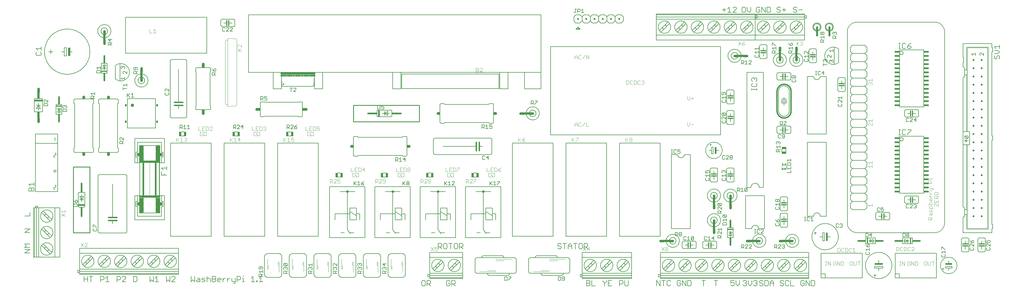
<source format=gto>
G75*
G70*
%OFA0B0*%
%FSLAX24Y24*%
%IPPOS*%
%LPD*%
%AMOC8*
5,1,8,0,0,1.08239X$1,22.5*
%
%ADD10C,0.0060*%
%ADD11C,0.0100*%
%ADD12C,0.0200*%
%ADD13R,0.0700X0.0150*%
%ADD14R,0.0200X0.0550*%
%ADD15C,0.0050*%
%ADD16C,0.0080*%
%ADD17C,0.0400*%
%ADD18R,0.0200X0.0300*%
%ADD19R,0.0250X0.1000*%
%ADD20C,0.0070*%
%ADD21C,0.0320*%
%ADD22R,0.0320X0.0120*%
%ADD23C,0.0300*%
%ADD24R,0.1000X0.0200*%
%ADD25R,0.0300X0.0750*%
%ADD26R,0.0300X0.0660*%
%ADD27C,0.0040*%
%ADD28C,0.0200*%
%ADD29R,0.4200X0.0300*%
%ADD30R,0.0750X0.0200*%
%ADD31R,0.0300X0.0200*%
%ADD32R,0.0700X0.0200*%
%ADD33R,0.0220X0.0320*%
%ADD34C,0.0020*%
%ADD35R,0.0200X0.4000*%
%ADD36R,0.0650X0.0250*%
%ADD37R,0.1200X0.0250*%
%ADD38R,0.1600X0.0100*%
%ADD39R,0.0050X0.0700*%
%ADD40R,0.0450X0.1900*%
%ADD41R,0.0300X0.0400*%
%ADD42R,0.0050X0.0400*%
%ADD43C,0.0160*%
%ADD44R,0.0320X0.0220*%
%ADD45R,0.0660X0.0300*%
%ADD46R,0.0200X0.0800*%
%ADD47R,0.0800X0.0200*%
%ADD48R,0.0200X0.0750*%
%ADD49C,0.0120*%
%ADD50R,0.0128X0.0197*%
%ADD51R,0.0059X0.0098*%
%ADD52R,0.0157X0.0069*%
%ADD53R,0.0079X0.0079*%
%ADD54R,0.0118X0.0118*%
%ADD55R,0.0128X0.0030*%
%ADD56R,0.0551X0.0256*%
%ADD57R,0.0120X0.0320*%
%ADD58C,0.0025*%
%ADD59C,0.0098*%
%ADD60R,0.0256X0.0551*%
%ADD61R,0.0200X0.1000*%
%ADD62R,0.0200X0.0200*%
%ADD63R,0.0600X0.0200*%
%ADD64C,0.0240*%
%ADD65R,0.0150X0.0700*%
%ADD66R,0.0550X0.0200*%
D10*
X007630Y001130D02*
X007630Y001771D01*
X007630Y001450D02*
X008057Y001450D01*
X008057Y001130D02*
X008057Y001771D01*
X008275Y001771D02*
X008702Y001771D01*
X008488Y001771D02*
X008488Y001130D01*
X009630Y001130D02*
X009630Y001771D01*
X009950Y001771D01*
X010057Y001664D01*
X010057Y001450D01*
X009950Y001344D01*
X009630Y001344D01*
X010275Y001557D02*
X010488Y001771D01*
X010488Y001130D01*
X010275Y001130D02*
X010702Y001130D01*
X011630Y001130D02*
X011630Y001771D01*
X011950Y001771D01*
X012057Y001664D01*
X012057Y001450D01*
X011950Y001344D01*
X011630Y001344D01*
X012275Y001130D02*
X012702Y001557D01*
X012702Y001664D01*
X012595Y001771D01*
X012381Y001771D01*
X012275Y001664D01*
X012275Y001130D02*
X012702Y001130D01*
X013630Y001130D02*
X013950Y001130D01*
X014057Y001237D01*
X014057Y001664D01*
X013950Y001771D01*
X013630Y001771D01*
X013630Y001130D01*
X015630Y001130D02*
X015630Y001771D01*
X016057Y001771D02*
X016057Y001130D01*
X015844Y001344D01*
X015630Y001130D01*
X016275Y001130D02*
X016702Y001130D01*
X016488Y001130D02*
X016488Y001771D01*
X016275Y001557D01*
X017630Y001771D02*
X017630Y001130D01*
X017844Y001344D01*
X018057Y001130D01*
X018057Y001771D01*
X018275Y001664D02*
X018381Y001771D01*
X018595Y001771D01*
X018702Y001664D01*
X018702Y001557D01*
X018275Y001130D01*
X018702Y001130D01*
X020630Y001130D02*
X020630Y001771D01*
X021057Y001771D02*
X021057Y001130D01*
X020844Y001344D01*
X020630Y001130D01*
X021275Y001237D02*
X021381Y001344D01*
X021702Y001344D01*
X021702Y001450D02*
X021702Y001130D01*
X021381Y001130D01*
X021275Y001237D01*
X021381Y001557D02*
X021595Y001557D01*
X021702Y001450D01*
X021919Y001450D02*
X022026Y001557D01*
X022346Y001557D01*
X022239Y001344D02*
X022026Y001344D01*
X021919Y001450D01*
X021919Y001130D02*
X022239Y001130D01*
X022346Y001237D01*
X022239Y001344D01*
X022564Y001450D02*
X022670Y001557D01*
X022884Y001557D01*
X022991Y001450D01*
X022991Y001130D01*
X023208Y001130D02*
X023528Y001130D01*
X023635Y001237D01*
X023635Y001344D01*
X023528Y001450D01*
X023208Y001450D01*
X023208Y001130D02*
X023208Y001771D01*
X023528Y001771D01*
X023635Y001664D01*
X023635Y001557D01*
X023528Y001450D01*
X023853Y001450D02*
X023853Y001237D01*
X023960Y001130D01*
X024173Y001130D01*
X024280Y001344D02*
X023853Y001344D01*
X023853Y001450D02*
X023960Y001557D01*
X024173Y001557D01*
X024280Y001450D01*
X024280Y001344D01*
X024497Y001344D02*
X024711Y001557D01*
X024818Y001557D01*
X025034Y001557D02*
X025034Y001130D01*
X025034Y001344D02*
X025248Y001557D01*
X025355Y001557D01*
X025572Y001557D02*
X025572Y001237D01*
X025678Y001130D01*
X025999Y001130D01*
X025999Y001023D02*
X025892Y000916D01*
X025785Y000916D01*
X025999Y001023D02*
X025999Y001557D01*
X026216Y001344D02*
X026536Y001344D01*
X026643Y001450D01*
X026643Y001664D01*
X026536Y001771D01*
X026216Y001771D01*
X026216Y001130D01*
X026861Y001130D02*
X027074Y001130D01*
X026967Y001130D02*
X026967Y001557D01*
X026861Y001557D01*
X026967Y001771D02*
X026967Y001877D01*
X027935Y001557D02*
X028148Y001771D01*
X028148Y001130D01*
X027935Y001130D02*
X028362Y001130D01*
X028579Y001130D02*
X028686Y001130D01*
X028686Y001237D01*
X028579Y001237D01*
X028579Y001130D01*
X028902Y001130D02*
X029329Y001130D01*
X029115Y001130D02*
X029115Y001771D01*
X028902Y001557D01*
X029550Y002050D02*
X029550Y004150D01*
X029552Y004189D01*
X029558Y004228D01*
X029567Y004266D01*
X029580Y004303D01*
X029597Y004339D01*
X029617Y004372D01*
X029641Y004404D01*
X029667Y004433D01*
X029696Y004459D01*
X029728Y004483D01*
X029761Y004503D01*
X029797Y004520D01*
X029834Y004533D01*
X029872Y004542D01*
X029911Y004548D01*
X029950Y004550D01*
X031250Y004550D01*
X031289Y004548D01*
X031328Y004542D01*
X031366Y004533D01*
X031403Y004520D01*
X031439Y004503D01*
X031472Y004483D01*
X031504Y004459D01*
X031533Y004433D01*
X031559Y004404D01*
X031583Y004372D01*
X031603Y004339D01*
X031620Y004303D01*
X031633Y004266D01*
X031642Y004228D01*
X031648Y004189D01*
X031650Y004150D01*
X031650Y002050D01*
X031648Y002011D01*
X031642Y001972D01*
X031633Y001934D01*
X031620Y001897D01*
X031603Y001861D01*
X031583Y001828D01*
X031559Y001796D01*
X031533Y001767D01*
X031504Y001741D01*
X031472Y001717D01*
X031439Y001697D01*
X031403Y001680D01*
X031366Y001667D01*
X031328Y001658D01*
X031289Y001652D01*
X031250Y001650D01*
X029950Y001650D01*
X029911Y001652D01*
X029872Y001658D01*
X029834Y001667D01*
X029797Y001680D01*
X029761Y001697D01*
X029728Y001717D01*
X029696Y001741D01*
X029667Y001767D01*
X029641Y001796D01*
X029617Y001828D01*
X029597Y001861D01*
X029580Y001897D01*
X029567Y001934D01*
X029558Y001972D01*
X029552Y002011D01*
X029550Y002050D01*
X032550Y002050D02*
X032550Y004150D01*
X032552Y004189D01*
X032558Y004228D01*
X032567Y004266D01*
X032580Y004303D01*
X032597Y004339D01*
X032617Y004372D01*
X032641Y004404D01*
X032667Y004433D01*
X032696Y004459D01*
X032728Y004483D01*
X032761Y004503D01*
X032797Y004520D01*
X032834Y004533D01*
X032872Y004542D01*
X032911Y004548D01*
X032950Y004550D01*
X034250Y004550D01*
X034289Y004548D01*
X034328Y004542D01*
X034366Y004533D01*
X034403Y004520D01*
X034439Y004503D01*
X034472Y004483D01*
X034504Y004459D01*
X034533Y004433D01*
X034559Y004404D01*
X034583Y004372D01*
X034603Y004339D01*
X034620Y004303D01*
X034633Y004266D01*
X034642Y004228D01*
X034648Y004189D01*
X034650Y004150D01*
X034650Y002050D01*
X034648Y002011D01*
X034642Y001972D01*
X034633Y001934D01*
X034620Y001897D01*
X034603Y001861D01*
X034583Y001828D01*
X034559Y001796D01*
X034533Y001767D01*
X034504Y001741D01*
X034472Y001717D01*
X034439Y001697D01*
X034403Y001680D01*
X034366Y001667D01*
X034328Y001658D01*
X034289Y001652D01*
X034250Y001650D01*
X032950Y001650D01*
X032911Y001652D01*
X032872Y001658D01*
X032834Y001667D01*
X032797Y001680D01*
X032761Y001697D01*
X032728Y001717D01*
X032696Y001741D01*
X032667Y001767D01*
X032641Y001796D01*
X032617Y001828D01*
X032597Y001861D01*
X032580Y001897D01*
X032567Y001934D01*
X032558Y001972D01*
X032552Y002011D01*
X032550Y002050D01*
X035550Y002050D02*
X035550Y004150D01*
X035552Y004189D01*
X035558Y004228D01*
X035567Y004266D01*
X035580Y004303D01*
X035597Y004339D01*
X035617Y004372D01*
X035641Y004404D01*
X035667Y004433D01*
X035696Y004459D01*
X035728Y004483D01*
X035761Y004503D01*
X035797Y004520D01*
X035834Y004533D01*
X035872Y004542D01*
X035911Y004548D01*
X035950Y004550D01*
X037250Y004550D01*
X037289Y004548D01*
X037328Y004542D01*
X037366Y004533D01*
X037403Y004520D01*
X037439Y004503D01*
X037472Y004483D01*
X037504Y004459D01*
X037533Y004433D01*
X037559Y004404D01*
X037583Y004372D01*
X037603Y004339D01*
X037620Y004303D01*
X037633Y004266D01*
X037642Y004228D01*
X037648Y004189D01*
X037650Y004150D01*
X037650Y002050D01*
X037648Y002011D01*
X037642Y001972D01*
X037633Y001934D01*
X037620Y001897D01*
X037603Y001861D01*
X037583Y001828D01*
X037559Y001796D01*
X037533Y001767D01*
X037504Y001741D01*
X037472Y001717D01*
X037439Y001697D01*
X037403Y001680D01*
X037366Y001667D01*
X037328Y001658D01*
X037289Y001652D01*
X037250Y001650D01*
X035950Y001650D01*
X035911Y001652D01*
X035872Y001658D01*
X035834Y001667D01*
X035797Y001680D01*
X035761Y001697D01*
X035728Y001717D01*
X035696Y001741D01*
X035667Y001767D01*
X035641Y001796D01*
X035617Y001828D01*
X035597Y001861D01*
X035580Y001897D01*
X035567Y001934D01*
X035558Y001972D01*
X035552Y002011D01*
X035550Y002050D01*
X038550Y002050D02*
X038550Y004150D01*
X038552Y004189D01*
X038558Y004228D01*
X038567Y004266D01*
X038580Y004303D01*
X038597Y004339D01*
X038617Y004372D01*
X038641Y004404D01*
X038667Y004433D01*
X038696Y004459D01*
X038728Y004483D01*
X038761Y004503D01*
X038797Y004520D01*
X038834Y004533D01*
X038872Y004542D01*
X038911Y004548D01*
X038950Y004550D01*
X040250Y004550D01*
X040289Y004548D01*
X040328Y004542D01*
X040366Y004533D01*
X040403Y004520D01*
X040439Y004503D01*
X040472Y004483D01*
X040504Y004459D01*
X040533Y004433D01*
X040559Y004404D01*
X040583Y004372D01*
X040603Y004339D01*
X040620Y004303D01*
X040633Y004266D01*
X040642Y004228D01*
X040648Y004189D01*
X040650Y004150D01*
X040650Y002050D01*
X040648Y002011D01*
X040642Y001972D01*
X040633Y001934D01*
X040620Y001897D01*
X040603Y001861D01*
X040583Y001828D01*
X040559Y001796D01*
X040533Y001767D01*
X040504Y001741D01*
X040472Y001717D01*
X040439Y001697D01*
X040403Y001680D01*
X040366Y001667D01*
X040328Y001658D01*
X040289Y001652D01*
X040250Y001650D01*
X038950Y001650D01*
X038911Y001652D01*
X038872Y001658D01*
X038834Y001667D01*
X038797Y001680D01*
X038761Y001697D01*
X038728Y001717D01*
X038696Y001741D01*
X038667Y001767D01*
X038641Y001796D01*
X038617Y001828D01*
X038597Y001861D01*
X038580Y001897D01*
X038567Y001934D01*
X038558Y001972D01*
X038552Y002011D01*
X038550Y002050D01*
X041550Y002050D02*
X041550Y004150D01*
X041552Y004189D01*
X041558Y004228D01*
X041567Y004266D01*
X041580Y004303D01*
X041597Y004339D01*
X041617Y004372D01*
X041641Y004404D01*
X041667Y004433D01*
X041696Y004459D01*
X041728Y004483D01*
X041761Y004503D01*
X041797Y004520D01*
X041834Y004533D01*
X041872Y004542D01*
X041911Y004548D01*
X041950Y004550D01*
X043250Y004550D01*
X043289Y004548D01*
X043328Y004542D01*
X043366Y004533D01*
X043403Y004520D01*
X043439Y004503D01*
X043472Y004483D01*
X043504Y004459D01*
X043533Y004433D01*
X043559Y004404D01*
X043583Y004372D01*
X043603Y004339D01*
X043620Y004303D01*
X043633Y004266D01*
X043642Y004228D01*
X043648Y004189D01*
X043650Y004150D01*
X043650Y002050D01*
X043648Y002011D01*
X043642Y001972D01*
X043633Y001934D01*
X043620Y001897D01*
X043603Y001861D01*
X043583Y001828D01*
X043559Y001796D01*
X043533Y001767D01*
X043504Y001741D01*
X043472Y001717D01*
X043439Y001697D01*
X043403Y001680D01*
X043366Y001667D01*
X043328Y001658D01*
X043289Y001652D01*
X043250Y001650D01*
X041950Y001650D01*
X041911Y001652D01*
X041872Y001658D01*
X041834Y001667D01*
X041797Y001680D01*
X041761Y001697D01*
X041728Y001717D01*
X041696Y001741D01*
X041667Y001767D01*
X041641Y001796D01*
X041617Y001828D01*
X041597Y001861D01*
X041580Y001897D01*
X041567Y001934D01*
X041558Y001972D01*
X041552Y002011D01*
X041550Y002050D01*
X044550Y002050D02*
X044550Y004150D01*
X044552Y004189D01*
X044558Y004228D01*
X044567Y004266D01*
X044580Y004303D01*
X044597Y004339D01*
X044617Y004372D01*
X044641Y004404D01*
X044667Y004433D01*
X044696Y004459D01*
X044728Y004483D01*
X044761Y004503D01*
X044797Y004520D01*
X044834Y004533D01*
X044872Y004542D01*
X044911Y004548D01*
X044950Y004550D01*
X046250Y004550D01*
X046289Y004548D01*
X046328Y004542D01*
X046366Y004533D01*
X046403Y004520D01*
X046439Y004503D01*
X046472Y004483D01*
X046504Y004459D01*
X046533Y004433D01*
X046559Y004404D01*
X046583Y004372D01*
X046603Y004339D01*
X046620Y004303D01*
X046633Y004266D01*
X046642Y004228D01*
X046648Y004189D01*
X046650Y004150D01*
X046650Y002050D01*
X046648Y002011D01*
X046642Y001972D01*
X046633Y001934D01*
X046620Y001897D01*
X046603Y001861D01*
X046583Y001828D01*
X046559Y001796D01*
X046533Y001767D01*
X046504Y001741D01*
X046472Y001717D01*
X046439Y001697D01*
X046403Y001680D01*
X046366Y001667D01*
X046328Y001658D01*
X046289Y001652D01*
X046250Y001650D01*
X044950Y001650D01*
X044911Y001652D01*
X044872Y001658D01*
X044834Y001667D01*
X044797Y001680D01*
X044761Y001697D01*
X044728Y001717D01*
X044696Y001741D01*
X044667Y001767D01*
X044641Y001796D01*
X044617Y001828D01*
X044597Y001861D01*
X044580Y001897D01*
X044567Y001934D01*
X044558Y001972D01*
X044552Y002011D01*
X044550Y002050D01*
X048630Y001164D02*
X048630Y000737D01*
X048737Y000630D01*
X048950Y000630D01*
X049057Y000737D01*
X049057Y001164D01*
X048950Y001271D01*
X048737Y001271D01*
X048630Y001164D01*
X049275Y001271D02*
X049595Y001271D01*
X049702Y001164D01*
X049702Y000950D01*
X049595Y000844D01*
X049275Y000844D01*
X049488Y000844D02*
X049702Y000630D01*
X049275Y000630D02*
X049275Y001271D01*
X051630Y001164D02*
X051630Y000737D01*
X051737Y000630D01*
X051950Y000630D01*
X052057Y000737D01*
X052057Y000950D01*
X051844Y000950D01*
X052057Y001164D02*
X051950Y001271D01*
X051737Y001271D01*
X051630Y001164D01*
X052275Y001271D02*
X052595Y001271D01*
X052702Y001164D01*
X052702Y000950D01*
X052595Y000844D01*
X052275Y000844D01*
X052488Y000844D02*
X052702Y000630D01*
X052275Y000630D02*
X052275Y001271D01*
X055100Y002400D02*
X055100Y003800D01*
X055102Y003830D01*
X055107Y003860D01*
X055116Y003889D01*
X055129Y003916D01*
X055144Y003942D01*
X055163Y003966D01*
X055184Y003987D01*
X055208Y004006D01*
X055234Y004021D01*
X055261Y004034D01*
X055290Y004043D01*
X055320Y004048D01*
X055350Y004050D01*
X055650Y004050D01*
X056550Y004050D01*
X059850Y004050D01*
X059880Y004048D01*
X059910Y004043D01*
X059939Y004034D01*
X059966Y004021D01*
X059992Y004006D01*
X060016Y003987D01*
X060037Y003966D01*
X060056Y003942D01*
X060071Y003916D01*
X060084Y003889D01*
X060093Y003860D01*
X060098Y003830D01*
X060100Y003800D01*
X060100Y002400D01*
X060098Y002370D01*
X060093Y002340D01*
X060084Y002311D01*
X060071Y002284D01*
X060056Y002258D01*
X060037Y002234D01*
X060016Y002213D01*
X059992Y002194D01*
X059966Y002179D01*
X059939Y002166D01*
X059910Y002157D01*
X059880Y002152D01*
X059850Y002150D01*
X059550Y002150D01*
X058650Y002150D01*
X055350Y002150D01*
X055320Y002152D01*
X055290Y002157D01*
X055261Y002166D01*
X055234Y002179D01*
X055208Y002194D01*
X055184Y002213D01*
X055163Y002234D01*
X055144Y002258D01*
X055129Y002284D01*
X055116Y002311D01*
X055107Y002340D01*
X055102Y002370D01*
X055100Y002400D01*
X056600Y002150D02*
X056602Y002120D01*
X056607Y002090D01*
X056616Y002061D01*
X056629Y002034D01*
X056644Y002008D01*
X056663Y001984D01*
X056684Y001963D01*
X056708Y001944D01*
X056734Y001929D01*
X056761Y001916D01*
X056790Y001907D01*
X056820Y001902D01*
X056850Y001900D01*
X059050Y001900D01*
X059080Y001902D01*
X059110Y001907D01*
X059139Y001916D01*
X059166Y001929D01*
X059192Y001944D01*
X059216Y001963D01*
X059237Y001984D01*
X059256Y002008D01*
X059271Y002034D01*
X059284Y002061D01*
X059293Y002090D01*
X059298Y002120D01*
X059300Y002150D01*
X061600Y002400D02*
X061600Y003800D01*
X061602Y003830D01*
X061607Y003860D01*
X061616Y003889D01*
X061629Y003916D01*
X061644Y003942D01*
X061663Y003966D01*
X061684Y003987D01*
X061708Y004006D01*
X061734Y004021D01*
X061761Y004034D01*
X061790Y004043D01*
X061820Y004048D01*
X061850Y004050D01*
X062150Y004050D01*
X063050Y004050D01*
X066350Y004050D01*
X066380Y004048D01*
X066410Y004043D01*
X066439Y004034D01*
X066466Y004021D01*
X066492Y004006D01*
X066516Y003987D01*
X066537Y003966D01*
X066556Y003942D01*
X066571Y003916D01*
X066584Y003889D01*
X066593Y003860D01*
X066598Y003830D01*
X066600Y003800D01*
X066600Y002400D01*
X066598Y002370D01*
X066593Y002340D01*
X066584Y002311D01*
X066571Y002284D01*
X066556Y002258D01*
X066537Y002234D01*
X066516Y002213D01*
X066492Y002194D01*
X066466Y002179D01*
X066439Y002166D01*
X066410Y002157D01*
X066380Y002152D01*
X066350Y002150D01*
X066050Y002150D01*
X065150Y002150D01*
X061850Y002150D01*
X061820Y002152D01*
X061790Y002157D01*
X061761Y002166D01*
X061734Y002179D01*
X061708Y002194D01*
X061684Y002213D01*
X061663Y002234D01*
X061644Y002258D01*
X061629Y002284D01*
X061616Y002311D01*
X061607Y002340D01*
X061602Y002370D01*
X061600Y002400D01*
X063100Y002150D02*
X063102Y002120D01*
X063107Y002090D01*
X063116Y002061D01*
X063129Y002034D01*
X063144Y002008D01*
X063163Y001984D01*
X063184Y001963D01*
X063208Y001944D01*
X063234Y001929D01*
X063261Y001916D01*
X063290Y001907D01*
X063320Y001902D01*
X063350Y001900D01*
X065550Y001900D01*
X065580Y001902D01*
X065610Y001907D01*
X065639Y001916D01*
X065666Y001929D01*
X065692Y001944D01*
X065716Y001963D01*
X065737Y001984D01*
X065756Y002008D01*
X065771Y002034D01*
X065784Y002061D01*
X065793Y002090D01*
X065798Y002120D01*
X065800Y002150D01*
X068630Y001271D02*
X068950Y001271D01*
X069057Y001164D01*
X069057Y001057D01*
X068950Y000950D01*
X068630Y000950D01*
X068630Y000630D02*
X068950Y000630D01*
X069057Y000737D01*
X069057Y000844D01*
X068950Y000950D01*
X068630Y000630D02*
X068630Y001271D01*
X069275Y001271D02*
X069275Y000630D01*
X069702Y000630D01*
X070630Y001164D02*
X070844Y000950D01*
X070844Y000630D01*
X070844Y000950D02*
X071057Y001164D01*
X071057Y001271D01*
X071275Y001271D02*
X071275Y000630D01*
X071702Y000630D01*
X071488Y000950D02*
X071275Y000950D01*
X071275Y001271D02*
X071702Y001271D01*
X072630Y001271D02*
X072950Y001271D01*
X073057Y001164D01*
X073057Y000950D01*
X072950Y000844D01*
X072630Y000844D01*
X072630Y000630D02*
X072630Y001271D01*
X073275Y001271D02*
X073275Y000737D01*
X073381Y000630D01*
X073595Y000630D01*
X073702Y000737D01*
X073702Y001271D01*
X070630Y001271D02*
X070630Y001164D01*
X077130Y001271D02*
X077130Y000630D01*
X077557Y000630D02*
X077557Y001271D01*
X077775Y001271D02*
X078202Y001271D01*
X077988Y001271D02*
X077988Y000630D01*
X077557Y000630D02*
X077130Y001271D01*
X078419Y001164D02*
X078419Y000737D01*
X078526Y000630D01*
X078739Y000630D01*
X078846Y000737D01*
X078846Y001164D02*
X078739Y001271D01*
X078526Y001271D01*
X078419Y001164D01*
X079630Y001164D02*
X079630Y000737D01*
X079737Y000630D01*
X079950Y000630D01*
X080057Y000737D01*
X080057Y000950D01*
X079844Y000950D01*
X080057Y001164D02*
X079950Y001271D01*
X079737Y001271D01*
X079630Y001164D01*
X080275Y001271D02*
X080702Y000630D01*
X080702Y001271D01*
X080919Y001271D02*
X081239Y001271D01*
X081346Y001164D01*
X081346Y000737D01*
X081239Y000630D01*
X080919Y000630D01*
X080919Y001271D01*
X080275Y001271D02*
X080275Y000630D01*
X082630Y001271D02*
X083057Y001271D01*
X082844Y001271D02*
X082844Y000630D01*
X084344Y000630D02*
X084344Y001271D01*
X084557Y001271D02*
X084130Y001271D01*
X086130Y001271D02*
X086130Y000950D01*
X086344Y001057D01*
X086450Y001057D01*
X086557Y000950D01*
X086557Y000737D01*
X086450Y000630D01*
X086237Y000630D01*
X086130Y000737D01*
X086130Y001271D02*
X086557Y001271D01*
X086775Y001271D02*
X086775Y000844D01*
X086988Y000630D01*
X087202Y000844D01*
X087202Y001271D01*
X087630Y001164D02*
X087737Y001271D01*
X087950Y001271D01*
X088057Y001164D01*
X088057Y001057D01*
X087950Y000950D01*
X088057Y000844D01*
X088057Y000737D01*
X087950Y000630D01*
X087737Y000630D01*
X087630Y000737D01*
X087844Y000950D02*
X087950Y000950D01*
X088275Y000844D02*
X088488Y000630D01*
X088702Y000844D01*
X088702Y001271D01*
X088919Y001164D02*
X089026Y001271D01*
X089239Y001271D01*
X089346Y001164D01*
X089346Y001057D01*
X089239Y000950D01*
X089346Y000844D01*
X089346Y000737D01*
X089239Y000630D01*
X089026Y000630D01*
X088919Y000737D01*
X089133Y000950D02*
X089239Y000950D01*
X089630Y001057D02*
X089737Y000950D01*
X089950Y000950D01*
X090057Y000844D01*
X090057Y000737D01*
X089950Y000630D01*
X089737Y000630D01*
X089630Y000737D01*
X089630Y001057D02*
X089630Y001164D01*
X089737Y001271D01*
X089950Y001271D01*
X090057Y001164D01*
X090275Y001271D02*
X090595Y001271D01*
X090702Y001164D01*
X090702Y000737D01*
X090595Y000630D01*
X090275Y000630D01*
X090275Y001271D01*
X090919Y001057D02*
X091133Y001271D01*
X091346Y001057D01*
X091346Y000630D01*
X091346Y000950D02*
X090919Y000950D01*
X090919Y001057D02*
X090919Y000630D01*
X092130Y000737D02*
X092237Y000630D01*
X092450Y000630D01*
X092557Y000737D01*
X092557Y000844D01*
X092450Y000950D01*
X092237Y000950D01*
X092130Y001057D01*
X092130Y001164D01*
X092237Y001271D01*
X092450Y001271D01*
X092557Y001164D01*
X092775Y001164D02*
X092775Y000737D01*
X092881Y000630D01*
X093095Y000630D01*
X093202Y000737D01*
X093419Y000630D02*
X093846Y000630D01*
X093419Y000630D02*
X093419Y001271D01*
X093202Y001164D02*
X093095Y001271D01*
X092881Y001271D01*
X092775Y001164D01*
X094630Y001164D02*
X094630Y000737D01*
X094737Y000630D01*
X094950Y000630D01*
X095057Y000737D01*
X095057Y000950D01*
X094844Y000950D01*
X095057Y001164D02*
X094950Y001271D01*
X094737Y001271D01*
X094630Y001164D01*
X095275Y001271D02*
X095702Y000630D01*
X095702Y001271D01*
X095919Y001271D02*
X096239Y001271D01*
X096346Y001164D01*
X096346Y000737D01*
X096239Y000630D01*
X095919Y000630D01*
X095919Y001271D01*
X095275Y001271D02*
X095275Y000630D01*
X088275Y000844D02*
X088275Y001271D01*
X084250Y005150D02*
X082950Y005150D01*
X082924Y005152D01*
X082898Y005157D01*
X082873Y005165D01*
X082850Y005177D01*
X082828Y005191D01*
X082809Y005209D01*
X082791Y005228D01*
X082777Y005250D01*
X082765Y005273D01*
X082757Y005298D01*
X082752Y005324D01*
X082750Y005350D01*
X082750Y005850D01*
X082752Y005876D01*
X082757Y005902D01*
X082765Y005927D01*
X082777Y005950D01*
X082791Y005972D01*
X082809Y005991D01*
X082828Y006009D01*
X082850Y006023D01*
X082873Y006035D01*
X082898Y006043D01*
X082924Y006048D01*
X082950Y006050D01*
X084250Y006050D01*
X084276Y006048D01*
X084302Y006043D01*
X084327Y006035D01*
X084350Y006023D01*
X084372Y006009D01*
X084391Y005991D01*
X084409Y005972D01*
X084423Y005950D01*
X084435Y005927D01*
X084443Y005902D01*
X084448Y005876D01*
X084450Y005850D01*
X084450Y005350D01*
X084448Y005324D01*
X084443Y005298D01*
X084435Y005273D01*
X084423Y005250D01*
X084409Y005228D01*
X084391Y005209D01*
X084372Y005191D01*
X084350Y005177D01*
X084327Y005165D01*
X084302Y005157D01*
X084276Y005152D01*
X084250Y005150D01*
X084100Y005600D02*
X083730Y005600D01*
X083480Y005600D02*
X083100Y005600D01*
X081950Y005350D02*
X081950Y005850D01*
X081948Y005876D01*
X081943Y005902D01*
X081935Y005927D01*
X081923Y005950D01*
X081909Y005972D01*
X081891Y005991D01*
X081872Y006009D01*
X081850Y006023D01*
X081827Y006035D01*
X081802Y006043D01*
X081776Y006048D01*
X081750Y006050D01*
X080450Y006050D01*
X080424Y006048D01*
X080398Y006043D01*
X080373Y006035D01*
X080350Y006023D01*
X080328Y006009D01*
X080309Y005991D01*
X080291Y005972D01*
X080277Y005950D01*
X080265Y005927D01*
X080257Y005902D01*
X080252Y005876D01*
X080250Y005850D01*
X080250Y005350D01*
X080252Y005324D01*
X080257Y005298D01*
X080265Y005273D01*
X080277Y005250D01*
X080291Y005228D01*
X080309Y005209D01*
X080328Y005191D01*
X080350Y005177D01*
X080373Y005165D01*
X080398Y005157D01*
X080424Y005152D01*
X080450Y005150D01*
X081750Y005150D01*
X081776Y005152D01*
X081802Y005157D01*
X081827Y005165D01*
X081850Y005177D01*
X081872Y005191D01*
X081891Y005209D01*
X081909Y005228D01*
X081923Y005250D01*
X081935Y005273D01*
X081943Y005298D01*
X081948Y005324D01*
X081950Y005350D01*
X081600Y005600D02*
X081230Y005600D01*
X080980Y005600D02*
X080600Y005600D01*
X078700Y006100D02*
X078702Y006140D01*
X078708Y006179D01*
X078718Y006218D01*
X078731Y006255D01*
X078749Y006291D01*
X078770Y006325D01*
X078794Y006357D01*
X078821Y006386D01*
X078851Y006413D01*
X078883Y006436D01*
X078918Y006456D01*
X078954Y006472D01*
X078992Y006485D01*
X079031Y006494D01*
X079070Y006499D01*
X079110Y006500D01*
X079150Y006497D01*
X079189Y006490D01*
X079227Y006479D01*
X079265Y006465D01*
X079300Y006446D01*
X079333Y006425D01*
X079365Y006400D01*
X079393Y006372D01*
X079419Y006342D01*
X079441Y006309D01*
X079460Y006274D01*
X079476Y006237D01*
X079488Y006199D01*
X079496Y006160D01*
X079500Y006120D01*
X079500Y006080D01*
X079496Y006040D01*
X079488Y006001D01*
X079476Y005963D01*
X079460Y005926D01*
X079441Y005891D01*
X079419Y005858D01*
X079393Y005828D01*
X079365Y005800D01*
X079333Y005775D01*
X079300Y005754D01*
X079265Y005735D01*
X079227Y005721D01*
X079189Y005710D01*
X079150Y005703D01*
X079110Y005700D01*
X079070Y005701D01*
X079031Y005706D01*
X078992Y005715D01*
X078954Y005728D01*
X078918Y005744D01*
X078883Y005764D01*
X078851Y005787D01*
X078821Y005814D01*
X078794Y005843D01*
X078770Y005875D01*
X078749Y005909D01*
X078731Y005945D01*
X078718Y005982D01*
X078708Y006021D01*
X078702Y006060D01*
X078700Y006100D01*
X078300Y006100D02*
X078302Y006156D01*
X078308Y006213D01*
X078318Y006268D01*
X078332Y006323D01*
X078349Y006377D01*
X078371Y006429D01*
X078396Y006479D01*
X078424Y006528D01*
X078456Y006575D01*
X078491Y006619D01*
X078529Y006661D01*
X078570Y006700D01*
X078614Y006735D01*
X078660Y006768D01*
X078708Y006797D01*
X078758Y006823D01*
X078810Y006846D01*
X078864Y006864D01*
X078918Y006879D01*
X078973Y006890D01*
X079029Y006897D01*
X079086Y006900D01*
X079142Y006899D01*
X079199Y006894D01*
X079254Y006885D01*
X079309Y006872D01*
X079363Y006855D01*
X079416Y006835D01*
X079467Y006811D01*
X079516Y006783D01*
X079563Y006752D01*
X079608Y006718D01*
X079651Y006680D01*
X079690Y006640D01*
X079727Y006597D01*
X079760Y006552D01*
X079790Y006504D01*
X079817Y006454D01*
X079840Y006403D01*
X079860Y006350D01*
X079876Y006296D01*
X079888Y006240D01*
X079896Y006185D01*
X079900Y006128D01*
X079900Y006072D01*
X079896Y006015D01*
X079888Y005960D01*
X079876Y005904D01*
X079860Y005850D01*
X079840Y005797D01*
X079817Y005746D01*
X079790Y005696D01*
X079760Y005648D01*
X079727Y005603D01*
X079690Y005560D01*
X079651Y005520D01*
X079608Y005482D01*
X079563Y005448D01*
X079516Y005417D01*
X079467Y005389D01*
X079416Y005365D01*
X079363Y005345D01*
X079309Y005328D01*
X079254Y005315D01*
X079199Y005306D01*
X079142Y005301D01*
X079086Y005300D01*
X079029Y005303D01*
X078973Y005310D01*
X078918Y005321D01*
X078864Y005336D01*
X078810Y005354D01*
X078758Y005377D01*
X078708Y005403D01*
X078660Y005432D01*
X078614Y005465D01*
X078570Y005500D01*
X078529Y005539D01*
X078491Y005581D01*
X078456Y005625D01*
X078424Y005672D01*
X078396Y005721D01*
X078371Y005771D01*
X078349Y005823D01*
X078332Y005877D01*
X078318Y005932D01*
X078308Y005987D01*
X078302Y006044D01*
X078300Y006100D01*
X078950Y007600D02*
X081250Y007600D01*
X081250Y016600D01*
X080500Y016600D01*
X080498Y016561D01*
X080492Y016522D01*
X080483Y016484D01*
X080470Y016447D01*
X080453Y016411D01*
X080433Y016378D01*
X080409Y016346D01*
X080383Y016317D01*
X080354Y016291D01*
X080322Y016267D01*
X080289Y016247D01*
X080253Y016230D01*
X080216Y016217D01*
X080178Y016208D01*
X080139Y016202D01*
X080100Y016200D01*
X080061Y016202D01*
X080022Y016208D01*
X079984Y016217D01*
X079947Y016230D01*
X079911Y016247D01*
X079878Y016267D01*
X079846Y016291D01*
X079817Y016317D01*
X079791Y016346D01*
X079767Y016378D01*
X079747Y016411D01*
X079730Y016447D01*
X079717Y016484D01*
X079708Y016522D01*
X079702Y016561D01*
X079700Y016600D01*
X078950Y016600D01*
X078950Y007600D01*
X083700Y008600D02*
X083702Y008640D01*
X083708Y008679D01*
X083718Y008718D01*
X083731Y008755D01*
X083749Y008791D01*
X083770Y008825D01*
X083794Y008857D01*
X083821Y008886D01*
X083851Y008913D01*
X083883Y008936D01*
X083918Y008956D01*
X083954Y008972D01*
X083992Y008985D01*
X084031Y008994D01*
X084070Y008999D01*
X084110Y009000D01*
X084150Y008997D01*
X084189Y008990D01*
X084227Y008979D01*
X084265Y008965D01*
X084300Y008946D01*
X084333Y008925D01*
X084365Y008900D01*
X084393Y008872D01*
X084419Y008842D01*
X084441Y008809D01*
X084460Y008774D01*
X084476Y008737D01*
X084488Y008699D01*
X084496Y008660D01*
X084500Y008620D01*
X084500Y008580D01*
X084496Y008540D01*
X084488Y008501D01*
X084476Y008463D01*
X084460Y008426D01*
X084441Y008391D01*
X084419Y008358D01*
X084393Y008328D01*
X084365Y008300D01*
X084333Y008275D01*
X084300Y008254D01*
X084265Y008235D01*
X084227Y008221D01*
X084189Y008210D01*
X084150Y008203D01*
X084110Y008200D01*
X084070Y008201D01*
X084031Y008206D01*
X083992Y008215D01*
X083954Y008228D01*
X083918Y008244D01*
X083883Y008264D01*
X083851Y008287D01*
X083821Y008314D01*
X083794Y008343D01*
X083770Y008375D01*
X083749Y008409D01*
X083731Y008445D01*
X083718Y008482D01*
X083708Y008521D01*
X083702Y008560D01*
X083700Y008600D01*
X083300Y008600D02*
X083302Y008656D01*
X083308Y008713D01*
X083318Y008768D01*
X083332Y008823D01*
X083349Y008877D01*
X083371Y008929D01*
X083396Y008979D01*
X083424Y009028D01*
X083456Y009075D01*
X083491Y009119D01*
X083529Y009161D01*
X083570Y009200D01*
X083614Y009235D01*
X083660Y009268D01*
X083708Y009297D01*
X083758Y009323D01*
X083810Y009346D01*
X083864Y009364D01*
X083918Y009379D01*
X083973Y009390D01*
X084029Y009397D01*
X084086Y009400D01*
X084142Y009399D01*
X084199Y009394D01*
X084254Y009385D01*
X084309Y009372D01*
X084363Y009355D01*
X084416Y009335D01*
X084467Y009311D01*
X084516Y009283D01*
X084563Y009252D01*
X084608Y009218D01*
X084651Y009180D01*
X084690Y009140D01*
X084727Y009097D01*
X084760Y009052D01*
X084790Y009004D01*
X084817Y008954D01*
X084840Y008903D01*
X084860Y008850D01*
X084876Y008796D01*
X084888Y008740D01*
X084896Y008685D01*
X084900Y008628D01*
X084900Y008572D01*
X084896Y008515D01*
X084888Y008460D01*
X084876Y008404D01*
X084860Y008350D01*
X084840Y008297D01*
X084817Y008246D01*
X084790Y008196D01*
X084760Y008148D01*
X084727Y008103D01*
X084690Y008060D01*
X084651Y008020D01*
X084608Y007982D01*
X084563Y007948D01*
X084516Y007917D01*
X084467Y007889D01*
X084416Y007865D01*
X084363Y007845D01*
X084309Y007828D01*
X084254Y007815D01*
X084199Y007806D01*
X084142Y007801D01*
X084086Y007800D01*
X084029Y007803D01*
X083973Y007810D01*
X083918Y007821D01*
X083864Y007836D01*
X083810Y007854D01*
X083758Y007877D01*
X083708Y007903D01*
X083660Y007932D01*
X083614Y007965D01*
X083570Y008000D01*
X083529Y008039D01*
X083491Y008081D01*
X083456Y008125D01*
X083424Y008172D01*
X083396Y008221D01*
X083371Y008271D01*
X083349Y008323D01*
X083332Y008377D01*
X083318Y008432D01*
X083308Y008487D01*
X083302Y008544D01*
X083300Y008600D01*
X085750Y007700D02*
X086450Y007700D01*
X086450Y006500D01*
X085750Y006500D01*
X085750Y007700D01*
X086100Y007300D02*
X086100Y007150D01*
X086300Y007150D01*
X086300Y007050D01*
X086100Y007150D02*
X085900Y007150D01*
X086100Y007150D02*
X086300Y006750D01*
X085900Y006750D01*
X086100Y007150D01*
X086100Y006600D01*
X087950Y007600D02*
X088700Y007600D01*
X088702Y007639D01*
X088708Y007678D01*
X088717Y007716D01*
X088730Y007753D01*
X088747Y007789D01*
X088767Y007822D01*
X088791Y007854D01*
X088817Y007883D01*
X088846Y007909D01*
X088878Y007933D01*
X088911Y007953D01*
X088947Y007970D01*
X088984Y007983D01*
X089022Y007992D01*
X089061Y007998D01*
X089100Y008000D01*
X089139Y007998D01*
X089178Y007992D01*
X089216Y007983D01*
X089253Y007970D01*
X089289Y007953D01*
X089322Y007933D01*
X089354Y007909D01*
X089383Y007883D01*
X089409Y007854D01*
X089433Y007822D01*
X089453Y007789D01*
X089470Y007753D01*
X089483Y007716D01*
X089492Y007678D01*
X089498Y007639D01*
X089500Y007600D01*
X090250Y007600D01*
X090250Y011600D01*
X087950Y011600D01*
X087950Y007600D01*
X089200Y006100D02*
X089202Y006140D01*
X089208Y006179D01*
X089218Y006218D01*
X089231Y006255D01*
X089249Y006291D01*
X089270Y006325D01*
X089294Y006357D01*
X089321Y006386D01*
X089351Y006413D01*
X089383Y006436D01*
X089418Y006456D01*
X089454Y006472D01*
X089492Y006485D01*
X089531Y006494D01*
X089570Y006499D01*
X089610Y006500D01*
X089650Y006497D01*
X089689Y006490D01*
X089727Y006479D01*
X089765Y006465D01*
X089800Y006446D01*
X089833Y006425D01*
X089865Y006400D01*
X089893Y006372D01*
X089919Y006342D01*
X089941Y006309D01*
X089960Y006274D01*
X089976Y006237D01*
X089988Y006199D01*
X089996Y006160D01*
X090000Y006120D01*
X090000Y006080D01*
X089996Y006040D01*
X089988Y006001D01*
X089976Y005963D01*
X089960Y005926D01*
X089941Y005891D01*
X089919Y005858D01*
X089893Y005828D01*
X089865Y005800D01*
X089833Y005775D01*
X089800Y005754D01*
X089765Y005735D01*
X089727Y005721D01*
X089689Y005710D01*
X089650Y005703D01*
X089610Y005700D01*
X089570Y005701D01*
X089531Y005706D01*
X089492Y005715D01*
X089454Y005728D01*
X089418Y005744D01*
X089383Y005764D01*
X089351Y005787D01*
X089321Y005814D01*
X089294Y005843D01*
X089270Y005875D01*
X089249Y005909D01*
X089231Y005945D01*
X089218Y005982D01*
X089208Y006021D01*
X089202Y006060D01*
X089200Y006100D01*
X088800Y006100D02*
X088802Y006156D01*
X088808Y006213D01*
X088818Y006268D01*
X088832Y006323D01*
X088849Y006377D01*
X088871Y006429D01*
X088896Y006479D01*
X088924Y006528D01*
X088956Y006575D01*
X088991Y006619D01*
X089029Y006661D01*
X089070Y006700D01*
X089114Y006735D01*
X089160Y006768D01*
X089208Y006797D01*
X089258Y006823D01*
X089310Y006846D01*
X089364Y006864D01*
X089418Y006879D01*
X089473Y006890D01*
X089529Y006897D01*
X089586Y006900D01*
X089642Y006899D01*
X089699Y006894D01*
X089754Y006885D01*
X089809Y006872D01*
X089863Y006855D01*
X089916Y006835D01*
X089967Y006811D01*
X090016Y006783D01*
X090063Y006752D01*
X090108Y006718D01*
X090151Y006680D01*
X090190Y006640D01*
X090227Y006597D01*
X090260Y006552D01*
X090290Y006504D01*
X090317Y006454D01*
X090340Y006403D01*
X090360Y006350D01*
X090376Y006296D01*
X090388Y006240D01*
X090396Y006185D01*
X090400Y006128D01*
X090400Y006072D01*
X090396Y006015D01*
X090388Y005960D01*
X090376Y005904D01*
X090360Y005850D01*
X090340Y005797D01*
X090317Y005746D01*
X090290Y005696D01*
X090260Y005648D01*
X090227Y005603D01*
X090190Y005560D01*
X090151Y005520D01*
X090108Y005482D01*
X090063Y005448D01*
X090016Y005417D01*
X089967Y005389D01*
X089916Y005365D01*
X089863Y005345D01*
X089809Y005328D01*
X089754Y005315D01*
X089699Y005306D01*
X089642Y005301D01*
X089586Y005300D01*
X089529Y005303D01*
X089473Y005310D01*
X089418Y005321D01*
X089364Y005336D01*
X089310Y005354D01*
X089258Y005377D01*
X089208Y005403D01*
X089160Y005432D01*
X089114Y005465D01*
X089070Y005500D01*
X089029Y005539D01*
X088991Y005581D01*
X088956Y005625D01*
X088924Y005672D01*
X088896Y005721D01*
X088871Y005771D01*
X088849Y005823D01*
X088832Y005877D01*
X088818Y005932D01*
X088808Y005987D01*
X088802Y006044D01*
X088800Y006100D01*
X093200Y006100D02*
X093202Y006140D01*
X093208Y006179D01*
X093218Y006218D01*
X093231Y006255D01*
X093249Y006291D01*
X093270Y006325D01*
X093294Y006357D01*
X093321Y006386D01*
X093351Y006413D01*
X093383Y006436D01*
X093418Y006456D01*
X093454Y006472D01*
X093492Y006485D01*
X093531Y006494D01*
X093570Y006499D01*
X093610Y006500D01*
X093650Y006497D01*
X093689Y006490D01*
X093727Y006479D01*
X093765Y006465D01*
X093800Y006446D01*
X093833Y006425D01*
X093865Y006400D01*
X093893Y006372D01*
X093919Y006342D01*
X093941Y006309D01*
X093960Y006274D01*
X093976Y006237D01*
X093988Y006199D01*
X093996Y006160D01*
X094000Y006120D01*
X094000Y006080D01*
X093996Y006040D01*
X093988Y006001D01*
X093976Y005963D01*
X093960Y005926D01*
X093941Y005891D01*
X093919Y005858D01*
X093893Y005828D01*
X093865Y005800D01*
X093833Y005775D01*
X093800Y005754D01*
X093765Y005735D01*
X093727Y005721D01*
X093689Y005710D01*
X093650Y005703D01*
X093610Y005700D01*
X093570Y005701D01*
X093531Y005706D01*
X093492Y005715D01*
X093454Y005728D01*
X093418Y005744D01*
X093383Y005764D01*
X093351Y005787D01*
X093321Y005814D01*
X093294Y005843D01*
X093270Y005875D01*
X093249Y005909D01*
X093231Y005945D01*
X093218Y005982D01*
X093208Y006021D01*
X093202Y006060D01*
X093200Y006100D01*
X092800Y006100D02*
X092802Y006156D01*
X092808Y006213D01*
X092818Y006268D01*
X092832Y006323D01*
X092849Y006377D01*
X092871Y006429D01*
X092896Y006479D01*
X092924Y006528D01*
X092956Y006575D01*
X092991Y006619D01*
X093029Y006661D01*
X093070Y006700D01*
X093114Y006735D01*
X093160Y006768D01*
X093208Y006797D01*
X093258Y006823D01*
X093310Y006846D01*
X093364Y006864D01*
X093418Y006879D01*
X093473Y006890D01*
X093529Y006897D01*
X093586Y006900D01*
X093642Y006899D01*
X093699Y006894D01*
X093754Y006885D01*
X093809Y006872D01*
X093863Y006855D01*
X093916Y006835D01*
X093967Y006811D01*
X094016Y006783D01*
X094063Y006752D01*
X094108Y006718D01*
X094151Y006680D01*
X094190Y006640D01*
X094227Y006597D01*
X094260Y006552D01*
X094290Y006504D01*
X094317Y006454D01*
X094340Y006403D01*
X094360Y006350D01*
X094376Y006296D01*
X094388Y006240D01*
X094396Y006185D01*
X094400Y006128D01*
X094400Y006072D01*
X094396Y006015D01*
X094388Y005960D01*
X094376Y005904D01*
X094360Y005850D01*
X094340Y005797D01*
X094317Y005746D01*
X094290Y005696D01*
X094260Y005648D01*
X094227Y005603D01*
X094190Y005560D01*
X094151Y005520D01*
X094108Y005482D01*
X094063Y005448D01*
X094016Y005417D01*
X093967Y005389D01*
X093916Y005365D01*
X093863Y005345D01*
X093809Y005328D01*
X093754Y005315D01*
X093699Y005306D01*
X093642Y005301D01*
X093586Y005300D01*
X093529Y005303D01*
X093473Y005310D01*
X093418Y005321D01*
X093364Y005336D01*
X093310Y005354D01*
X093258Y005377D01*
X093208Y005403D01*
X093160Y005432D01*
X093114Y005465D01*
X093070Y005500D01*
X093029Y005539D01*
X092991Y005581D01*
X092956Y005625D01*
X092924Y005672D01*
X092896Y005721D01*
X092871Y005771D01*
X092849Y005823D01*
X092832Y005877D01*
X092818Y005932D01*
X092808Y005987D01*
X092802Y006044D01*
X092800Y006100D01*
X096250Y007050D02*
X096550Y007050D01*
X096400Y006900D02*
X096400Y007200D01*
X097300Y007100D02*
X097300Y006600D01*
X097300Y006100D01*
X097500Y006100D01*
X097500Y007100D01*
X097300Y007100D01*
X097300Y006600D02*
X096950Y006600D01*
X096000Y006600D02*
X096002Y006680D01*
X096008Y006759D01*
X096018Y006838D01*
X096032Y006917D01*
X096049Y006995D01*
X096071Y007072D01*
X096096Y007147D01*
X096126Y007221D01*
X096158Y007294D01*
X096195Y007365D01*
X096235Y007434D01*
X096278Y007501D01*
X096325Y007566D01*
X096374Y007628D01*
X096427Y007688D01*
X096483Y007745D01*
X096541Y007800D01*
X096602Y007851D01*
X096666Y007899D01*
X096732Y007944D01*
X096800Y007986D01*
X096870Y008024D01*
X096942Y008058D01*
X097015Y008089D01*
X097090Y008117D01*
X097167Y008140D01*
X097244Y008160D01*
X097322Y008176D01*
X097401Y008188D01*
X097480Y008196D01*
X097560Y008200D01*
X097640Y008200D01*
X097720Y008196D01*
X097799Y008188D01*
X097878Y008176D01*
X097956Y008160D01*
X098033Y008140D01*
X098110Y008117D01*
X098185Y008089D01*
X098258Y008058D01*
X098330Y008024D01*
X098400Y007986D01*
X098468Y007944D01*
X098534Y007899D01*
X098598Y007851D01*
X098659Y007800D01*
X098717Y007745D01*
X098773Y007688D01*
X098826Y007628D01*
X098875Y007566D01*
X098922Y007501D01*
X098965Y007434D01*
X099005Y007365D01*
X099042Y007294D01*
X099074Y007221D01*
X099104Y007147D01*
X099129Y007072D01*
X099151Y006995D01*
X099168Y006917D01*
X099182Y006838D01*
X099192Y006759D01*
X099198Y006680D01*
X099200Y006600D01*
X099198Y006520D01*
X099192Y006441D01*
X099182Y006362D01*
X099168Y006283D01*
X099151Y006205D01*
X099129Y006128D01*
X099104Y006053D01*
X099074Y005979D01*
X099042Y005906D01*
X099005Y005835D01*
X098965Y005766D01*
X098922Y005699D01*
X098875Y005634D01*
X098826Y005572D01*
X098773Y005512D01*
X098717Y005455D01*
X098659Y005400D01*
X098598Y005349D01*
X098534Y005301D01*
X098468Y005256D01*
X098400Y005214D01*
X098330Y005176D01*
X098258Y005142D01*
X098185Y005111D01*
X098110Y005083D01*
X098033Y005060D01*
X097956Y005040D01*
X097878Y005024D01*
X097799Y005012D01*
X097720Y005004D01*
X097640Y005000D01*
X097560Y005000D01*
X097480Y005004D01*
X097401Y005012D01*
X097322Y005024D01*
X097244Y005040D01*
X097167Y005060D01*
X097090Y005083D01*
X097015Y005111D01*
X096942Y005142D01*
X096870Y005176D01*
X096800Y005214D01*
X096732Y005256D01*
X096666Y005301D01*
X096602Y005349D01*
X096541Y005400D01*
X096483Y005455D01*
X096427Y005512D01*
X096374Y005572D01*
X096325Y005634D01*
X096278Y005699D01*
X096235Y005766D01*
X096195Y005835D01*
X096158Y005906D01*
X096126Y005979D01*
X096096Y006053D01*
X096071Y006128D01*
X096049Y006205D01*
X096032Y006283D01*
X096018Y006362D01*
X096008Y006441D01*
X096002Y006520D01*
X096000Y006600D01*
X097850Y006600D02*
X098250Y006600D01*
X102500Y006450D02*
X102500Y005750D01*
X103700Y005750D01*
X103700Y006450D01*
X102500Y006450D01*
X102900Y006100D02*
X103050Y006100D01*
X103050Y006300D01*
X103150Y006300D01*
X103050Y006100D02*
X103050Y005900D01*
X103050Y006100D02*
X103450Y005900D01*
X103450Y006300D01*
X103050Y006100D01*
X103600Y006100D01*
X107000Y006450D02*
X107000Y005750D01*
X108200Y005750D01*
X108200Y006450D01*
X107000Y006450D01*
X107250Y006300D02*
X107650Y006100D01*
X107650Y005900D01*
X107550Y005900D01*
X107650Y006100D02*
X107250Y005900D01*
X107250Y006300D01*
X107100Y006100D02*
X107650Y006100D01*
X107650Y006300D01*
X107650Y006100D02*
X107800Y006100D01*
X114150Y006250D02*
X114150Y004950D01*
X114152Y004924D01*
X114157Y004898D01*
X114165Y004873D01*
X114177Y004850D01*
X114191Y004828D01*
X114209Y004809D01*
X114228Y004791D01*
X114250Y004777D01*
X114273Y004765D01*
X114298Y004757D01*
X114324Y004752D01*
X114350Y004750D01*
X114850Y004750D01*
X114876Y004752D01*
X114902Y004757D01*
X114927Y004765D01*
X114950Y004777D01*
X114972Y004791D01*
X114991Y004809D01*
X115009Y004828D01*
X115023Y004850D01*
X115035Y004873D01*
X115043Y004898D01*
X115048Y004924D01*
X115050Y004950D01*
X115050Y006250D01*
X115048Y006276D01*
X115043Y006302D01*
X115035Y006327D01*
X115023Y006350D01*
X115009Y006372D01*
X114991Y006391D01*
X114972Y006409D01*
X114950Y006423D01*
X114927Y006435D01*
X114902Y006443D01*
X114876Y006448D01*
X114850Y006450D01*
X114350Y006450D01*
X114324Y006448D01*
X114298Y006443D01*
X114273Y006435D01*
X114250Y006423D01*
X114228Y006409D01*
X114209Y006391D01*
X114191Y006372D01*
X114177Y006350D01*
X114165Y006327D01*
X114157Y006302D01*
X114152Y006276D01*
X114150Y006250D01*
X114600Y006100D02*
X114600Y005720D01*
X114600Y005470D02*
X114600Y005100D01*
X116150Y004950D02*
X116150Y006250D01*
X116152Y006276D01*
X116157Y006302D01*
X116165Y006327D01*
X116177Y006350D01*
X116191Y006372D01*
X116209Y006391D01*
X116228Y006409D01*
X116250Y006423D01*
X116273Y006435D01*
X116298Y006443D01*
X116324Y006448D01*
X116350Y006450D01*
X116850Y006450D01*
X116876Y006448D01*
X116902Y006443D01*
X116927Y006435D01*
X116950Y006423D01*
X116972Y006409D01*
X116991Y006391D01*
X117009Y006372D01*
X117023Y006350D01*
X117035Y006327D01*
X117043Y006302D01*
X117048Y006276D01*
X117050Y006250D01*
X117050Y004950D01*
X117048Y004924D01*
X117043Y004898D01*
X117035Y004873D01*
X117023Y004850D01*
X117009Y004828D01*
X116991Y004809D01*
X116972Y004791D01*
X116950Y004777D01*
X116927Y004765D01*
X116902Y004757D01*
X116876Y004752D01*
X116850Y004750D01*
X116350Y004750D01*
X116324Y004752D01*
X116298Y004757D01*
X116273Y004765D01*
X116250Y004777D01*
X116228Y004791D01*
X116209Y004809D01*
X116191Y004828D01*
X116177Y004850D01*
X116165Y004873D01*
X116157Y004898D01*
X116152Y004924D01*
X116150Y004950D01*
X116600Y005100D02*
X116600Y005470D01*
X116600Y005720D02*
X116600Y006100D01*
X117850Y007100D02*
X114350Y007100D01*
X114350Y008950D01*
X114550Y009100D01*
X114550Y009300D01*
X114550Y009900D01*
X114550Y010100D01*
X114350Y010250D01*
X114350Y017800D01*
X114750Y017800D01*
X114850Y017800D01*
X114850Y009900D01*
X114850Y009300D01*
X114750Y009300D01*
X114550Y009300D01*
X114850Y009300D02*
X114850Y007600D01*
X117350Y007600D01*
X117350Y029600D01*
X114850Y029600D01*
X114850Y026900D01*
X114850Y026300D01*
X114750Y026300D01*
X114550Y026300D01*
X114550Y026100D01*
X114350Y025950D01*
X114350Y019400D01*
X114750Y019400D01*
X114850Y019400D01*
X114850Y026300D01*
X114550Y026300D02*
X114550Y026900D01*
X114550Y027100D01*
X114350Y027250D01*
X114350Y027800D01*
X114400Y027800D01*
X114400Y028400D01*
X114350Y028400D01*
X114350Y030100D01*
X117850Y030100D01*
X117850Y029600D01*
X117950Y029600D01*
X117950Y029100D01*
X117850Y029100D01*
X117850Y018850D01*
X117950Y018850D01*
X117950Y018350D01*
X117850Y018350D01*
X117850Y008100D01*
X117950Y008100D01*
X117950Y007600D01*
X117850Y007600D01*
X117850Y007100D01*
X114850Y009900D02*
X114750Y009900D01*
X114550Y009900D01*
X109562Y011870D02*
X109562Y018820D01*
X106638Y018820D01*
X106638Y011870D01*
X109562Y011870D01*
X108950Y011350D02*
X108950Y010850D01*
X108948Y010824D01*
X108943Y010798D01*
X108935Y010773D01*
X108923Y010750D01*
X108909Y010728D01*
X108891Y010709D01*
X108872Y010691D01*
X108850Y010677D01*
X108827Y010665D01*
X108802Y010657D01*
X108776Y010652D01*
X108750Y010650D01*
X107450Y010650D01*
X107424Y010652D01*
X107398Y010657D01*
X107373Y010665D01*
X107350Y010677D01*
X107328Y010691D01*
X107309Y010709D01*
X107291Y010728D01*
X107277Y010750D01*
X107265Y010773D01*
X107257Y010798D01*
X107252Y010824D01*
X107250Y010850D01*
X107250Y011350D01*
X107252Y011376D01*
X107257Y011402D01*
X107265Y011427D01*
X107277Y011450D01*
X107291Y011472D01*
X107309Y011491D01*
X107328Y011509D01*
X107350Y011523D01*
X107373Y011535D01*
X107398Y011543D01*
X107424Y011548D01*
X107450Y011550D01*
X108750Y011550D01*
X108776Y011548D01*
X108802Y011543D01*
X108827Y011535D01*
X108850Y011523D01*
X108872Y011509D01*
X108891Y011491D01*
X108909Y011472D01*
X108923Y011450D01*
X108935Y011427D01*
X108943Y011402D01*
X108948Y011376D01*
X108950Y011350D01*
X108600Y011100D02*
X108220Y011100D01*
X107970Y011100D02*
X107600Y011100D01*
X105250Y009550D02*
X103950Y009550D01*
X103924Y009548D01*
X103898Y009543D01*
X103873Y009535D01*
X103850Y009523D01*
X103828Y009509D01*
X103809Y009491D01*
X103791Y009472D01*
X103777Y009450D01*
X103765Y009427D01*
X103757Y009402D01*
X103752Y009376D01*
X103750Y009350D01*
X103750Y008850D01*
X103752Y008824D01*
X103757Y008798D01*
X103765Y008773D01*
X103777Y008750D01*
X103791Y008728D01*
X103809Y008709D01*
X103828Y008691D01*
X103850Y008677D01*
X103873Y008665D01*
X103898Y008657D01*
X103924Y008652D01*
X103950Y008650D01*
X105250Y008650D01*
X105276Y008652D01*
X105302Y008657D01*
X105327Y008665D01*
X105350Y008677D01*
X105372Y008691D01*
X105391Y008709D01*
X105409Y008728D01*
X105423Y008750D01*
X105435Y008773D01*
X105443Y008798D01*
X105448Y008824D01*
X105450Y008850D01*
X105450Y009350D01*
X105448Y009376D01*
X105443Y009402D01*
X105435Y009427D01*
X105423Y009450D01*
X105409Y009472D01*
X105391Y009491D01*
X105372Y009509D01*
X105350Y009523D01*
X105327Y009535D01*
X105302Y009543D01*
X105276Y009548D01*
X105250Y009550D01*
X105100Y009100D02*
X104730Y009100D01*
X104480Y009100D02*
X104100Y009100D01*
X102663Y010133D02*
X102413Y009883D01*
X100913Y009883D01*
X100663Y010133D01*
X100663Y010633D01*
X100913Y010883D01*
X102413Y010883D01*
X102663Y011133D01*
X102663Y011633D01*
X102413Y011883D01*
X100913Y011883D01*
X100663Y012133D01*
X100663Y012633D01*
X100913Y012883D01*
X102413Y012883D01*
X102663Y013133D01*
X102663Y013633D01*
X102413Y013883D01*
X100913Y013883D01*
X100663Y014133D01*
X100663Y014633D01*
X100913Y014883D01*
X102413Y014883D01*
X102663Y015133D01*
X102663Y015633D01*
X102413Y015883D01*
X100913Y015883D01*
X100663Y016133D01*
X100663Y016633D01*
X100913Y016883D01*
X102413Y016883D01*
X102663Y016633D01*
X102663Y016133D01*
X102413Y015883D01*
X100913Y015883D02*
X100663Y015633D01*
X100663Y015133D01*
X100913Y014883D01*
X102413Y014883D02*
X102663Y014633D01*
X102663Y014133D01*
X102413Y013883D01*
X100913Y013883D02*
X100663Y013633D01*
X100663Y013133D01*
X100913Y012883D01*
X102413Y012883D02*
X102663Y012633D01*
X102663Y012133D01*
X102413Y011883D01*
X100913Y011883D02*
X100663Y011633D01*
X100663Y011133D01*
X100913Y010883D01*
X102413Y010883D02*
X102663Y010633D01*
X102663Y010133D01*
X097750Y009100D02*
X097000Y009100D01*
X096998Y009139D01*
X096992Y009178D01*
X096983Y009216D01*
X096970Y009253D01*
X096953Y009289D01*
X096933Y009322D01*
X096909Y009354D01*
X096883Y009383D01*
X096854Y009409D01*
X096822Y009433D01*
X096789Y009453D01*
X096753Y009470D01*
X096716Y009483D01*
X096678Y009492D01*
X096639Y009498D01*
X096600Y009500D01*
X096561Y009498D01*
X096522Y009492D01*
X096484Y009483D01*
X096447Y009470D01*
X096411Y009453D01*
X096378Y009433D01*
X096346Y009409D01*
X096317Y009383D01*
X096291Y009354D01*
X096267Y009322D01*
X096247Y009289D01*
X096230Y009253D01*
X096217Y009216D01*
X096208Y009178D01*
X096202Y009139D01*
X096200Y009100D01*
X095450Y009100D01*
X095450Y018100D01*
X097750Y018100D01*
X097750Y009100D01*
X093050Y009250D02*
X093050Y007950D01*
X093048Y007924D01*
X093043Y007898D01*
X093035Y007873D01*
X093023Y007850D01*
X093009Y007828D01*
X092991Y007809D01*
X092972Y007791D01*
X092950Y007777D01*
X092927Y007765D01*
X092902Y007757D01*
X092876Y007752D01*
X092850Y007750D01*
X092350Y007750D01*
X092324Y007752D01*
X092298Y007757D01*
X092273Y007765D01*
X092250Y007777D01*
X092228Y007791D01*
X092209Y007809D01*
X092191Y007828D01*
X092177Y007850D01*
X092165Y007873D01*
X092157Y007898D01*
X092152Y007924D01*
X092150Y007950D01*
X092150Y009250D01*
X092152Y009276D01*
X092157Y009302D01*
X092165Y009327D01*
X092177Y009350D01*
X092191Y009372D01*
X092209Y009391D01*
X092228Y009409D01*
X092250Y009423D01*
X092273Y009435D01*
X092298Y009443D01*
X092324Y009448D01*
X092350Y009450D01*
X092850Y009450D01*
X092876Y009448D01*
X092902Y009443D01*
X092927Y009435D01*
X092950Y009423D01*
X092972Y009409D01*
X092991Y009391D01*
X093009Y009372D01*
X093023Y009350D01*
X093035Y009327D01*
X093043Y009302D01*
X093048Y009276D01*
X093050Y009250D01*
X092600Y009100D02*
X092600Y008730D01*
X092600Y008480D02*
X092600Y008100D01*
X092850Y009750D02*
X092350Y009750D01*
X092324Y009752D01*
X092298Y009757D01*
X092273Y009765D01*
X092250Y009777D01*
X092228Y009791D01*
X092209Y009809D01*
X092191Y009828D01*
X092177Y009850D01*
X092165Y009873D01*
X092157Y009898D01*
X092152Y009924D01*
X092150Y009950D01*
X092150Y011250D01*
X092152Y011276D01*
X092157Y011302D01*
X092165Y011327D01*
X092177Y011350D01*
X092191Y011372D01*
X092209Y011391D01*
X092228Y011409D01*
X092250Y011423D01*
X092273Y011435D01*
X092298Y011443D01*
X092324Y011448D01*
X092350Y011450D01*
X092850Y011450D01*
X092876Y011448D01*
X092902Y011443D01*
X092927Y011435D01*
X092950Y011423D01*
X092972Y011409D01*
X092991Y011391D01*
X093009Y011372D01*
X093023Y011350D01*
X093035Y011327D01*
X093043Y011302D01*
X093048Y011276D01*
X093050Y011250D01*
X093050Y009950D01*
X093048Y009924D01*
X093043Y009898D01*
X093035Y009873D01*
X093023Y009850D01*
X093009Y009828D01*
X092991Y009809D01*
X092972Y009791D01*
X092950Y009777D01*
X092927Y009765D01*
X092902Y009757D01*
X092876Y009752D01*
X092850Y009750D01*
X092600Y010100D02*
X092600Y010480D01*
X092600Y010730D02*
X092600Y011100D01*
X090100Y012600D02*
X089600Y012600D01*
X089598Y012644D01*
X089592Y012687D01*
X089583Y012729D01*
X089570Y012771D01*
X089553Y012811D01*
X089533Y012850D01*
X089510Y012887D01*
X089483Y012921D01*
X089454Y012954D01*
X089421Y012983D01*
X089387Y013010D01*
X089350Y013033D01*
X089311Y013053D01*
X089271Y013070D01*
X089229Y013083D01*
X089187Y013092D01*
X089144Y013098D01*
X089100Y013100D01*
X089056Y013098D01*
X089013Y013092D01*
X088971Y013083D01*
X088929Y013070D01*
X088889Y013053D01*
X088850Y013033D01*
X088813Y013010D01*
X088779Y012983D01*
X088746Y012954D01*
X088717Y012921D01*
X088690Y012887D01*
X088667Y012850D01*
X088647Y012811D01*
X088630Y012771D01*
X088617Y012729D01*
X088608Y012687D01*
X088602Y012644D01*
X088600Y012600D01*
X088100Y012600D01*
X088100Y026600D01*
X090100Y026600D01*
X090100Y012650D01*
X086550Y013450D02*
X086550Y014750D01*
X086548Y014776D01*
X086543Y014802D01*
X086535Y014827D01*
X086523Y014850D01*
X086509Y014872D01*
X086491Y014891D01*
X086472Y014909D01*
X086450Y014923D01*
X086427Y014935D01*
X086402Y014943D01*
X086376Y014948D01*
X086350Y014950D01*
X085850Y014950D01*
X085824Y014948D01*
X085798Y014943D01*
X085773Y014935D01*
X085750Y014923D01*
X085728Y014909D01*
X085709Y014891D01*
X085691Y014872D01*
X085677Y014850D01*
X085665Y014827D01*
X085657Y014802D01*
X085652Y014776D01*
X085650Y014750D01*
X085650Y013450D01*
X085652Y013424D01*
X085657Y013398D01*
X085665Y013373D01*
X085677Y013350D01*
X085691Y013328D01*
X085709Y013309D01*
X085728Y013291D01*
X085750Y013277D01*
X085773Y013265D01*
X085798Y013257D01*
X085824Y013252D01*
X085850Y013250D01*
X086350Y013250D01*
X086376Y013252D01*
X086402Y013257D01*
X086427Y013265D01*
X086450Y013277D01*
X086472Y013291D01*
X086491Y013309D01*
X086509Y013328D01*
X086523Y013350D01*
X086535Y013373D01*
X086543Y013398D01*
X086548Y013424D01*
X086550Y013450D01*
X086100Y013600D02*
X086100Y013980D01*
X086100Y014230D02*
X086100Y014600D01*
X084550Y014750D02*
X084550Y013450D01*
X084548Y013424D01*
X084543Y013398D01*
X084535Y013373D01*
X084523Y013350D01*
X084509Y013328D01*
X084491Y013309D01*
X084472Y013291D01*
X084450Y013277D01*
X084427Y013265D01*
X084402Y013257D01*
X084376Y013252D01*
X084350Y013250D01*
X083850Y013250D01*
X083824Y013252D01*
X083798Y013257D01*
X083773Y013265D01*
X083750Y013277D01*
X083728Y013291D01*
X083709Y013309D01*
X083691Y013328D01*
X083677Y013350D01*
X083665Y013373D01*
X083657Y013398D01*
X083652Y013424D01*
X083650Y013450D01*
X083650Y014750D01*
X083652Y014776D01*
X083657Y014802D01*
X083665Y014827D01*
X083677Y014850D01*
X083691Y014872D01*
X083709Y014891D01*
X083728Y014909D01*
X083750Y014923D01*
X083773Y014935D01*
X083798Y014943D01*
X083824Y014948D01*
X083850Y014950D01*
X084350Y014950D01*
X084376Y014948D01*
X084402Y014943D01*
X084427Y014935D01*
X084450Y014923D01*
X084472Y014909D01*
X084491Y014891D01*
X084509Y014872D01*
X084523Y014850D01*
X084535Y014827D01*
X084543Y014802D01*
X084548Y014776D01*
X084550Y014750D01*
X084100Y014600D02*
X084100Y014230D01*
X084100Y013980D02*
X084100Y013600D01*
X083700Y011600D02*
X083702Y011640D01*
X083708Y011679D01*
X083718Y011718D01*
X083731Y011755D01*
X083749Y011791D01*
X083770Y011825D01*
X083794Y011857D01*
X083821Y011886D01*
X083851Y011913D01*
X083883Y011936D01*
X083918Y011956D01*
X083954Y011972D01*
X083992Y011985D01*
X084031Y011994D01*
X084070Y011999D01*
X084110Y012000D01*
X084150Y011997D01*
X084189Y011990D01*
X084227Y011979D01*
X084265Y011965D01*
X084300Y011946D01*
X084333Y011925D01*
X084365Y011900D01*
X084393Y011872D01*
X084419Y011842D01*
X084441Y011809D01*
X084460Y011774D01*
X084476Y011737D01*
X084488Y011699D01*
X084496Y011660D01*
X084500Y011620D01*
X084500Y011580D01*
X084496Y011540D01*
X084488Y011501D01*
X084476Y011463D01*
X084460Y011426D01*
X084441Y011391D01*
X084419Y011358D01*
X084393Y011328D01*
X084365Y011300D01*
X084333Y011275D01*
X084300Y011254D01*
X084265Y011235D01*
X084227Y011221D01*
X084189Y011210D01*
X084150Y011203D01*
X084110Y011200D01*
X084070Y011201D01*
X084031Y011206D01*
X083992Y011215D01*
X083954Y011228D01*
X083918Y011244D01*
X083883Y011264D01*
X083851Y011287D01*
X083821Y011314D01*
X083794Y011343D01*
X083770Y011375D01*
X083749Y011409D01*
X083731Y011445D01*
X083718Y011482D01*
X083708Y011521D01*
X083702Y011560D01*
X083700Y011600D01*
X083300Y011600D02*
X083302Y011656D01*
X083308Y011713D01*
X083318Y011768D01*
X083332Y011823D01*
X083349Y011877D01*
X083371Y011929D01*
X083396Y011979D01*
X083424Y012028D01*
X083456Y012075D01*
X083491Y012119D01*
X083529Y012161D01*
X083570Y012200D01*
X083614Y012235D01*
X083660Y012268D01*
X083708Y012297D01*
X083758Y012323D01*
X083810Y012346D01*
X083864Y012364D01*
X083918Y012379D01*
X083973Y012390D01*
X084029Y012397D01*
X084086Y012400D01*
X084142Y012399D01*
X084199Y012394D01*
X084254Y012385D01*
X084309Y012372D01*
X084363Y012355D01*
X084416Y012335D01*
X084467Y012311D01*
X084516Y012283D01*
X084563Y012252D01*
X084608Y012218D01*
X084651Y012180D01*
X084690Y012140D01*
X084727Y012097D01*
X084760Y012052D01*
X084790Y012004D01*
X084817Y011954D01*
X084840Y011903D01*
X084860Y011850D01*
X084876Y011796D01*
X084888Y011740D01*
X084896Y011685D01*
X084900Y011628D01*
X084900Y011572D01*
X084896Y011515D01*
X084888Y011460D01*
X084876Y011404D01*
X084860Y011350D01*
X084840Y011297D01*
X084817Y011246D01*
X084790Y011196D01*
X084760Y011148D01*
X084727Y011103D01*
X084690Y011060D01*
X084651Y011020D01*
X084608Y010982D01*
X084563Y010948D01*
X084516Y010917D01*
X084467Y010889D01*
X084416Y010865D01*
X084363Y010845D01*
X084309Y010828D01*
X084254Y010815D01*
X084199Y010806D01*
X084142Y010801D01*
X084086Y010800D01*
X084029Y010803D01*
X083973Y010810D01*
X083918Y010821D01*
X083864Y010836D01*
X083810Y010854D01*
X083758Y010877D01*
X083708Y010903D01*
X083660Y010932D01*
X083614Y010965D01*
X083570Y011000D01*
X083529Y011039D01*
X083491Y011081D01*
X083456Y011125D01*
X083424Y011172D01*
X083396Y011221D01*
X083371Y011271D01*
X083349Y011323D01*
X083332Y011377D01*
X083318Y011432D01*
X083308Y011487D01*
X083302Y011544D01*
X083300Y011600D01*
X085700Y011600D02*
X085702Y011640D01*
X085708Y011679D01*
X085718Y011718D01*
X085731Y011755D01*
X085749Y011791D01*
X085770Y011825D01*
X085794Y011857D01*
X085821Y011886D01*
X085851Y011913D01*
X085883Y011936D01*
X085918Y011956D01*
X085954Y011972D01*
X085992Y011985D01*
X086031Y011994D01*
X086070Y011999D01*
X086110Y012000D01*
X086150Y011997D01*
X086189Y011990D01*
X086227Y011979D01*
X086265Y011965D01*
X086300Y011946D01*
X086333Y011925D01*
X086365Y011900D01*
X086393Y011872D01*
X086419Y011842D01*
X086441Y011809D01*
X086460Y011774D01*
X086476Y011737D01*
X086488Y011699D01*
X086496Y011660D01*
X086500Y011620D01*
X086500Y011580D01*
X086496Y011540D01*
X086488Y011501D01*
X086476Y011463D01*
X086460Y011426D01*
X086441Y011391D01*
X086419Y011358D01*
X086393Y011328D01*
X086365Y011300D01*
X086333Y011275D01*
X086300Y011254D01*
X086265Y011235D01*
X086227Y011221D01*
X086189Y011210D01*
X086150Y011203D01*
X086110Y011200D01*
X086070Y011201D01*
X086031Y011206D01*
X085992Y011215D01*
X085954Y011228D01*
X085918Y011244D01*
X085883Y011264D01*
X085851Y011287D01*
X085821Y011314D01*
X085794Y011343D01*
X085770Y011375D01*
X085749Y011409D01*
X085731Y011445D01*
X085718Y011482D01*
X085708Y011521D01*
X085702Y011560D01*
X085700Y011600D01*
X085300Y011600D02*
X085302Y011656D01*
X085308Y011713D01*
X085318Y011768D01*
X085332Y011823D01*
X085349Y011877D01*
X085371Y011929D01*
X085396Y011979D01*
X085424Y012028D01*
X085456Y012075D01*
X085491Y012119D01*
X085529Y012161D01*
X085570Y012200D01*
X085614Y012235D01*
X085660Y012268D01*
X085708Y012297D01*
X085758Y012323D01*
X085810Y012346D01*
X085864Y012364D01*
X085918Y012379D01*
X085973Y012390D01*
X086029Y012397D01*
X086086Y012400D01*
X086142Y012399D01*
X086199Y012394D01*
X086254Y012385D01*
X086309Y012372D01*
X086363Y012355D01*
X086416Y012335D01*
X086467Y012311D01*
X086516Y012283D01*
X086563Y012252D01*
X086608Y012218D01*
X086651Y012180D01*
X086690Y012140D01*
X086727Y012097D01*
X086760Y012052D01*
X086790Y012004D01*
X086817Y011954D01*
X086840Y011903D01*
X086860Y011850D01*
X086876Y011796D01*
X086888Y011740D01*
X086896Y011685D01*
X086900Y011628D01*
X086900Y011572D01*
X086896Y011515D01*
X086888Y011460D01*
X086876Y011404D01*
X086860Y011350D01*
X086840Y011297D01*
X086817Y011246D01*
X086790Y011196D01*
X086760Y011148D01*
X086727Y011103D01*
X086690Y011060D01*
X086651Y011020D01*
X086608Y010982D01*
X086563Y010948D01*
X086516Y010917D01*
X086467Y010889D01*
X086416Y010865D01*
X086363Y010845D01*
X086309Y010828D01*
X086254Y010815D01*
X086199Y010806D01*
X086142Y010801D01*
X086086Y010800D01*
X086029Y010803D01*
X085973Y010810D01*
X085918Y010821D01*
X085864Y010836D01*
X085810Y010854D01*
X085758Y010877D01*
X085708Y010903D01*
X085660Y010932D01*
X085614Y010965D01*
X085570Y011000D01*
X085529Y011039D01*
X085491Y011081D01*
X085456Y011125D01*
X085424Y011172D01*
X085396Y011221D01*
X085371Y011271D01*
X085349Y011323D01*
X085332Y011377D01*
X085318Y011432D01*
X085308Y011487D01*
X085302Y011544D01*
X085300Y011600D01*
X084000Y016700D02*
X084000Y017500D01*
X083800Y017500D01*
X083800Y017100D01*
X083800Y016700D01*
X084000Y016700D01*
X083100Y017100D02*
X083102Y017163D01*
X083108Y017225D01*
X083118Y017287D01*
X083131Y017349D01*
X083149Y017409D01*
X083170Y017468D01*
X083195Y017526D01*
X083224Y017582D01*
X083256Y017636D01*
X083291Y017688D01*
X083329Y017737D01*
X083371Y017785D01*
X083415Y017829D01*
X083463Y017871D01*
X083512Y017909D01*
X083564Y017944D01*
X083618Y017976D01*
X083674Y018005D01*
X083732Y018030D01*
X083791Y018051D01*
X083851Y018069D01*
X083913Y018082D01*
X083975Y018092D01*
X084037Y018098D01*
X084100Y018100D01*
X084163Y018098D01*
X084225Y018092D01*
X084287Y018082D01*
X084349Y018069D01*
X084409Y018051D01*
X084468Y018030D01*
X084526Y018005D01*
X084582Y017976D01*
X084636Y017944D01*
X084688Y017909D01*
X084737Y017871D01*
X084785Y017829D01*
X084829Y017785D01*
X084871Y017737D01*
X084909Y017688D01*
X084944Y017636D01*
X084976Y017582D01*
X085005Y017526D01*
X085030Y017468D01*
X085051Y017409D01*
X085069Y017349D01*
X085082Y017287D01*
X085092Y017225D01*
X085098Y017163D01*
X085100Y017100D01*
X085098Y017037D01*
X085092Y016975D01*
X085082Y016913D01*
X085069Y016851D01*
X085051Y016791D01*
X085030Y016732D01*
X085005Y016674D01*
X084976Y016618D01*
X084944Y016564D01*
X084909Y016512D01*
X084871Y016463D01*
X084829Y016415D01*
X084785Y016371D01*
X084737Y016329D01*
X084688Y016291D01*
X084636Y016256D01*
X084582Y016224D01*
X084526Y016195D01*
X084468Y016170D01*
X084409Y016149D01*
X084349Y016131D01*
X084287Y016118D01*
X084225Y016108D01*
X084163Y016102D01*
X084100Y016100D01*
X084037Y016102D01*
X083975Y016108D01*
X083913Y016118D01*
X083851Y016131D01*
X083791Y016149D01*
X083732Y016170D01*
X083674Y016195D01*
X083618Y016224D01*
X083564Y016256D01*
X083512Y016291D01*
X083463Y016329D01*
X083415Y016371D01*
X083371Y016415D01*
X083329Y016463D01*
X083291Y016512D01*
X083256Y016564D01*
X083224Y016618D01*
X083195Y016674D01*
X083170Y016732D01*
X083149Y016791D01*
X083131Y016851D01*
X083118Y016913D01*
X083108Y016975D01*
X083102Y017037D01*
X083100Y017100D01*
X083500Y017100D02*
X083800Y017100D01*
X084350Y017100D02*
X084700Y017100D01*
X083800Y017800D02*
X083600Y017800D01*
X083700Y017700D02*
X083700Y017900D01*
X085850Y020250D02*
X086350Y020250D01*
X086376Y020252D01*
X086402Y020257D01*
X086427Y020265D01*
X086450Y020277D01*
X086472Y020291D01*
X086491Y020309D01*
X086509Y020328D01*
X086523Y020350D01*
X086535Y020373D01*
X086543Y020398D01*
X086548Y020424D01*
X086550Y020450D01*
X086550Y021750D01*
X086548Y021776D01*
X086543Y021802D01*
X086535Y021827D01*
X086523Y021850D01*
X086509Y021872D01*
X086491Y021891D01*
X086472Y021909D01*
X086450Y021923D01*
X086427Y021935D01*
X086402Y021943D01*
X086376Y021948D01*
X086350Y021950D01*
X085850Y021950D01*
X085824Y021948D01*
X085798Y021943D01*
X085773Y021935D01*
X085750Y021923D01*
X085728Y021909D01*
X085709Y021891D01*
X085691Y021872D01*
X085677Y021850D01*
X085665Y021827D01*
X085657Y021802D01*
X085652Y021776D01*
X085650Y021750D01*
X085650Y020450D01*
X085652Y020424D01*
X085657Y020398D01*
X085665Y020373D01*
X085677Y020350D01*
X085691Y020328D01*
X085709Y020309D01*
X085728Y020291D01*
X085750Y020277D01*
X085773Y020265D01*
X085798Y020257D01*
X085824Y020252D01*
X085850Y020250D01*
X086100Y020600D02*
X086100Y020980D01*
X086100Y021230D02*
X086100Y021600D01*
X086350Y022750D02*
X085850Y022750D01*
X085824Y022752D01*
X085798Y022757D01*
X085773Y022765D01*
X085750Y022777D01*
X085728Y022791D01*
X085709Y022809D01*
X085691Y022828D01*
X085677Y022850D01*
X085665Y022873D01*
X085657Y022898D01*
X085652Y022924D01*
X085650Y022950D01*
X085650Y024250D01*
X085652Y024276D01*
X085657Y024302D01*
X085665Y024327D01*
X085677Y024350D01*
X085691Y024372D01*
X085709Y024391D01*
X085728Y024409D01*
X085750Y024423D01*
X085773Y024435D01*
X085798Y024443D01*
X085824Y024448D01*
X085850Y024450D01*
X086350Y024450D01*
X086376Y024448D01*
X086402Y024443D01*
X086427Y024435D01*
X086450Y024423D01*
X086472Y024409D01*
X086491Y024391D01*
X086509Y024372D01*
X086523Y024350D01*
X086535Y024327D01*
X086543Y024302D01*
X086548Y024276D01*
X086550Y024250D01*
X086550Y022950D01*
X086548Y022924D01*
X086543Y022898D01*
X086535Y022873D01*
X086523Y022850D01*
X086509Y022828D01*
X086491Y022809D01*
X086472Y022791D01*
X086450Y022777D01*
X086427Y022765D01*
X086402Y022757D01*
X086376Y022752D01*
X086350Y022750D01*
X086100Y023100D02*
X086100Y023480D01*
X086100Y023730D02*
X086100Y024100D01*
X091950Y024300D02*
X091950Y021900D01*
X091952Y021850D01*
X091958Y021801D01*
X091967Y021752D01*
X091980Y021704D01*
X091997Y021657D01*
X092017Y021612D01*
X092041Y021568D01*
X092068Y021526D01*
X092099Y021486D01*
X092132Y021449D01*
X092168Y021415D01*
X092206Y021383D01*
X092247Y021354D01*
X092289Y021329D01*
X092334Y021307D01*
X092380Y021288D01*
X092428Y021273D01*
X092476Y021262D01*
X092525Y021254D01*
X092575Y021250D01*
X092625Y021250D01*
X092675Y021254D01*
X092724Y021262D01*
X092772Y021273D01*
X092820Y021288D01*
X092866Y021307D01*
X092911Y021329D01*
X092953Y021354D01*
X092994Y021383D01*
X093032Y021415D01*
X093068Y021449D01*
X093101Y021486D01*
X093132Y021526D01*
X093159Y021568D01*
X093183Y021612D01*
X093203Y021657D01*
X093220Y021704D01*
X093233Y021752D01*
X093242Y021801D01*
X093248Y021850D01*
X093250Y021900D01*
X093250Y024300D01*
X093248Y024350D01*
X093242Y024399D01*
X093233Y024448D01*
X093220Y024496D01*
X093203Y024543D01*
X093183Y024588D01*
X093159Y024632D01*
X093132Y024674D01*
X093101Y024714D01*
X093068Y024751D01*
X093032Y024785D01*
X092994Y024817D01*
X092953Y024846D01*
X092911Y024871D01*
X092866Y024893D01*
X092820Y024912D01*
X092772Y024927D01*
X092724Y024938D01*
X092675Y024946D01*
X092625Y024950D01*
X092575Y024950D01*
X092525Y024946D01*
X092476Y024938D01*
X092428Y024927D01*
X092380Y024912D01*
X092334Y024893D01*
X092289Y024871D01*
X092247Y024846D01*
X092206Y024817D01*
X092168Y024785D01*
X092132Y024751D01*
X092099Y024714D01*
X092068Y024674D01*
X092041Y024632D01*
X092017Y024588D01*
X091997Y024543D01*
X091980Y024496D01*
X091967Y024448D01*
X091958Y024399D01*
X091952Y024350D01*
X091950Y024300D01*
X092600Y023600D02*
X092600Y023350D01*
X092300Y023350D01*
X092300Y023200D02*
X092900Y023200D01*
X092900Y023000D01*
X092300Y023000D01*
X092300Y023200D01*
X092600Y023350D02*
X092900Y023350D01*
X092900Y022850D02*
X092600Y022850D01*
X092600Y022600D01*
X092600Y022850D02*
X092300Y022850D01*
X099150Y024450D02*
X099150Y025750D01*
X099152Y025776D01*
X099157Y025802D01*
X099165Y025827D01*
X099177Y025850D01*
X099191Y025872D01*
X099209Y025891D01*
X099228Y025909D01*
X099250Y025923D01*
X099273Y025935D01*
X099298Y025943D01*
X099324Y025948D01*
X099350Y025950D01*
X099850Y025950D01*
X099876Y025948D01*
X099902Y025943D01*
X099927Y025935D01*
X099950Y025923D01*
X099972Y025909D01*
X099991Y025891D01*
X100009Y025872D01*
X100023Y025850D01*
X100035Y025827D01*
X100043Y025802D01*
X100048Y025776D01*
X100050Y025750D01*
X100050Y024450D01*
X100048Y024424D01*
X100043Y024398D01*
X100035Y024373D01*
X100023Y024350D01*
X100009Y024328D01*
X099991Y024309D01*
X099972Y024291D01*
X099950Y024277D01*
X099927Y024265D01*
X099902Y024257D01*
X099876Y024252D01*
X099850Y024250D01*
X099350Y024250D01*
X099324Y024252D01*
X099298Y024257D01*
X099273Y024265D01*
X099250Y024277D01*
X099228Y024291D01*
X099209Y024309D01*
X099191Y024328D01*
X099177Y024350D01*
X099165Y024373D01*
X099157Y024398D01*
X099152Y024424D01*
X099150Y024450D01*
X099600Y024600D02*
X099600Y024970D01*
X099600Y025220D02*
X099600Y025600D01*
X100663Y025633D02*
X100663Y025133D01*
X100913Y024883D01*
X102413Y024883D01*
X102663Y024633D01*
X102663Y024133D01*
X102413Y023883D01*
X100913Y023883D01*
X100663Y024133D01*
X100663Y024633D01*
X100913Y024883D01*
X102413Y024883D02*
X102663Y025133D01*
X102663Y025633D01*
X102413Y025883D01*
X100913Y025883D01*
X100663Y026133D01*
X100663Y026633D01*
X100913Y026883D01*
X102413Y026883D01*
X102663Y026633D01*
X102663Y026133D01*
X102413Y025883D01*
X100913Y025883D02*
X100663Y025633D01*
X097750Y026100D02*
X097000Y026100D01*
X096998Y026061D01*
X096992Y026022D01*
X096983Y025984D01*
X096970Y025947D01*
X096953Y025911D01*
X096933Y025878D01*
X096909Y025846D01*
X096883Y025817D01*
X096854Y025791D01*
X096822Y025767D01*
X096789Y025747D01*
X096753Y025730D01*
X096716Y025717D01*
X096678Y025708D01*
X096639Y025702D01*
X096600Y025700D01*
X096561Y025702D01*
X096522Y025708D01*
X096484Y025717D01*
X096447Y025730D01*
X096411Y025747D01*
X096378Y025767D01*
X096346Y025791D01*
X096317Y025817D01*
X096291Y025846D01*
X096267Y025878D01*
X096247Y025911D01*
X096230Y025947D01*
X096217Y025984D01*
X096208Y026022D01*
X096202Y026061D01*
X096200Y026100D01*
X095450Y026100D01*
X095450Y019100D01*
X097750Y019100D01*
X097750Y026100D01*
X100663Y027133D02*
X100913Y026883D01*
X100663Y027133D02*
X100663Y027633D01*
X100913Y027883D01*
X102413Y027883D01*
X102663Y027633D01*
X102663Y027133D01*
X102413Y026883D01*
X102413Y027883D02*
X102663Y028133D01*
X102663Y028633D01*
X102413Y028883D01*
X102663Y029133D01*
X102663Y029633D01*
X102413Y029883D01*
X100913Y029883D01*
X100663Y029633D01*
X100663Y029133D01*
X100913Y028883D01*
X102413Y028883D01*
X100913Y028883D02*
X100663Y028633D01*
X100663Y028133D01*
X100913Y027883D01*
X096550Y027950D02*
X096550Y029250D01*
X096548Y029276D01*
X096543Y029302D01*
X096535Y029327D01*
X096523Y029350D01*
X096509Y029372D01*
X096491Y029391D01*
X096472Y029409D01*
X096450Y029423D01*
X096427Y029435D01*
X096402Y029443D01*
X096376Y029448D01*
X096350Y029450D01*
X095850Y029450D01*
X095824Y029448D01*
X095798Y029443D01*
X095773Y029435D01*
X095750Y029423D01*
X095728Y029409D01*
X095709Y029391D01*
X095691Y029372D01*
X095677Y029350D01*
X095665Y029327D01*
X095657Y029302D01*
X095652Y029276D01*
X095650Y029250D01*
X095650Y027950D01*
X095652Y027924D01*
X095657Y027898D01*
X095665Y027873D01*
X095677Y027850D01*
X095691Y027828D01*
X095709Y027809D01*
X095728Y027791D01*
X095750Y027777D01*
X095773Y027765D01*
X095798Y027757D01*
X095824Y027752D01*
X095850Y027750D01*
X096350Y027750D01*
X096376Y027752D01*
X096402Y027757D01*
X096427Y027765D01*
X096450Y027777D01*
X096472Y027791D01*
X096491Y027809D01*
X096509Y027828D01*
X096523Y027850D01*
X096535Y027873D01*
X096543Y027898D01*
X096548Y027924D01*
X096550Y027950D01*
X096100Y028100D02*
X096100Y028480D01*
X096100Y028730D02*
X096100Y029100D01*
X093700Y028100D02*
X093702Y028140D01*
X093708Y028179D01*
X093718Y028218D01*
X093731Y028255D01*
X093749Y028291D01*
X093770Y028325D01*
X093794Y028357D01*
X093821Y028386D01*
X093851Y028413D01*
X093883Y028436D01*
X093918Y028456D01*
X093954Y028472D01*
X093992Y028485D01*
X094031Y028494D01*
X094070Y028499D01*
X094110Y028500D01*
X094150Y028497D01*
X094189Y028490D01*
X094227Y028479D01*
X094265Y028465D01*
X094300Y028446D01*
X094333Y028425D01*
X094365Y028400D01*
X094393Y028372D01*
X094419Y028342D01*
X094441Y028309D01*
X094460Y028274D01*
X094476Y028237D01*
X094488Y028199D01*
X094496Y028160D01*
X094500Y028120D01*
X094500Y028080D01*
X094496Y028040D01*
X094488Y028001D01*
X094476Y027963D01*
X094460Y027926D01*
X094441Y027891D01*
X094419Y027858D01*
X094393Y027828D01*
X094365Y027800D01*
X094333Y027775D01*
X094300Y027754D01*
X094265Y027735D01*
X094227Y027721D01*
X094189Y027710D01*
X094150Y027703D01*
X094110Y027700D01*
X094070Y027701D01*
X094031Y027706D01*
X093992Y027715D01*
X093954Y027728D01*
X093918Y027744D01*
X093883Y027764D01*
X093851Y027787D01*
X093821Y027814D01*
X093794Y027843D01*
X093770Y027875D01*
X093749Y027909D01*
X093731Y027945D01*
X093718Y027982D01*
X093708Y028021D01*
X093702Y028060D01*
X093700Y028100D01*
X093300Y028100D02*
X093302Y028156D01*
X093308Y028213D01*
X093318Y028268D01*
X093332Y028323D01*
X093349Y028377D01*
X093371Y028429D01*
X093396Y028479D01*
X093424Y028528D01*
X093456Y028575D01*
X093491Y028619D01*
X093529Y028661D01*
X093570Y028700D01*
X093614Y028735D01*
X093660Y028768D01*
X093708Y028797D01*
X093758Y028823D01*
X093810Y028846D01*
X093864Y028864D01*
X093918Y028879D01*
X093973Y028890D01*
X094029Y028897D01*
X094086Y028900D01*
X094142Y028899D01*
X094199Y028894D01*
X094254Y028885D01*
X094309Y028872D01*
X094363Y028855D01*
X094416Y028835D01*
X094467Y028811D01*
X094516Y028783D01*
X094563Y028752D01*
X094608Y028718D01*
X094651Y028680D01*
X094690Y028640D01*
X094727Y028597D01*
X094760Y028552D01*
X094790Y028504D01*
X094817Y028454D01*
X094840Y028403D01*
X094860Y028350D01*
X094876Y028296D01*
X094888Y028240D01*
X094896Y028185D01*
X094900Y028128D01*
X094900Y028072D01*
X094896Y028015D01*
X094888Y027960D01*
X094876Y027904D01*
X094860Y027850D01*
X094840Y027797D01*
X094817Y027746D01*
X094790Y027696D01*
X094760Y027648D01*
X094727Y027603D01*
X094690Y027560D01*
X094651Y027520D01*
X094608Y027482D01*
X094563Y027448D01*
X094516Y027417D01*
X094467Y027389D01*
X094416Y027365D01*
X094363Y027345D01*
X094309Y027328D01*
X094254Y027315D01*
X094199Y027306D01*
X094142Y027301D01*
X094086Y027300D01*
X094029Y027303D01*
X093973Y027310D01*
X093918Y027321D01*
X093864Y027336D01*
X093810Y027354D01*
X093758Y027377D01*
X093708Y027403D01*
X093660Y027432D01*
X093614Y027465D01*
X093570Y027500D01*
X093529Y027539D01*
X093491Y027581D01*
X093456Y027625D01*
X093424Y027672D01*
X093396Y027721D01*
X093371Y027771D01*
X093349Y027823D01*
X093332Y027877D01*
X093318Y027932D01*
X093308Y027987D01*
X093302Y028044D01*
X093300Y028100D01*
X091700Y028100D02*
X091702Y028140D01*
X091708Y028179D01*
X091718Y028218D01*
X091731Y028255D01*
X091749Y028291D01*
X091770Y028325D01*
X091794Y028357D01*
X091821Y028386D01*
X091851Y028413D01*
X091883Y028436D01*
X091918Y028456D01*
X091954Y028472D01*
X091992Y028485D01*
X092031Y028494D01*
X092070Y028499D01*
X092110Y028500D01*
X092150Y028497D01*
X092189Y028490D01*
X092227Y028479D01*
X092265Y028465D01*
X092300Y028446D01*
X092333Y028425D01*
X092365Y028400D01*
X092393Y028372D01*
X092419Y028342D01*
X092441Y028309D01*
X092460Y028274D01*
X092476Y028237D01*
X092488Y028199D01*
X092496Y028160D01*
X092500Y028120D01*
X092500Y028080D01*
X092496Y028040D01*
X092488Y028001D01*
X092476Y027963D01*
X092460Y027926D01*
X092441Y027891D01*
X092419Y027858D01*
X092393Y027828D01*
X092365Y027800D01*
X092333Y027775D01*
X092300Y027754D01*
X092265Y027735D01*
X092227Y027721D01*
X092189Y027710D01*
X092150Y027703D01*
X092110Y027700D01*
X092070Y027701D01*
X092031Y027706D01*
X091992Y027715D01*
X091954Y027728D01*
X091918Y027744D01*
X091883Y027764D01*
X091851Y027787D01*
X091821Y027814D01*
X091794Y027843D01*
X091770Y027875D01*
X091749Y027909D01*
X091731Y027945D01*
X091718Y027982D01*
X091708Y028021D01*
X091702Y028060D01*
X091700Y028100D01*
X091300Y028100D02*
X091302Y028156D01*
X091308Y028213D01*
X091318Y028268D01*
X091332Y028323D01*
X091349Y028377D01*
X091371Y028429D01*
X091396Y028479D01*
X091424Y028528D01*
X091456Y028575D01*
X091491Y028619D01*
X091529Y028661D01*
X091570Y028700D01*
X091614Y028735D01*
X091660Y028768D01*
X091708Y028797D01*
X091758Y028823D01*
X091810Y028846D01*
X091864Y028864D01*
X091918Y028879D01*
X091973Y028890D01*
X092029Y028897D01*
X092086Y028900D01*
X092142Y028899D01*
X092199Y028894D01*
X092254Y028885D01*
X092309Y028872D01*
X092363Y028855D01*
X092416Y028835D01*
X092467Y028811D01*
X092516Y028783D01*
X092563Y028752D01*
X092608Y028718D01*
X092651Y028680D01*
X092690Y028640D01*
X092727Y028597D01*
X092760Y028552D01*
X092790Y028504D01*
X092817Y028454D01*
X092840Y028403D01*
X092860Y028350D01*
X092876Y028296D01*
X092888Y028240D01*
X092896Y028185D01*
X092900Y028128D01*
X092900Y028072D01*
X092896Y028015D01*
X092888Y027960D01*
X092876Y027904D01*
X092860Y027850D01*
X092840Y027797D01*
X092817Y027746D01*
X092790Y027696D01*
X092760Y027648D01*
X092727Y027603D01*
X092690Y027560D01*
X092651Y027520D01*
X092608Y027482D01*
X092563Y027448D01*
X092516Y027417D01*
X092467Y027389D01*
X092416Y027365D01*
X092363Y027345D01*
X092309Y027328D01*
X092254Y027315D01*
X092199Y027306D01*
X092142Y027301D01*
X092086Y027300D01*
X092029Y027303D01*
X091973Y027310D01*
X091918Y027321D01*
X091864Y027336D01*
X091810Y027354D01*
X091758Y027377D01*
X091708Y027403D01*
X091660Y027432D01*
X091614Y027465D01*
X091570Y027500D01*
X091529Y027539D01*
X091491Y027581D01*
X091456Y027625D01*
X091424Y027672D01*
X091396Y027721D01*
X091371Y027771D01*
X091349Y027823D01*
X091332Y027877D01*
X091318Y027932D01*
X091308Y027987D01*
X091302Y028044D01*
X091300Y028100D01*
X090550Y028450D02*
X090550Y029750D01*
X090548Y029776D01*
X090543Y029802D01*
X090535Y029827D01*
X090523Y029850D01*
X090509Y029872D01*
X090491Y029891D01*
X090472Y029909D01*
X090450Y029923D01*
X090427Y029935D01*
X090402Y029943D01*
X090376Y029948D01*
X090350Y029950D01*
X089850Y029950D01*
X089824Y029948D01*
X089798Y029943D01*
X089773Y029935D01*
X089750Y029923D01*
X089728Y029909D01*
X089709Y029891D01*
X089691Y029872D01*
X089677Y029850D01*
X089665Y029827D01*
X089657Y029802D01*
X089652Y029776D01*
X089650Y029750D01*
X089650Y028450D01*
X089652Y028424D01*
X089657Y028398D01*
X089665Y028373D01*
X089677Y028350D01*
X089691Y028328D01*
X089709Y028309D01*
X089728Y028291D01*
X089750Y028277D01*
X089773Y028265D01*
X089798Y028257D01*
X089824Y028252D01*
X089850Y028250D01*
X090350Y028250D01*
X090376Y028252D01*
X090402Y028257D01*
X090427Y028265D01*
X090450Y028277D01*
X090472Y028291D01*
X090491Y028309D01*
X090509Y028328D01*
X090523Y028350D01*
X090535Y028373D01*
X090543Y028398D01*
X090548Y028424D01*
X090550Y028450D01*
X090100Y028600D02*
X090100Y028980D01*
X090100Y029230D02*
X090100Y029600D01*
X086200Y028600D02*
X086202Y028640D01*
X086208Y028679D01*
X086218Y028718D01*
X086231Y028755D01*
X086249Y028791D01*
X086270Y028825D01*
X086294Y028857D01*
X086321Y028886D01*
X086351Y028913D01*
X086383Y028936D01*
X086418Y028956D01*
X086454Y028972D01*
X086492Y028985D01*
X086531Y028994D01*
X086570Y028999D01*
X086610Y029000D01*
X086650Y028997D01*
X086689Y028990D01*
X086727Y028979D01*
X086765Y028965D01*
X086800Y028946D01*
X086833Y028925D01*
X086865Y028900D01*
X086893Y028872D01*
X086919Y028842D01*
X086941Y028809D01*
X086960Y028774D01*
X086976Y028737D01*
X086988Y028699D01*
X086996Y028660D01*
X087000Y028620D01*
X087000Y028580D01*
X086996Y028540D01*
X086988Y028501D01*
X086976Y028463D01*
X086960Y028426D01*
X086941Y028391D01*
X086919Y028358D01*
X086893Y028328D01*
X086865Y028300D01*
X086833Y028275D01*
X086800Y028254D01*
X086765Y028235D01*
X086727Y028221D01*
X086689Y028210D01*
X086650Y028203D01*
X086610Y028200D01*
X086570Y028201D01*
X086531Y028206D01*
X086492Y028215D01*
X086454Y028228D01*
X086418Y028244D01*
X086383Y028264D01*
X086351Y028287D01*
X086321Y028314D01*
X086294Y028343D01*
X086270Y028375D01*
X086249Y028409D01*
X086231Y028445D01*
X086218Y028482D01*
X086208Y028521D01*
X086202Y028560D01*
X086200Y028600D01*
X085800Y028600D02*
X085802Y028656D01*
X085808Y028713D01*
X085818Y028768D01*
X085832Y028823D01*
X085849Y028877D01*
X085871Y028929D01*
X085896Y028979D01*
X085924Y029028D01*
X085956Y029075D01*
X085991Y029119D01*
X086029Y029161D01*
X086070Y029200D01*
X086114Y029235D01*
X086160Y029268D01*
X086208Y029297D01*
X086258Y029323D01*
X086310Y029346D01*
X086364Y029364D01*
X086418Y029379D01*
X086473Y029390D01*
X086529Y029397D01*
X086586Y029400D01*
X086642Y029399D01*
X086699Y029394D01*
X086754Y029385D01*
X086809Y029372D01*
X086863Y029355D01*
X086916Y029335D01*
X086967Y029311D01*
X087016Y029283D01*
X087063Y029252D01*
X087108Y029218D01*
X087151Y029180D01*
X087190Y029140D01*
X087227Y029097D01*
X087260Y029052D01*
X087290Y029004D01*
X087317Y028954D01*
X087340Y028903D01*
X087360Y028850D01*
X087376Y028796D01*
X087388Y028740D01*
X087396Y028685D01*
X087400Y028628D01*
X087400Y028572D01*
X087396Y028515D01*
X087388Y028460D01*
X087376Y028404D01*
X087360Y028350D01*
X087340Y028297D01*
X087317Y028246D01*
X087290Y028196D01*
X087260Y028148D01*
X087227Y028103D01*
X087190Y028060D01*
X087151Y028020D01*
X087108Y027982D01*
X087063Y027948D01*
X087016Y027917D01*
X086967Y027889D01*
X086916Y027865D01*
X086863Y027845D01*
X086809Y027828D01*
X086754Y027815D01*
X086699Y027806D01*
X086642Y027801D01*
X086586Y027800D01*
X086529Y027803D01*
X086473Y027810D01*
X086418Y027821D01*
X086364Y027836D01*
X086310Y027854D01*
X086258Y027877D01*
X086208Y027903D01*
X086160Y027932D01*
X086114Y027965D01*
X086070Y028000D01*
X086029Y028039D01*
X085991Y028081D01*
X085956Y028125D01*
X085924Y028172D01*
X085896Y028221D01*
X085871Y028271D01*
X085849Y028323D01*
X085832Y028377D01*
X085818Y028432D01*
X085808Y028487D01*
X085802Y028544D01*
X085800Y028600D01*
X091950Y026550D02*
X093250Y026550D01*
X093276Y026548D01*
X093302Y026543D01*
X093327Y026535D01*
X093350Y026523D01*
X093372Y026509D01*
X093391Y026491D01*
X093409Y026472D01*
X093423Y026450D01*
X093435Y026427D01*
X093443Y026402D01*
X093448Y026376D01*
X093450Y026350D01*
X093450Y025850D01*
X093448Y025824D01*
X093443Y025798D01*
X093435Y025773D01*
X093423Y025750D01*
X093409Y025728D01*
X093391Y025709D01*
X093372Y025691D01*
X093350Y025677D01*
X093327Y025665D01*
X093302Y025657D01*
X093276Y025652D01*
X093250Y025650D01*
X091950Y025650D01*
X091924Y025652D01*
X091898Y025657D01*
X091873Y025665D01*
X091850Y025677D01*
X091828Y025691D01*
X091809Y025709D01*
X091791Y025728D01*
X091777Y025750D01*
X091765Y025773D01*
X091757Y025798D01*
X091752Y025824D01*
X091750Y025850D01*
X091750Y026350D01*
X091752Y026376D01*
X091757Y026402D01*
X091765Y026427D01*
X091777Y026450D01*
X091791Y026472D01*
X091809Y026491D01*
X091828Y026509D01*
X091850Y026523D01*
X091873Y026535D01*
X091898Y026543D01*
X091924Y026548D01*
X091950Y026550D01*
X092100Y026100D02*
X092480Y026100D01*
X092730Y026100D02*
X093100Y026100D01*
X100663Y023633D02*
X100913Y023883D01*
X100663Y023633D02*
X100663Y023133D01*
X100913Y022883D01*
X102413Y022883D01*
X102663Y022633D01*
X102663Y022133D01*
X102413Y021883D01*
X100913Y021883D01*
X100663Y022133D01*
X100663Y022633D01*
X100913Y022883D01*
X102413Y022883D02*
X102663Y023133D01*
X102663Y023633D01*
X102413Y023883D01*
X106638Y022370D02*
X109562Y022370D01*
X109562Y029320D01*
X106638Y029320D01*
X106638Y022370D01*
X107250Y021850D02*
X107250Y021350D01*
X107252Y021324D01*
X107257Y021298D01*
X107265Y021273D01*
X107277Y021250D01*
X107291Y021228D01*
X107309Y021209D01*
X107328Y021191D01*
X107350Y021177D01*
X107373Y021165D01*
X107398Y021157D01*
X107424Y021152D01*
X107450Y021150D01*
X108750Y021150D01*
X108776Y021152D01*
X108802Y021157D01*
X108827Y021165D01*
X108850Y021177D01*
X108872Y021191D01*
X108891Y021209D01*
X108909Y021228D01*
X108923Y021250D01*
X108935Y021273D01*
X108943Y021298D01*
X108948Y021324D01*
X108950Y021350D01*
X108950Y021850D01*
X108948Y021876D01*
X108943Y021902D01*
X108935Y021927D01*
X108923Y021950D01*
X108909Y021972D01*
X108891Y021991D01*
X108872Y022009D01*
X108850Y022023D01*
X108827Y022035D01*
X108802Y022043D01*
X108776Y022048D01*
X108750Y022050D01*
X107450Y022050D01*
X107424Y022048D01*
X107398Y022043D01*
X107373Y022035D01*
X107350Y022023D01*
X107328Y022009D01*
X107309Y021991D01*
X107291Y021972D01*
X107277Y021950D01*
X107265Y021927D01*
X107257Y021902D01*
X107252Y021876D01*
X107250Y021850D01*
X107600Y021600D02*
X107970Y021600D01*
X108220Y021600D02*
X108600Y021600D01*
X102663Y021633D02*
X102663Y021133D01*
X102413Y020883D01*
X100913Y020883D01*
X100663Y021133D01*
X100663Y021633D01*
X100913Y021883D01*
X102413Y021883D02*
X102663Y021633D01*
X102413Y020883D02*
X102663Y020633D01*
X102663Y020133D01*
X102413Y019883D01*
X100913Y019883D01*
X100663Y020133D01*
X100663Y020633D01*
X100913Y020883D01*
X100913Y019883D02*
X100663Y019633D01*
X100663Y019133D01*
X100913Y018883D01*
X102413Y018883D01*
X102663Y018633D01*
X102663Y018133D01*
X102413Y017883D01*
X100913Y017883D01*
X100663Y018133D01*
X100663Y018633D01*
X100913Y018883D01*
X102413Y018883D02*
X102663Y019133D01*
X102663Y019633D01*
X102413Y019883D01*
X106650Y018450D02*
X106652Y018479D01*
X106658Y018507D01*
X106667Y018534D01*
X106681Y018559D01*
X106697Y018583D01*
X106717Y018603D01*
X106739Y018622D01*
X106763Y018636D01*
X106790Y018648D01*
X106817Y018656D01*
X106846Y018660D01*
X106874Y018660D01*
X106903Y018656D01*
X106930Y018648D01*
X106957Y018636D01*
X106981Y018622D01*
X107003Y018603D01*
X107023Y018583D01*
X107039Y018559D01*
X107053Y018534D01*
X107062Y018507D01*
X107068Y018479D01*
X107070Y018450D01*
X107068Y018421D01*
X107062Y018393D01*
X107053Y018366D01*
X107039Y018341D01*
X107023Y018317D01*
X107003Y018297D01*
X106981Y018278D01*
X106957Y018264D01*
X106930Y018252D01*
X106903Y018244D01*
X106874Y018240D01*
X106846Y018240D01*
X106817Y018244D01*
X106790Y018252D01*
X106763Y018264D01*
X106739Y018278D01*
X106717Y018297D01*
X106697Y018317D01*
X106681Y018341D01*
X106667Y018366D01*
X106658Y018393D01*
X106652Y018421D01*
X106650Y018450D01*
X102663Y017633D02*
X102663Y017133D01*
X102413Y016883D01*
X100913Y016883D02*
X100663Y017133D01*
X100663Y017633D01*
X100913Y017883D01*
X102413Y017883D02*
X102663Y017633D01*
X093450Y019350D02*
X093450Y019850D01*
X093448Y019876D01*
X093443Y019902D01*
X093435Y019927D01*
X093423Y019950D01*
X093409Y019972D01*
X093391Y019991D01*
X093372Y020009D01*
X093350Y020023D01*
X093327Y020035D01*
X093302Y020043D01*
X093276Y020048D01*
X093250Y020050D01*
X091950Y020050D01*
X091924Y020048D01*
X091898Y020043D01*
X091873Y020035D01*
X091850Y020023D01*
X091828Y020009D01*
X091809Y019991D01*
X091791Y019972D01*
X091777Y019950D01*
X091765Y019927D01*
X091757Y019902D01*
X091752Y019876D01*
X091750Y019850D01*
X091750Y019350D01*
X091752Y019324D01*
X091757Y019298D01*
X091765Y019273D01*
X091777Y019250D01*
X091791Y019228D01*
X091809Y019209D01*
X091828Y019191D01*
X091850Y019177D01*
X091873Y019165D01*
X091898Y019157D01*
X091924Y019152D01*
X091950Y019150D01*
X093250Y019150D01*
X093276Y019152D01*
X093302Y019157D01*
X093327Y019165D01*
X093350Y019177D01*
X093372Y019191D01*
X093391Y019209D01*
X093409Y019228D01*
X093423Y019250D01*
X093435Y019273D01*
X093443Y019298D01*
X093448Y019324D01*
X093450Y019350D01*
X093100Y019600D02*
X092730Y019600D01*
X092480Y019600D02*
X092100Y019600D01*
X092350Y017261D02*
X092350Y016939D01*
X092850Y016939D02*
X092850Y017261D01*
X114350Y017800D02*
X114350Y019400D01*
X114850Y019400D02*
X115150Y019400D01*
X115150Y017800D01*
X114850Y017800D01*
X114850Y026900D02*
X114750Y026900D01*
X114550Y026900D01*
X106650Y028950D02*
X106652Y028979D01*
X106658Y029007D01*
X106667Y029034D01*
X106681Y029059D01*
X106697Y029083D01*
X106717Y029103D01*
X106739Y029122D01*
X106763Y029136D01*
X106790Y029148D01*
X106817Y029156D01*
X106846Y029160D01*
X106874Y029160D01*
X106903Y029156D01*
X106930Y029148D01*
X106957Y029136D01*
X106981Y029122D01*
X107003Y029103D01*
X107023Y029083D01*
X107039Y029059D01*
X107053Y029034D01*
X107062Y029007D01*
X107068Y028979D01*
X107070Y028950D01*
X107068Y028921D01*
X107062Y028893D01*
X107053Y028866D01*
X107039Y028841D01*
X107023Y028817D01*
X107003Y028797D01*
X106981Y028778D01*
X106957Y028764D01*
X106930Y028752D01*
X106903Y028744D01*
X106874Y028740D01*
X106846Y028740D01*
X106817Y028744D01*
X106790Y028752D01*
X106763Y028764D01*
X106739Y028778D01*
X106717Y028797D01*
X106697Y028817D01*
X106681Y028841D01*
X106667Y028866D01*
X106658Y028893D01*
X106652Y028921D01*
X106650Y028950D01*
X097700Y032100D02*
X097702Y032140D01*
X097708Y032179D01*
X097718Y032218D01*
X097731Y032255D01*
X097749Y032291D01*
X097770Y032325D01*
X097794Y032357D01*
X097821Y032386D01*
X097851Y032413D01*
X097883Y032436D01*
X097918Y032456D01*
X097954Y032472D01*
X097992Y032485D01*
X098031Y032494D01*
X098070Y032499D01*
X098110Y032500D01*
X098150Y032497D01*
X098189Y032490D01*
X098227Y032479D01*
X098265Y032465D01*
X098300Y032446D01*
X098333Y032425D01*
X098365Y032400D01*
X098393Y032372D01*
X098419Y032342D01*
X098441Y032309D01*
X098460Y032274D01*
X098476Y032237D01*
X098488Y032199D01*
X098496Y032160D01*
X098500Y032120D01*
X098500Y032080D01*
X098496Y032040D01*
X098488Y032001D01*
X098476Y031963D01*
X098460Y031926D01*
X098441Y031891D01*
X098419Y031858D01*
X098393Y031828D01*
X098365Y031800D01*
X098333Y031775D01*
X098300Y031754D01*
X098265Y031735D01*
X098227Y031721D01*
X098189Y031710D01*
X098150Y031703D01*
X098110Y031700D01*
X098070Y031701D01*
X098031Y031706D01*
X097992Y031715D01*
X097954Y031728D01*
X097918Y031744D01*
X097883Y031764D01*
X097851Y031787D01*
X097821Y031814D01*
X097794Y031843D01*
X097770Y031875D01*
X097749Y031909D01*
X097731Y031945D01*
X097718Y031982D01*
X097708Y032021D01*
X097702Y032060D01*
X097700Y032100D01*
X097600Y032100D02*
X097602Y032144D01*
X097608Y032188D01*
X097618Y032231D01*
X097631Y032273D01*
X097648Y032314D01*
X097669Y032353D01*
X097693Y032390D01*
X097720Y032425D01*
X097750Y032457D01*
X097783Y032487D01*
X097819Y032513D01*
X097856Y032537D01*
X097896Y032556D01*
X097937Y032573D01*
X097980Y032585D01*
X098023Y032594D01*
X098067Y032599D01*
X098111Y032600D01*
X098155Y032597D01*
X098199Y032590D01*
X098242Y032579D01*
X098284Y032565D01*
X098324Y032547D01*
X098363Y032525D01*
X098399Y032501D01*
X098433Y032473D01*
X098465Y032442D01*
X098494Y032408D01*
X098520Y032372D01*
X098542Y032334D01*
X098561Y032294D01*
X098576Y032252D01*
X098588Y032210D01*
X098596Y032166D01*
X098600Y032122D01*
X098600Y032078D01*
X098596Y032034D01*
X098588Y031990D01*
X098576Y031948D01*
X098561Y031906D01*
X098542Y031866D01*
X098520Y031828D01*
X098494Y031792D01*
X098465Y031758D01*
X098433Y031727D01*
X098399Y031699D01*
X098363Y031675D01*
X098324Y031653D01*
X098284Y031635D01*
X098242Y031621D01*
X098199Y031610D01*
X098155Y031603D01*
X098111Y031600D01*
X098067Y031601D01*
X098023Y031606D01*
X097980Y031615D01*
X097937Y031627D01*
X097896Y031644D01*
X097856Y031663D01*
X097819Y031687D01*
X097783Y031713D01*
X097750Y031743D01*
X097720Y031775D01*
X097693Y031810D01*
X097669Y031847D01*
X097648Y031886D01*
X097631Y031927D01*
X097618Y031969D01*
X097608Y032012D01*
X097602Y032056D01*
X097600Y032100D01*
X096200Y032100D02*
X096202Y032140D01*
X096208Y032179D01*
X096218Y032218D01*
X096231Y032255D01*
X096249Y032291D01*
X096270Y032325D01*
X096294Y032357D01*
X096321Y032386D01*
X096351Y032413D01*
X096383Y032436D01*
X096418Y032456D01*
X096454Y032472D01*
X096492Y032485D01*
X096531Y032494D01*
X096570Y032499D01*
X096610Y032500D01*
X096650Y032497D01*
X096689Y032490D01*
X096727Y032479D01*
X096765Y032465D01*
X096800Y032446D01*
X096833Y032425D01*
X096865Y032400D01*
X096893Y032372D01*
X096919Y032342D01*
X096941Y032309D01*
X096960Y032274D01*
X096976Y032237D01*
X096988Y032199D01*
X096996Y032160D01*
X097000Y032120D01*
X097000Y032080D01*
X096996Y032040D01*
X096988Y032001D01*
X096976Y031963D01*
X096960Y031926D01*
X096941Y031891D01*
X096919Y031858D01*
X096893Y031828D01*
X096865Y031800D01*
X096833Y031775D01*
X096800Y031754D01*
X096765Y031735D01*
X096727Y031721D01*
X096689Y031710D01*
X096650Y031703D01*
X096610Y031700D01*
X096570Y031701D01*
X096531Y031706D01*
X096492Y031715D01*
X096454Y031728D01*
X096418Y031744D01*
X096383Y031764D01*
X096351Y031787D01*
X096321Y031814D01*
X096294Y031843D01*
X096270Y031875D01*
X096249Y031909D01*
X096231Y031945D01*
X096218Y031982D01*
X096208Y032021D01*
X096202Y032060D01*
X096200Y032100D01*
X096100Y032100D02*
X096102Y032144D01*
X096108Y032188D01*
X096118Y032231D01*
X096131Y032273D01*
X096148Y032314D01*
X096169Y032353D01*
X096193Y032390D01*
X096220Y032425D01*
X096250Y032457D01*
X096283Y032487D01*
X096319Y032513D01*
X096356Y032537D01*
X096396Y032556D01*
X096437Y032573D01*
X096480Y032585D01*
X096523Y032594D01*
X096567Y032599D01*
X096611Y032600D01*
X096655Y032597D01*
X096699Y032590D01*
X096742Y032579D01*
X096784Y032565D01*
X096824Y032547D01*
X096863Y032525D01*
X096899Y032501D01*
X096933Y032473D01*
X096965Y032442D01*
X096994Y032408D01*
X097020Y032372D01*
X097042Y032334D01*
X097061Y032294D01*
X097076Y032252D01*
X097088Y032210D01*
X097096Y032166D01*
X097100Y032122D01*
X097100Y032078D01*
X097096Y032034D01*
X097088Y031990D01*
X097076Y031948D01*
X097061Y031906D01*
X097042Y031866D01*
X097020Y031828D01*
X096994Y031792D01*
X096965Y031758D01*
X096933Y031727D01*
X096899Y031699D01*
X096863Y031675D01*
X096824Y031653D01*
X096784Y031635D01*
X096742Y031621D01*
X096699Y031610D01*
X096655Y031603D01*
X096611Y031600D01*
X096567Y031601D01*
X096523Y031606D01*
X096480Y031615D01*
X096437Y031627D01*
X096396Y031644D01*
X096356Y031663D01*
X096319Y031687D01*
X096283Y031713D01*
X096250Y031743D01*
X096220Y031775D01*
X096193Y031810D01*
X096169Y031847D01*
X096148Y031886D01*
X096131Y031927D01*
X096118Y031969D01*
X096108Y032012D01*
X096102Y032056D01*
X096100Y032100D01*
X094182Y033987D02*
X094075Y033880D01*
X093862Y033880D01*
X093755Y033987D01*
X093862Y034200D02*
X094075Y034200D01*
X094182Y034094D01*
X094182Y033987D01*
X094400Y034200D02*
X094827Y034200D01*
X094182Y034414D02*
X094075Y034521D01*
X093862Y034521D01*
X093755Y034414D01*
X093755Y034307D01*
X093862Y034200D01*
X092827Y034200D02*
X092400Y034200D01*
X092182Y034094D02*
X092075Y034200D01*
X091862Y034200D01*
X091755Y034307D01*
X091755Y034414D01*
X091862Y034521D01*
X092075Y034521D01*
X092182Y034414D01*
X092182Y034094D02*
X092182Y033987D01*
X092075Y033880D01*
X091862Y033880D01*
X091755Y033987D01*
X090971Y033987D02*
X090971Y034414D01*
X090864Y034521D01*
X090544Y034521D01*
X090544Y033880D01*
X090864Y033880D01*
X090971Y033987D01*
X090327Y033880D02*
X090327Y034521D01*
X089900Y034521D02*
X090327Y033880D01*
X089900Y033880D02*
X089900Y034521D01*
X089682Y034414D02*
X089575Y034521D01*
X089362Y034521D01*
X089255Y034414D01*
X089255Y033987D01*
X089362Y033880D01*
X089575Y033880D01*
X089682Y033987D01*
X089682Y034200D01*
X089469Y034200D01*
X088577Y034094D02*
X088577Y034521D01*
X088150Y034521D02*
X088150Y034094D01*
X088363Y033880D01*
X088577Y034094D01*
X087932Y033987D02*
X087932Y034414D01*
X087825Y034521D01*
X087612Y034521D01*
X087505Y034414D01*
X087505Y033987D01*
X087612Y033880D01*
X087825Y033880D01*
X087932Y033987D01*
X086846Y033880D02*
X086419Y033880D01*
X086846Y034307D01*
X086846Y034414D01*
X086739Y034521D01*
X086526Y034521D01*
X086419Y034414D01*
X085988Y034521D02*
X085988Y033880D01*
X085775Y033880D02*
X086202Y033880D01*
X085775Y034307D02*
X085988Y034521D01*
X085557Y034200D02*
X085130Y034200D01*
X085344Y033987D02*
X085344Y034414D01*
X092613Y034414D02*
X092613Y033987D01*
X073100Y033350D02*
X073100Y032850D01*
X072850Y032600D01*
X072350Y032600D01*
X072100Y032850D01*
X071850Y032600D01*
X071350Y032600D01*
X071100Y032850D01*
X070850Y032600D01*
X070350Y032600D01*
X070100Y032850D01*
X069850Y032600D01*
X069350Y032600D01*
X069100Y032850D01*
X068850Y032600D01*
X068350Y032600D01*
X068100Y032850D01*
X067850Y032600D01*
X067350Y032600D01*
X067100Y032850D01*
X067100Y033350D01*
X067350Y033600D01*
X067850Y033600D01*
X068100Y033350D01*
X068350Y033600D01*
X068850Y033600D01*
X069100Y033350D01*
X069100Y032850D01*
X069100Y033350D02*
X069350Y033600D01*
X069850Y033600D01*
X070100Y033350D01*
X070350Y033600D01*
X070850Y033600D01*
X071100Y033350D01*
X071350Y033600D01*
X071850Y033600D01*
X072100Y033350D01*
X072350Y033600D01*
X072850Y033600D01*
X073100Y033350D01*
X072100Y033350D02*
X072100Y032850D01*
X071100Y032850D02*
X071100Y033350D01*
X070100Y033350D02*
X070100Y032850D01*
X068100Y032850D02*
X068100Y033350D01*
X035600Y026150D02*
X035550Y025000D01*
X035450Y024900D01*
X031750Y024900D01*
X031650Y025000D01*
X031600Y026150D01*
X023000Y026700D02*
X022950Y026650D01*
X022950Y022550D01*
X023000Y022500D01*
X023000Y022150D01*
X022998Y022133D01*
X022994Y022116D01*
X022987Y022100D01*
X022977Y022086D01*
X022964Y022073D01*
X022950Y022063D01*
X022934Y022056D01*
X022917Y022052D01*
X022900Y022050D01*
X022350Y022050D01*
X021850Y022050D01*
X021300Y022050D01*
X021283Y022052D01*
X021266Y022056D01*
X021250Y022063D01*
X021236Y022073D01*
X021223Y022086D01*
X021213Y022100D01*
X021206Y022116D01*
X021202Y022133D01*
X021200Y022150D01*
X021200Y022500D01*
X021250Y022550D01*
X021250Y026650D01*
X021200Y026700D01*
X021200Y027050D01*
X021202Y027067D01*
X021206Y027084D01*
X021213Y027100D01*
X021223Y027114D01*
X021236Y027127D01*
X021250Y027137D01*
X021266Y027144D01*
X021283Y027148D01*
X021300Y027150D01*
X021850Y027150D01*
X022350Y027150D01*
X022900Y027150D01*
X022917Y027148D01*
X022934Y027144D01*
X022950Y027137D01*
X022964Y027127D01*
X022977Y027114D01*
X022987Y027100D01*
X022994Y027084D01*
X022998Y027067D01*
X023000Y027050D01*
X023000Y026700D01*
X019100Y027000D02*
X019100Y022950D01*
X019100Y022600D02*
X019100Y022200D01*
X018100Y021250D02*
X018102Y021224D01*
X018107Y021198D01*
X018115Y021173D01*
X018127Y021150D01*
X018141Y021128D01*
X018159Y021109D01*
X018178Y021091D01*
X018200Y021077D01*
X018223Y021065D01*
X018248Y021057D01*
X018274Y021052D01*
X018300Y021050D01*
X019900Y021050D01*
X019926Y021052D01*
X019952Y021057D01*
X019977Y021065D01*
X020000Y021077D01*
X020022Y021091D01*
X020041Y021109D01*
X020059Y021128D01*
X020073Y021150D01*
X020085Y021173D01*
X020093Y021198D01*
X020098Y021224D01*
X020100Y021250D01*
X020100Y027950D01*
X020098Y027976D01*
X020093Y028002D01*
X020085Y028027D01*
X020073Y028050D01*
X020059Y028072D01*
X020041Y028091D01*
X020022Y028109D01*
X020000Y028123D01*
X019977Y028135D01*
X019952Y028143D01*
X019926Y028148D01*
X019900Y028150D01*
X018300Y028150D01*
X018274Y028148D01*
X018248Y028143D01*
X018223Y028135D01*
X018200Y028123D01*
X018178Y028109D01*
X018159Y028091D01*
X018141Y028072D01*
X018127Y028050D01*
X018115Y028027D01*
X018107Y028002D01*
X018102Y027976D01*
X018100Y027950D01*
X018100Y021250D01*
X019439Y019350D02*
X019761Y019350D01*
X019761Y018850D02*
X019439Y018850D01*
X017400Y018550D02*
X017400Y015600D01*
X017050Y015600D01*
X017050Y016300D01*
X017250Y016300D01*
X017250Y016900D01*
X017050Y016900D01*
X017050Y018100D01*
X014150Y018100D01*
X014150Y016900D01*
X013950Y016900D01*
X013950Y016300D01*
X014150Y016300D01*
X014150Y015600D01*
X014400Y015600D01*
X014400Y011600D01*
X014150Y011600D01*
X013800Y011600D01*
X013800Y008650D01*
X017400Y008650D01*
X017400Y011600D01*
X017050Y011600D01*
X016800Y011600D01*
X016800Y015600D01*
X017050Y015600D01*
X014150Y015600D02*
X013800Y015600D01*
X013800Y018550D01*
X017400Y018550D01*
X011800Y017350D02*
X011800Y017000D01*
X011798Y016977D01*
X011793Y016954D01*
X011784Y016932D01*
X011771Y016912D01*
X011756Y016894D01*
X011738Y016879D01*
X011718Y016866D01*
X011696Y016857D01*
X011673Y016852D01*
X011650Y016850D01*
X011000Y016850D01*
X010200Y016850D01*
X009550Y016850D01*
X009527Y016852D01*
X009504Y016857D01*
X009482Y016866D01*
X009462Y016879D01*
X009444Y016894D01*
X009429Y016912D01*
X009416Y016932D01*
X009407Y016954D01*
X009402Y016977D01*
X009400Y017000D01*
X009400Y017350D01*
X009500Y017450D01*
X009500Y022750D01*
X009400Y022850D01*
X009400Y023200D01*
X009402Y023223D01*
X009407Y023246D01*
X009416Y023268D01*
X009429Y023288D01*
X009444Y023306D01*
X009462Y023321D01*
X009482Y023334D01*
X009504Y023343D01*
X009527Y023348D01*
X009550Y023350D01*
X010200Y023350D01*
X011000Y023350D01*
X011650Y023350D01*
X011673Y023348D01*
X011696Y023343D01*
X011718Y023334D01*
X011738Y023321D01*
X011756Y023306D01*
X011771Y023288D01*
X011784Y023268D01*
X011793Y023246D01*
X011798Y023223D01*
X011800Y023200D01*
X011800Y022850D01*
X011700Y022750D01*
X011700Y017450D01*
X011800Y017350D01*
X008800Y017350D02*
X008800Y017000D01*
X008798Y016977D01*
X008793Y016954D01*
X008784Y016932D01*
X008771Y016912D01*
X008756Y016894D01*
X008738Y016879D01*
X008718Y016866D01*
X008696Y016857D01*
X008673Y016852D01*
X008650Y016850D01*
X008000Y016850D01*
X007200Y016850D01*
X006550Y016850D01*
X006527Y016852D01*
X006504Y016857D01*
X006482Y016866D01*
X006462Y016879D01*
X006444Y016894D01*
X006429Y016912D01*
X006416Y016932D01*
X006407Y016954D01*
X006402Y016977D01*
X006400Y017000D01*
X006400Y017350D01*
X006500Y017450D01*
X006500Y022750D01*
X006400Y022850D01*
X006400Y023200D01*
X006402Y023223D01*
X006407Y023246D01*
X006416Y023268D01*
X006429Y023288D01*
X006444Y023306D01*
X006462Y023321D01*
X006482Y023334D01*
X006504Y023343D01*
X006527Y023348D01*
X006550Y023350D01*
X007200Y023350D01*
X008000Y023350D01*
X008650Y023350D01*
X008673Y023348D01*
X008696Y023343D01*
X008718Y023334D01*
X008738Y023321D01*
X008756Y023306D01*
X008771Y023288D01*
X008784Y023268D01*
X008793Y023246D01*
X008798Y023223D01*
X008800Y023200D01*
X008800Y022850D01*
X008700Y022750D01*
X008700Y017450D01*
X008800Y017350D01*
X004450Y017950D02*
X004450Y019100D01*
X001750Y019100D01*
X001750Y017950D01*
X004450Y017950D01*
X004450Y012100D01*
X001750Y012100D01*
X001750Y017950D01*
X004100Y018300D02*
X004100Y018700D01*
X004100Y016770D02*
X004121Y016768D01*
X004142Y016763D01*
X004162Y016754D01*
X004180Y016743D01*
X004196Y016728D01*
X004209Y016711D01*
X004219Y016692D01*
X004226Y016672D01*
X004230Y016651D01*
X004230Y016629D01*
X004226Y016608D01*
X004219Y016588D01*
X004209Y016569D01*
X004196Y016552D01*
X004180Y016537D01*
X004162Y016526D01*
X004142Y016517D01*
X004121Y016512D01*
X004100Y016510D01*
X004079Y016508D01*
X004058Y016503D01*
X004038Y016494D01*
X004020Y016483D01*
X004004Y016468D01*
X003991Y016451D01*
X003981Y016432D01*
X003974Y016412D01*
X003970Y016391D01*
X003970Y016369D01*
X003974Y016348D01*
X003981Y016328D01*
X003991Y016309D01*
X004004Y016292D01*
X004020Y016277D01*
X004038Y016266D01*
X004058Y016257D01*
X004079Y016252D01*
X004100Y016250D01*
X004100Y014800D02*
X004100Y014400D01*
X004300Y014600D02*
X003900Y014600D01*
X009350Y013950D02*
X009350Y007250D01*
X009352Y007224D01*
X009357Y007198D01*
X009365Y007173D01*
X009377Y007150D01*
X009391Y007128D01*
X009409Y007109D01*
X009428Y007091D01*
X009450Y007077D01*
X009473Y007065D01*
X009498Y007057D01*
X009524Y007052D01*
X009550Y007050D01*
X012650Y007050D01*
X012676Y007052D01*
X012702Y007057D01*
X012727Y007065D01*
X012750Y007077D01*
X012772Y007091D01*
X012791Y007109D01*
X012809Y007128D01*
X012823Y007150D01*
X012835Y007173D01*
X012843Y007198D01*
X012848Y007224D01*
X012850Y007250D01*
X012850Y013950D01*
X012848Y013976D01*
X012843Y014002D01*
X012835Y014027D01*
X012823Y014050D01*
X012809Y014072D01*
X012791Y014091D01*
X012772Y014109D01*
X012750Y014123D01*
X012727Y014135D01*
X012702Y014143D01*
X012676Y014148D01*
X012650Y014150D01*
X009550Y014150D01*
X009524Y014148D01*
X009498Y014143D01*
X009473Y014135D01*
X009450Y014123D01*
X009428Y014109D01*
X009409Y014091D01*
X009391Y014072D01*
X009377Y014050D01*
X009365Y014027D01*
X009357Y014002D01*
X009352Y013976D01*
X009350Y013950D01*
X011100Y013000D02*
X011100Y008950D01*
X011100Y008600D02*
X011100Y008200D01*
X014150Y009100D02*
X014150Y010300D01*
X013950Y010300D01*
X013950Y010900D01*
X014150Y010900D01*
X014150Y011600D01*
X017050Y011600D02*
X017050Y010900D01*
X017250Y010900D01*
X017250Y010300D01*
X017050Y010300D01*
X017050Y009100D01*
X014150Y009100D01*
X007750Y010300D02*
X007750Y011900D01*
X007748Y011917D01*
X007744Y011934D01*
X007737Y011950D01*
X007727Y011964D01*
X007714Y011977D01*
X007700Y011987D01*
X007684Y011994D01*
X007667Y011998D01*
X007650Y012000D01*
X007050Y012000D01*
X007033Y011998D01*
X007016Y011994D01*
X007000Y011987D01*
X006986Y011977D01*
X006973Y011964D01*
X006963Y011950D01*
X006956Y011934D01*
X006952Y011917D01*
X006950Y011900D01*
X006950Y010300D01*
X006952Y010283D01*
X006956Y010266D01*
X006963Y010250D01*
X006973Y010236D01*
X006986Y010223D01*
X007000Y010213D01*
X007016Y010206D01*
X007033Y010202D01*
X007050Y010200D01*
X007650Y010200D01*
X007667Y010202D01*
X007684Y010206D01*
X007700Y010213D01*
X007714Y010223D01*
X007727Y010236D01*
X007737Y010250D01*
X007744Y010266D01*
X007748Y010283D01*
X007750Y010300D01*
X007350Y010850D02*
X007350Y011100D01*
X007600Y011100D01*
X007350Y011100D02*
X007100Y011100D01*
X007350Y011100D02*
X007100Y011500D01*
X007600Y011500D01*
X007350Y011100D01*
X007350Y011700D01*
X004100Y012350D02*
X004079Y012352D01*
X004058Y012357D01*
X004038Y012366D01*
X004020Y012377D01*
X004004Y012392D01*
X003991Y012409D01*
X003981Y012428D01*
X003974Y012448D01*
X003970Y012469D01*
X003970Y012491D01*
X003974Y012512D01*
X003981Y012532D01*
X003991Y012551D01*
X004004Y012568D01*
X004020Y012583D01*
X004038Y012594D01*
X004058Y012603D01*
X004079Y012608D01*
X004100Y012610D01*
X004121Y012612D01*
X004142Y012617D01*
X004162Y012626D01*
X004180Y012637D01*
X004196Y012652D01*
X004209Y012669D01*
X004219Y012688D01*
X004226Y012708D01*
X004230Y012729D01*
X004230Y012751D01*
X004226Y012772D01*
X004219Y012792D01*
X004209Y012811D01*
X004196Y012828D01*
X004180Y012843D01*
X004162Y012854D01*
X004142Y012863D01*
X004121Y012868D01*
X004100Y012870D01*
X001070Y009557D02*
X001070Y009130D01*
X000429Y009130D01*
X000429Y007557D02*
X001070Y007557D01*
X000429Y007130D01*
X001070Y007130D01*
X001070Y005702D02*
X000429Y005702D01*
X000643Y005488D01*
X000429Y005275D01*
X001070Y005275D01*
X001070Y005057D02*
X000429Y005057D01*
X000429Y004630D02*
X001070Y005057D01*
X001070Y004630D02*
X000429Y004630D01*
X022564Y001771D02*
X022564Y001130D01*
X024497Y001130D02*
X024497Y001557D01*
X037450Y006500D02*
X041750Y006500D01*
X041750Y006850D01*
X041750Y007350D01*
X041750Y007850D01*
X041750Y008350D01*
X041750Y012700D01*
X037450Y012700D01*
X037450Y008350D01*
X037450Y007850D01*
X037450Y007350D01*
X037450Y006850D01*
X037450Y006500D01*
X038800Y007100D02*
X039250Y007100D01*
X039600Y007500D02*
X039950Y007000D01*
X039900Y007100D02*
X040400Y007100D01*
X039600Y007500D02*
X039600Y012100D01*
X038700Y012100D01*
X039600Y012100D02*
X040500Y012100D01*
X042950Y012700D02*
X047250Y012700D01*
X047250Y008350D01*
X047250Y007850D01*
X047250Y007350D01*
X047250Y006850D01*
X047250Y006500D01*
X042950Y006500D01*
X042950Y006850D01*
X042950Y007350D01*
X042950Y007850D01*
X042950Y008350D01*
X042950Y012700D01*
X044200Y012100D02*
X045100Y012100D01*
X045100Y007500D01*
X045450Y007000D01*
X045400Y007100D02*
X045900Y007100D01*
X044750Y007100D02*
X044300Y007100D01*
X048450Y006850D02*
X048450Y006500D01*
X052750Y006500D01*
X052750Y006850D01*
X052750Y007350D01*
X052750Y007850D01*
X052750Y008350D01*
X052750Y012700D01*
X048450Y012700D01*
X048450Y008350D01*
X048450Y007850D01*
X048450Y007350D01*
X048450Y006850D01*
X049800Y007100D02*
X050250Y007100D01*
X050600Y007500D02*
X050950Y007000D01*
X050900Y007100D02*
X051400Y007100D01*
X050600Y007500D02*
X050600Y012100D01*
X049700Y012100D01*
X050600Y012100D02*
X051500Y012100D01*
X053950Y012700D02*
X058250Y012700D01*
X058250Y008350D01*
X058250Y007850D01*
X058250Y007350D01*
X058250Y006850D01*
X058250Y006500D01*
X053950Y006500D01*
X053950Y006850D01*
X053950Y007350D01*
X053950Y007850D01*
X053950Y008350D01*
X053950Y012700D01*
X055200Y012100D02*
X056100Y012100D01*
X056100Y007500D01*
X056450Y007000D01*
X056400Y007100D02*
X056900Y007100D01*
X055750Y007100D02*
X055300Y007100D01*
X054600Y008650D02*
X054600Y009400D01*
X056400Y009400D01*
X056400Y009650D01*
X057200Y009150D01*
X057200Y009400D01*
X057200Y010100D01*
X056400Y010100D01*
X056400Y009650D01*
X056400Y009400D02*
X056400Y008650D01*
X057200Y008650D01*
X057200Y009150D01*
X057200Y009400D02*
X057600Y009400D01*
X057600Y008650D01*
X052100Y008650D02*
X052100Y009400D01*
X051700Y009400D01*
X051700Y009150D01*
X050900Y009650D01*
X050900Y009400D01*
X050900Y008650D01*
X051700Y008650D01*
X051700Y009150D01*
X051700Y009400D02*
X051700Y010100D01*
X050900Y010100D01*
X050900Y009650D01*
X050900Y009400D02*
X049100Y009400D01*
X049100Y008650D01*
X046600Y008650D02*
X046600Y009400D01*
X046200Y009400D01*
X046200Y009150D01*
X045400Y009650D01*
X045400Y009400D01*
X045400Y008650D01*
X046200Y008650D01*
X046200Y009150D01*
X046200Y009400D02*
X046200Y010100D01*
X045400Y010100D01*
X045400Y009650D01*
X045400Y009400D02*
X043600Y009400D01*
X043600Y008650D01*
X041100Y008650D02*
X041100Y009400D01*
X040700Y009400D01*
X040700Y009150D01*
X039900Y009650D01*
X039900Y009400D01*
X039900Y008650D01*
X040700Y008650D01*
X040700Y009150D01*
X040700Y009400D02*
X040700Y010100D01*
X039900Y010100D01*
X039900Y009650D01*
X039900Y009400D02*
X038100Y009400D01*
X038100Y008650D01*
X045100Y012100D02*
X046000Y012100D01*
X044261Y013850D02*
X043939Y013850D01*
X043939Y014350D02*
X044261Y014350D01*
X049439Y014350D02*
X049761Y014350D01*
X049761Y013850D02*
X049439Y013850D01*
X054939Y013850D02*
X055261Y013850D01*
X055261Y014350D02*
X054939Y014350D01*
X056100Y012100D02*
X057000Y012100D01*
X046700Y016400D02*
X046350Y016400D01*
X046250Y016500D01*
X040950Y016500D01*
X040850Y016400D01*
X040500Y016400D01*
X040477Y016402D01*
X040454Y016407D01*
X040432Y016416D01*
X040412Y016429D01*
X040394Y016444D01*
X040379Y016462D01*
X040366Y016482D01*
X040357Y016504D01*
X040352Y016527D01*
X040350Y016550D01*
X040350Y017200D01*
X040350Y018000D01*
X040350Y018650D01*
X040352Y018673D01*
X040357Y018696D01*
X040366Y018718D01*
X040379Y018738D01*
X040394Y018756D01*
X040412Y018771D01*
X040432Y018784D01*
X040454Y018793D01*
X040477Y018798D01*
X040500Y018800D01*
X040850Y018800D01*
X040950Y018700D01*
X046250Y018700D01*
X046350Y018800D01*
X046700Y018800D01*
X046723Y018798D01*
X046746Y018793D01*
X046768Y018784D01*
X046788Y018771D01*
X046806Y018756D01*
X046821Y018738D01*
X046834Y018718D01*
X046843Y018696D01*
X046848Y018673D01*
X046850Y018650D01*
X046850Y018000D01*
X046850Y017200D01*
X046850Y016550D01*
X046848Y016527D01*
X046843Y016504D01*
X046834Y016482D01*
X046821Y016462D01*
X046806Y016444D01*
X046788Y016429D01*
X046768Y016416D01*
X046746Y016407D01*
X046723Y016402D01*
X046700Y016400D01*
X050050Y016800D02*
X050050Y018400D01*
X050052Y018426D01*
X050057Y018452D01*
X050065Y018477D01*
X050077Y018500D01*
X050091Y018522D01*
X050109Y018541D01*
X050128Y018559D01*
X050150Y018573D01*
X050173Y018585D01*
X050198Y018593D01*
X050224Y018598D01*
X050250Y018600D01*
X056950Y018600D01*
X056976Y018598D01*
X057002Y018593D01*
X057027Y018585D01*
X057050Y018573D01*
X057072Y018559D01*
X057091Y018541D01*
X057109Y018522D01*
X057123Y018500D01*
X057135Y018477D01*
X057143Y018452D01*
X057148Y018426D01*
X057150Y018400D01*
X057150Y016800D01*
X057148Y016774D01*
X057143Y016748D01*
X057135Y016723D01*
X057123Y016700D01*
X057109Y016678D01*
X057091Y016659D01*
X057072Y016641D01*
X057050Y016627D01*
X057027Y016615D01*
X057002Y016607D01*
X056976Y016602D01*
X056950Y016600D01*
X050250Y016600D01*
X050224Y016602D01*
X050198Y016607D01*
X050173Y016615D01*
X050150Y016627D01*
X050128Y016641D01*
X050109Y016659D01*
X050091Y016678D01*
X050077Y016700D01*
X050065Y016723D01*
X050057Y016748D01*
X050052Y016774D01*
X050050Y016800D01*
X051200Y017600D02*
X055250Y017600D01*
X055600Y017600D02*
X056000Y017600D01*
X056850Y020400D02*
X056750Y020500D01*
X051450Y020500D01*
X051350Y020400D01*
X051000Y020400D01*
X050977Y020402D01*
X050954Y020407D01*
X050932Y020416D01*
X050912Y020429D01*
X050894Y020444D01*
X050879Y020462D01*
X050866Y020482D01*
X050857Y020504D01*
X050852Y020527D01*
X050850Y020550D01*
X050850Y021200D01*
X050850Y022000D01*
X050850Y022650D01*
X050852Y022673D01*
X050857Y022696D01*
X050866Y022718D01*
X050879Y022738D01*
X050894Y022756D01*
X050912Y022771D01*
X050932Y022784D01*
X050954Y022793D01*
X050977Y022798D01*
X051000Y022800D01*
X051350Y022800D01*
X051450Y022700D01*
X056750Y022700D01*
X056850Y022800D01*
X057200Y022800D01*
X057223Y022798D01*
X057246Y022793D01*
X057268Y022784D01*
X057288Y022771D01*
X057306Y022756D01*
X057321Y022738D01*
X057334Y022718D01*
X057343Y022696D01*
X057348Y022673D01*
X057350Y022650D01*
X057350Y022000D01*
X057350Y021200D01*
X057350Y020550D01*
X057348Y020527D01*
X057343Y020504D01*
X057334Y020482D01*
X057321Y020462D01*
X057306Y020444D01*
X057288Y020429D01*
X057268Y020416D01*
X057246Y020407D01*
X057223Y020402D01*
X057200Y020400D01*
X056850Y020400D01*
X061700Y021600D02*
X061702Y021640D01*
X061708Y021679D01*
X061718Y021718D01*
X061731Y021755D01*
X061749Y021791D01*
X061770Y021825D01*
X061794Y021857D01*
X061821Y021886D01*
X061851Y021913D01*
X061883Y021936D01*
X061918Y021956D01*
X061954Y021972D01*
X061992Y021985D01*
X062031Y021994D01*
X062070Y021999D01*
X062110Y022000D01*
X062150Y021997D01*
X062189Y021990D01*
X062227Y021979D01*
X062265Y021965D01*
X062300Y021946D01*
X062333Y021925D01*
X062365Y021900D01*
X062393Y021872D01*
X062419Y021842D01*
X062441Y021809D01*
X062460Y021774D01*
X062476Y021737D01*
X062488Y021699D01*
X062496Y021660D01*
X062500Y021620D01*
X062500Y021580D01*
X062496Y021540D01*
X062488Y021501D01*
X062476Y021463D01*
X062460Y021426D01*
X062441Y021391D01*
X062419Y021358D01*
X062393Y021328D01*
X062365Y021300D01*
X062333Y021275D01*
X062300Y021254D01*
X062265Y021235D01*
X062227Y021221D01*
X062189Y021210D01*
X062150Y021203D01*
X062110Y021200D01*
X062070Y021201D01*
X062031Y021206D01*
X061992Y021215D01*
X061954Y021228D01*
X061918Y021244D01*
X061883Y021264D01*
X061851Y021287D01*
X061821Y021314D01*
X061794Y021343D01*
X061770Y021375D01*
X061749Y021409D01*
X061731Y021445D01*
X061718Y021482D01*
X061708Y021521D01*
X061702Y021560D01*
X061700Y021600D01*
X061300Y021600D02*
X061302Y021656D01*
X061308Y021713D01*
X061318Y021768D01*
X061332Y021823D01*
X061349Y021877D01*
X061371Y021929D01*
X061396Y021979D01*
X061424Y022028D01*
X061456Y022075D01*
X061491Y022119D01*
X061529Y022161D01*
X061570Y022200D01*
X061614Y022235D01*
X061660Y022268D01*
X061708Y022297D01*
X061758Y022323D01*
X061810Y022346D01*
X061864Y022364D01*
X061918Y022379D01*
X061973Y022390D01*
X062029Y022397D01*
X062086Y022400D01*
X062142Y022399D01*
X062199Y022394D01*
X062254Y022385D01*
X062309Y022372D01*
X062363Y022355D01*
X062416Y022335D01*
X062467Y022311D01*
X062516Y022283D01*
X062563Y022252D01*
X062608Y022218D01*
X062651Y022180D01*
X062690Y022140D01*
X062727Y022097D01*
X062760Y022052D01*
X062790Y022004D01*
X062817Y021954D01*
X062840Y021903D01*
X062860Y021850D01*
X062876Y021796D01*
X062888Y021740D01*
X062896Y021685D01*
X062900Y021628D01*
X062900Y021572D01*
X062896Y021515D01*
X062888Y021460D01*
X062876Y021404D01*
X062860Y021350D01*
X062840Y021297D01*
X062817Y021246D01*
X062790Y021196D01*
X062760Y021148D01*
X062727Y021103D01*
X062690Y021060D01*
X062651Y021020D01*
X062608Y020982D01*
X062563Y020948D01*
X062516Y020917D01*
X062467Y020889D01*
X062416Y020865D01*
X062363Y020845D01*
X062309Y020828D01*
X062254Y020815D01*
X062199Y020806D01*
X062142Y020801D01*
X062086Y020800D01*
X062029Y020803D01*
X061973Y020810D01*
X061918Y020821D01*
X061864Y020836D01*
X061810Y020854D01*
X061758Y020877D01*
X061708Y020903D01*
X061660Y020932D01*
X061614Y020965D01*
X061570Y021000D01*
X061529Y021039D01*
X061491Y021081D01*
X061456Y021125D01*
X061424Y021172D01*
X061396Y021221D01*
X061371Y021271D01*
X061349Y021323D01*
X061332Y021377D01*
X061318Y021432D01*
X061308Y021487D01*
X061302Y021544D01*
X061300Y021600D01*
X045000Y021300D02*
X045000Y021900D01*
X044998Y021917D01*
X044994Y021934D01*
X044987Y021950D01*
X044977Y021964D01*
X044964Y021977D01*
X044950Y021987D01*
X044934Y021994D01*
X044917Y021998D01*
X044900Y022000D01*
X043300Y022000D01*
X043283Y021998D01*
X043266Y021994D01*
X043250Y021987D01*
X043236Y021977D01*
X043223Y021964D01*
X043213Y021950D01*
X043206Y021934D01*
X043202Y021917D01*
X043200Y021900D01*
X043200Y021300D01*
X043202Y021283D01*
X043206Y021266D01*
X043213Y021250D01*
X043223Y021236D01*
X043236Y021223D01*
X043250Y021213D01*
X043266Y021206D01*
X043283Y021202D01*
X043300Y021200D01*
X044900Y021200D01*
X044917Y021202D01*
X044934Y021206D01*
X044950Y021213D01*
X044964Y021223D01*
X044977Y021236D01*
X044987Y021250D01*
X044994Y021266D01*
X044998Y021283D01*
X045000Y021300D01*
X044700Y021600D02*
X044100Y021600D01*
X044100Y021350D01*
X044100Y021600D02*
X044500Y021350D01*
X044500Y021850D01*
X044100Y021600D01*
X044100Y021850D01*
X044100Y021600D02*
X043850Y021600D01*
X034150Y021850D02*
X034150Y021300D01*
X034148Y021283D01*
X034144Y021266D01*
X034137Y021250D01*
X034127Y021236D01*
X034114Y021223D01*
X034100Y021213D01*
X034084Y021206D01*
X034067Y021202D01*
X034050Y021200D01*
X033700Y021200D01*
X033650Y021250D01*
X029550Y021250D01*
X029500Y021200D01*
X029150Y021200D01*
X029133Y021202D01*
X029116Y021206D01*
X029100Y021213D01*
X029086Y021223D01*
X029073Y021236D01*
X029063Y021250D01*
X029056Y021266D01*
X029052Y021283D01*
X029050Y021300D01*
X029050Y021850D01*
X029050Y022350D01*
X029050Y022900D01*
X029052Y022917D01*
X029056Y022934D01*
X029063Y022950D01*
X029073Y022964D01*
X029086Y022977D01*
X029100Y022987D01*
X029116Y022994D01*
X029133Y022998D01*
X029150Y023000D01*
X029500Y023000D01*
X029550Y022950D01*
X033650Y022950D01*
X033700Y023000D01*
X034050Y023000D01*
X034067Y022998D01*
X034084Y022994D01*
X034100Y022987D01*
X034114Y022977D01*
X034127Y022964D01*
X034137Y022950D01*
X034144Y022934D01*
X034148Y022917D01*
X034150Y022900D01*
X034150Y022350D01*
X034150Y021850D01*
X032761Y019350D02*
X032439Y019350D01*
X032439Y018850D02*
X032761Y018850D01*
X026261Y018850D02*
X025939Y018850D01*
X025939Y019350D02*
X026261Y019350D01*
X013713Y023566D02*
X013386Y023566D01*
X013550Y023566D02*
X013550Y024056D01*
X013386Y023893D01*
X013207Y024056D02*
X012880Y023729D01*
X012962Y023811D02*
X013207Y023566D01*
X012880Y023566D02*
X012880Y024056D01*
X014200Y025600D02*
X014202Y025640D01*
X014208Y025679D01*
X014218Y025718D01*
X014231Y025755D01*
X014249Y025791D01*
X014270Y025825D01*
X014294Y025857D01*
X014321Y025886D01*
X014351Y025913D01*
X014383Y025936D01*
X014418Y025956D01*
X014454Y025972D01*
X014492Y025985D01*
X014531Y025994D01*
X014570Y025999D01*
X014610Y026000D01*
X014650Y025997D01*
X014689Y025990D01*
X014727Y025979D01*
X014765Y025965D01*
X014800Y025946D01*
X014833Y025925D01*
X014865Y025900D01*
X014893Y025872D01*
X014919Y025842D01*
X014941Y025809D01*
X014960Y025774D01*
X014976Y025737D01*
X014988Y025699D01*
X014996Y025660D01*
X015000Y025620D01*
X015000Y025580D01*
X014996Y025540D01*
X014988Y025501D01*
X014976Y025463D01*
X014960Y025426D01*
X014941Y025391D01*
X014919Y025358D01*
X014893Y025328D01*
X014865Y025300D01*
X014833Y025275D01*
X014800Y025254D01*
X014765Y025235D01*
X014727Y025221D01*
X014689Y025210D01*
X014650Y025203D01*
X014610Y025200D01*
X014570Y025201D01*
X014531Y025206D01*
X014492Y025215D01*
X014454Y025228D01*
X014418Y025244D01*
X014383Y025264D01*
X014351Y025287D01*
X014321Y025314D01*
X014294Y025343D01*
X014270Y025375D01*
X014249Y025409D01*
X014231Y025445D01*
X014218Y025482D01*
X014208Y025521D01*
X014202Y025560D01*
X014200Y025600D01*
X013800Y025600D02*
X013802Y025656D01*
X013808Y025713D01*
X013818Y025768D01*
X013832Y025823D01*
X013849Y025877D01*
X013871Y025929D01*
X013896Y025979D01*
X013924Y026028D01*
X013956Y026075D01*
X013991Y026119D01*
X014029Y026161D01*
X014070Y026200D01*
X014114Y026235D01*
X014160Y026268D01*
X014208Y026297D01*
X014258Y026323D01*
X014310Y026346D01*
X014364Y026364D01*
X014418Y026379D01*
X014473Y026390D01*
X014529Y026397D01*
X014586Y026400D01*
X014642Y026399D01*
X014699Y026394D01*
X014754Y026385D01*
X014809Y026372D01*
X014863Y026355D01*
X014916Y026335D01*
X014967Y026311D01*
X015016Y026283D01*
X015063Y026252D01*
X015108Y026218D01*
X015151Y026180D01*
X015190Y026140D01*
X015227Y026097D01*
X015260Y026052D01*
X015290Y026004D01*
X015317Y025954D01*
X015340Y025903D01*
X015360Y025850D01*
X015376Y025796D01*
X015388Y025740D01*
X015396Y025685D01*
X015400Y025628D01*
X015400Y025572D01*
X015396Y025515D01*
X015388Y025460D01*
X015376Y025404D01*
X015360Y025350D01*
X015340Y025297D01*
X015317Y025246D01*
X015290Y025196D01*
X015260Y025148D01*
X015227Y025103D01*
X015190Y025060D01*
X015151Y025020D01*
X015108Y024982D01*
X015063Y024948D01*
X015016Y024917D01*
X014967Y024889D01*
X014916Y024865D01*
X014863Y024845D01*
X014809Y024828D01*
X014754Y024815D01*
X014699Y024806D01*
X014642Y024801D01*
X014586Y024800D01*
X014529Y024803D01*
X014473Y024810D01*
X014418Y024821D01*
X014364Y024836D01*
X014310Y024854D01*
X014258Y024877D01*
X014208Y024903D01*
X014160Y024932D01*
X014114Y024965D01*
X014070Y025000D01*
X014029Y025039D01*
X013991Y025081D01*
X013956Y025125D01*
X013924Y025172D01*
X013896Y025221D01*
X013871Y025271D01*
X013849Y025323D01*
X013832Y025377D01*
X013818Y025432D01*
X013808Y025487D01*
X013802Y025544D01*
X013800Y025600D01*
X010450Y026500D02*
X009750Y026500D01*
X009750Y027700D01*
X010450Y027700D01*
X010450Y026500D01*
X010100Y026900D02*
X010100Y027050D01*
X009900Y027050D01*
X009900Y027150D01*
X010100Y027050D02*
X009900Y027450D01*
X010300Y027450D01*
X010100Y027050D01*
X010300Y027050D01*
X010100Y027050D02*
X010100Y027600D01*
X006200Y029100D02*
X006000Y029100D01*
X006050Y029100D02*
X005850Y029100D01*
X002850Y029100D02*
X002853Y029235D01*
X002863Y029370D01*
X002880Y029504D01*
X002903Y029636D01*
X002932Y029768D01*
X002968Y029898D01*
X003011Y030026D01*
X003059Y030152D01*
X003114Y030276D01*
X003175Y030396D01*
X003241Y030514D01*
X003313Y030628D01*
X003391Y030738D01*
X003474Y030845D01*
X003562Y030947D01*
X003655Y031045D01*
X003753Y031138D01*
X003855Y031226D01*
X003962Y031309D01*
X004072Y031387D01*
X004186Y031459D01*
X004304Y031525D01*
X004424Y031586D01*
X004548Y031641D01*
X004674Y031689D01*
X004802Y031732D01*
X004932Y031768D01*
X005064Y031797D01*
X005196Y031820D01*
X005330Y031837D01*
X005465Y031847D01*
X005600Y031850D01*
X005735Y031847D01*
X005870Y031837D01*
X006004Y031820D01*
X006136Y031797D01*
X006268Y031768D01*
X006398Y031732D01*
X006526Y031689D01*
X006652Y031641D01*
X006776Y031586D01*
X006896Y031525D01*
X007014Y031459D01*
X007128Y031387D01*
X007238Y031309D01*
X007345Y031226D01*
X007447Y031138D01*
X007545Y031045D01*
X007638Y030947D01*
X007726Y030845D01*
X007809Y030738D01*
X007887Y030628D01*
X007959Y030514D01*
X008025Y030396D01*
X008086Y030276D01*
X008141Y030152D01*
X008189Y030026D01*
X008232Y029898D01*
X008268Y029768D01*
X008297Y029636D01*
X008320Y029504D01*
X008337Y029370D01*
X008347Y029235D01*
X008350Y029100D01*
X008347Y028965D01*
X008337Y028830D01*
X008320Y028696D01*
X008297Y028564D01*
X008268Y028432D01*
X008232Y028302D01*
X008189Y028174D01*
X008141Y028048D01*
X008086Y027924D01*
X008025Y027804D01*
X007959Y027686D01*
X007887Y027572D01*
X007809Y027462D01*
X007726Y027355D01*
X007638Y027253D01*
X007545Y027155D01*
X007447Y027062D01*
X007345Y026974D01*
X007238Y026891D01*
X007128Y026813D01*
X007014Y026741D01*
X006896Y026675D01*
X006776Y026614D01*
X006652Y026559D01*
X006526Y026511D01*
X006398Y026468D01*
X006268Y026432D01*
X006136Y026403D01*
X006004Y026380D01*
X005870Y026363D01*
X005735Y026353D01*
X005600Y026350D01*
X005465Y026353D01*
X005330Y026363D01*
X005196Y026380D01*
X005064Y026403D01*
X004932Y026432D01*
X004802Y026468D01*
X004674Y026511D01*
X004548Y026559D01*
X004424Y026614D01*
X004304Y026675D01*
X004186Y026741D01*
X004072Y026813D01*
X003962Y026891D01*
X003855Y026974D01*
X003753Y027062D01*
X003655Y027155D01*
X003562Y027253D01*
X003474Y027355D01*
X003391Y027462D01*
X003313Y027572D01*
X003241Y027686D01*
X003175Y027804D01*
X003114Y027924D01*
X003059Y028048D01*
X003011Y028174D01*
X002968Y028302D01*
X002932Y028432D01*
X002903Y028564D01*
X002880Y028696D01*
X002863Y028830D01*
X002853Y028965D01*
X002850Y029100D01*
X003350Y029100D02*
X003850Y029100D01*
X003600Y028850D02*
X003600Y029350D01*
X004950Y029100D02*
X005150Y029100D01*
X005250Y029100D01*
X005250Y029600D01*
X005500Y029600D01*
X005500Y028600D01*
X005250Y028600D01*
X005250Y029100D01*
X009700Y031600D02*
X009702Y031640D01*
X009708Y031679D01*
X009718Y031718D01*
X009731Y031755D01*
X009749Y031791D01*
X009770Y031825D01*
X009794Y031857D01*
X009821Y031886D01*
X009851Y031913D01*
X009883Y031936D01*
X009918Y031956D01*
X009954Y031972D01*
X009992Y031985D01*
X010031Y031994D01*
X010070Y031999D01*
X010110Y032000D01*
X010150Y031997D01*
X010189Y031990D01*
X010227Y031979D01*
X010265Y031965D01*
X010300Y031946D01*
X010333Y031925D01*
X010365Y031900D01*
X010393Y031872D01*
X010419Y031842D01*
X010441Y031809D01*
X010460Y031774D01*
X010476Y031737D01*
X010488Y031699D01*
X010496Y031660D01*
X010500Y031620D01*
X010500Y031580D01*
X010496Y031540D01*
X010488Y031501D01*
X010476Y031463D01*
X010460Y031426D01*
X010441Y031391D01*
X010419Y031358D01*
X010393Y031328D01*
X010365Y031300D01*
X010333Y031275D01*
X010300Y031254D01*
X010265Y031235D01*
X010227Y031221D01*
X010189Y031210D01*
X010150Y031203D01*
X010110Y031200D01*
X010070Y031201D01*
X010031Y031206D01*
X009992Y031215D01*
X009954Y031228D01*
X009918Y031244D01*
X009883Y031264D01*
X009851Y031287D01*
X009821Y031314D01*
X009794Y031343D01*
X009770Y031375D01*
X009749Y031409D01*
X009731Y031445D01*
X009718Y031482D01*
X009708Y031521D01*
X009702Y031560D01*
X009700Y031600D01*
X009300Y031600D02*
X009302Y031656D01*
X009308Y031713D01*
X009318Y031768D01*
X009332Y031823D01*
X009349Y031877D01*
X009371Y031929D01*
X009396Y031979D01*
X009424Y032028D01*
X009456Y032075D01*
X009491Y032119D01*
X009529Y032161D01*
X009570Y032200D01*
X009614Y032235D01*
X009660Y032268D01*
X009708Y032297D01*
X009758Y032323D01*
X009810Y032346D01*
X009864Y032364D01*
X009918Y032379D01*
X009973Y032390D01*
X010029Y032397D01*
X010086Y032400D01*
X010142Y032399D01*
X010199Y032394D01*
X010254Y032385D01*
X010309Y032372D01*
X010363Y032355D01*
X010416Y032335D01*
X010467Y032311D01*
X010516Y032283D01*
X010563Y032252D01*
X010608Y032218D01*
X010651Y032180D01*
X010690Y032140D01*
X010727Y032097D01*
X010760Y032052D01*
X010790Y032004D01*
X010817Y031954D01*
X010840Y031903D01*
X010860Y031850D01*
X010876Y031796D01*
X010888Y031740D01*
X010896Y031685D01*
X010900Y031628D01*
X010900Y031572D01*
X010896Y031515D01*
X010888Y031460D01*
X010876Y031404D01*
X010860Y031350D01*
X010840Y031297D01*
X010817Y031246D01*
X010790Y031196D01*
X010760Y031148D01*
X010727Y031103D01*
X010690Y031060D01*
X010651Y031020D01*
X010608Y030982D01*
X010563Y030948D01*
X010516Y030917D01*
X010467Y030889D01*
X010416Y030865D01*
X010363Y030845D01*
X010309Y030828D01*
X010254Y030815D01*
X010199Y030806D01*
X010142Y030801D01*
X010086Y030800D01*
X010029Y030803D01*
X009973Y030810D01*
X009918Y030821D01*
X009864Y030836D01*
X009810Y030854D01*
X009758Y030877D01*
X009708Y030903D01*
X009660Y030932D01*
X009614Y030965D01*
X009570Y031000D01*
X009529Y031039D01*
X009491Y031081D01*
X009456Y031125D01*
X009424Y031172D01*
X009396Y031221D01*
X009371Y031271D01*
X009349Y031323D01*
X009332Y031377D01*
X009318Y031432D01*
X009308Y031487D01*
X009302Y031544D01*
X009300Y031600D01*
X024250Y032350D02*
X024250Y032850D01*
X024252Y032876D01*
X024257Y032902D01*
X024265Y032927D01*
X024277Y032950D01*
X024291Y032972D01*
X024309Y032991D01*
X024328Y033009D01*
X024350Y033023D01*
X024373Y033035D01*
X024398Y033043D01*
X024424Y033048D01*
X024450Y033050D01*
X025750Y033050D01*
X025776Y033048D01*
X025802Y033043D01*
X025827Y033035D01*
X025850Y033023D01*
X025872Y033009D01*
X025891Y032991D01*
X025909Y032972D01*
X025923Y032950D01*
X025935Y032927D01*
X025943Y032902D01*
X025948Y032876D01*
X025950Y032850D01*
X025950Y032350D01*
X025948Y032324D01*
X025943Y032298D01*
X025935Y032273D01*
X025923Y032250D01*
X025909Y032228D01*
X025891Y032209D01*
X025872Y032191D01*
X025850Y032177D01*
X025827Y032165D01*
X025802Y032157D01*
X025776Y032152D01*
X025750Y032150D01*
X024450Y032150D01*
X024424Y032152D01*
X024398Y032157D01*
X024373Y032165D01*
X024350Y032177D01*
X024328Y032191D01*
X024309Y032209D01*
X024291Y032228D01*
X024277Y032250D01*
X024265Y032273D01*
X024257Y032298D01*
X024252Y032324D01*
X024250Y032350D01*
X024600Y032600D02*
X024970Y032600D01*
X025220Y032600D02*
X025600Y032600D01*
X002600Y023400D02*
X001600Y023400D01*
X001600Y021800D01*
X002600Y021800D01*
X002600Y023400D01*
X002100Y022850D02*
X002100Y022600D01*
X001850Y022600D01*
X002100Y022600D02*
X002350Y022600D01*
X002100Y022600D02*
X002350Y022200D01*
X001850Y022200D01*
X002100Y022600D01*
X002100Y022000D01*
X004250Y021500D02*
X004250Y022700D01*
X004950Y022700D01*
X004950Y021500D01*
X004250Y021500D01*
X004400Y021750D02*
X004600Y022150D01*
X004800Y022150D01*
X004800Y022050D01*
X004600Y022150D02*
X004600Y021600D01*
X004800Y021750D02*
X004400Y021750D01*
X004400Y022150D02*
X004600Y022150D01*
X004800Y021750D01*
X004600Y022150D02*
X004600Y022300D01*
X038439Y014350D02*
X038761Y014350D01*
X038761Y013850D02*
X038439Y013850D01*
X050630Y005771D02*
X050950Y005771D01*
X051057Y005664D01*
X051057Y005450D01*
X050950Y005344D01*
X050630Y005344D01*
X050844Y005344D02*
X051057Y005130D01*
X051275Y005237D02*
X051381Y005130D01*
X051595Y005130D01*
X051702Y005237D01*
X051702Y005664D01*
X051595Y005771D01*
X051381Y005771D01*
X051275Y005664D01*
X051275Y005237D01*
X050630Y005130D02*
X050630Y005771D01*
X051919Y005771D02*
X052346Y005771D01*
X052133Y005771D02*
X052133Y005130D01*
X052564Y005237D02*
X052670Y005130D01*
X052884Y005130D01*
X052991Y005237D01*
X052991Y005664D01*
X052884Y005771D01*
X052670Y005771D01*
X052564Y005664D01*
X052564Y005237D01*
X053208Y005344D02*
X053528Y005344D01*
X053635Y005450D01*
X053635Y005664D01*
X053528Y005771D01*
X053208Y005771D01*
X053208Y005130D01*
X053422Y005344D02*
X053635Y005130D01*
X056150Y004300D02*
X058350Y004300D01*
X058380Y004298D01*
X058410Y004293D01*
X058439Y004284D01*
X058466Y004271D01*
X058492Y004256D01*
X058516Y004237D01*
X058537Y004216D01*
X058556Y004192D01*
X058571Y004166D01*
X058584Y004139D01*
X058593Y004110D01*
X058598Y004080D01*
X058600Y004050D01*
X056150Y004300D02*
X056120Y004298D01*
X056090Y004293D01*
X056061Y004284D01*
X056034Y004271D01*
X056008Y004256D01*
X055984Y004237D01*
X055963Y004216D01*
X055944Y004192D01*
X055929Y004166D01*
X055916Y004139D01*
X055907Y004110D01*
X055902Y004080D01*
X055900Y004050D01*
X062400Y004050D02*
X062402Y004080D01*
X062407Y004110D01*
X062416Y004139D01*
X062429Y004166D01*
X062444Y004192D01*
X062463Y004216D01*
X062484Y004237D01*
X062508Y004256D01*
X062534Y004271D01*
X062561Y004284D01*
X062590Y004293D01*
X062620Y004298D01*
X062650Y004300D01*
X064850Y004300D01*
X064880Y004298D01*
X064910Y004293D01*
X064939Y004284D01*
X064966Y004271D01*
X064992Y004256D01*
X065016Y004237D01*
X065037Y004216D01*
X065056Y004192D01*
X065071Y004166D01*
X065084Y004139D01*
X065093Y004110D01*
X065098Y004080D01*
X065100Y004050D01*
X065237Y005130D02*
X065130Y005237D01*
X065237Y005130D02*
X065450Y005130D01*
X065557Y005237D01*
X065557Y005344D01*
X065450Y005450D01*
X065237Y005450D01*
X065130Y005557D01*
X065130Y005664D01*
X065237Y005771D01*
X065450Y005771D01*
X065557Y005664D01*
X065775Y005771D02*
X066202Y005771D01*
X065988Y005771D02*
X065988Y005130D01*
X066419Y005130D02*
X066419Y005557D01*
X066633Y005771D01*
X066846Y005557D01*
X066846Y005130D01*
X066846Y005450D02*
X066419Y005450D01*
X067064Y005771D02*
X067491Y005771D01*
X067277Y005771D02*
X067277Y005130D01*
X067708Y005237D02*
X067815Y005130D01*
X068028Y005130D01*
X068135Y005237D01*
X068135Y005664D01*
X068028Y005771D01*
X067815Y005771D01*
X067708Y005664D01*
X067708Y005237D01*
X068353Y005344D02*
X068673Y005344D01*
X068780Y005450D01*
X068780Y005664D01*
X068673Y005771D01*
X068353Y005771D01*
X068353Y005130D01*
X068566Y005344D02*
X068780Y005130D01*
X103500Y001900D02*
X103800Y001900D01*
X103650Y001750D02*
X103650Y002050D01*
X104100Y002450D02*
X104100Y002800D01*
X103600Y002800D01*
X103600Y003000D01*
X104600Y003000D01*
X104600Y002800D01*
X104100Y002800D01*
X102500Y003100D02*
X102502Y003180D01*
X102508Y003259D01*
X102518Y003338D01*
X102532Y003417D01*
X102549Y003495D01*
X102571Y003572D01*
X102596Y003647D01*
X102626Y003721D01*
X102658Y003794D01*
X102695Y003865D01*
X102735Y003934D01*
X102778Y004001D01*
X102825Y004066D01*
X102874Y004128D01*
X102927Y004188D01*
X102983Y004245D01*
X103041Y004300D01*
X103102Y004351D01*
X103166Y004399D01*
X103232Y004444D01*
X103300Y004486D01*
X103370Y004524D01*
X103442Y004558D01*
X103515Y004589D01*
X103590Y004617D01*
X103667Y004640D01*
X103744Y004660D01*
X103822Y004676D01*
X103901Y004688D01*
X103980Y004696D01*
X104060Y004700D01*
X104140Y004700D01*
X104220Y004696D01*
X104299Y004688D01*
X104378Y004676D01*
X104456Y004660D01*
X104533Y004640D01*
X104610Y004617D01*
X104685Y004589D01*
X104758Y004558D01*
X104830Y004524D01*
X104900Y004486D01*
X104968Y004444D01*
X105034Y004399D01*
X105098Y004351D01*
X105159Y004300D01*
X105217Y004245D01*
X105273Y004188D01*
X105326Y004128D01*
X105375Y004066D01*
X105422Y004001D01*
X105465Y003934D01*
X105505Y003865D01*
X105542Y003794D01*
X105574Y003721D01*
X105604Y003647D01*
X105629Y003572D01*
X105651Y003495D01*
X105668Y003417D01*
X105682Y003338D01*
X105692Y003259D01*
X105698Y003180D01*
X105700Y003100D01*
X105698Y003020D01*
X105692Y002941D01*
X105682Y002862D01*
X105668Y002783D01*
X105651Y002705D01*
X105629Y002628D01*
X105604Y002553D01*
X105574Y002479D01*
X105542Y002406D01*
X105505Y002335D01*
X105465Y002266D01*
X105422Y002199D01*
X105375Y002134D01*
X105326Y002072D01*
X105273Y002012D01*
X105217Y001955D01*
X105159Y001900D01*
X105098Y001849D01*
X105034Y001801D01*
X104968Y001756D01*
X104900Y001714D01*
X104830Y001676D01*
X104758Y001642D01*
X104685Y001611D01*
X104610Y001583D01*
X104533Y001560D01*
X104456Y001540D01*
X104378Y001524D01*
X104299Y001512D01*
X104220Y001504D01*
X104140Y001500D01*
X104060Y001500D01*
X103980Y001504D01*
X103901Y001512D01*
X103822Y001524D01*
X103744Y001540D01*
X103667Y001560D01*
X103590Y001583D01*
X103515Y001611D01*
X103442Y001642D01*
X103370Y001676D01*
X103300Y001714D01*
X103232Y001756D01*
X103166Y001801D01*
X103102Y001849D01*
X103041Y001900D01*
X102983Y001955D01*
X102927Y002012D01*
X102874Y002072D01*
X102825Y002134D01*
X102778Y002199D01*
X102735Y002266D01*
X102695Y002335D01*
X102658Y002406D01*
X102626Y002479D01*
X102596Y002553D01*
X102571Y002628D01*
X102549Y002705D01*
X102532Y002783D01*
X102518Y002862D01*
X102508Y002941D01*
X102502Y003020D01*
X102500Y003100D01*
X104100Y003350D02*
X104100Y003750D01*
X111800Y002700D02*
X112000Y002700D01*
X111900Y002600D02*
X111900Y002800D01*
X112200Y002800D02*
X112200Y003000D01*
X113000Y003000D01*
X113000Y002800D01*
X112600Y002800D01*
X112200Y002800D01*
X112600Y002800D02*
X112600Y002500D01*
X111600Y003100D02*
X111602Y003163D01*
X111608Y003225D01*
X111618Y003287D01*
X111631Y003349D01*
X111649Y003409D01*
X111670Y003468D01*
X111695Y003526D01*
X111724Y003582D01*
X111756Y003636D01*
X111791Y003688D01*
X111829Y003737D01*
X111871Y003785D01*
X111915Y003829D01*
X111963Y003871D01*
X112012Y003909D01*
X112064Y003944D01*
X112118Y003976D01*
X112174Y004005D01*
X112232Y004030D01*
X112291Y004051D01*
X112351Y004069D01*
X112413Y004082D01*
X112475Y004092D01*
X112537Y004098D01*
X112600Y004100D01*
X112663Y004098D01*
X112725Y004092D01*
X112787Y004082D01*
X112849Y004069D01*
X112909Y004051D01*
X112968Y004030D01*
X113026Y004005D01*
X113082Y003976D01*
X113136Y003944D01*
X113188Y003909D01*
X113237Y003871D01*
X113285Y003829D01*
X113329Y003785D01*
X113371Y003737D01*
X113409Y003688D01*
X113444Y003636D01*
X113476Y003582D01*
X113505Y003526D01*
X113530Y003468D01*
X113551Y003409D01*
X113569Y003349D01*
X113582Y003287D01*
X113592Y003225D01*
X113598Y003163D01*
X113600Y003100D01*
X113598Y003037D01*
X113592Y002975D01*
X113582Y002913D01*
X113569Y002851D01*
X113551Y002791D01*
X113530Y002732D01*
X113505Y002674D01*
X113476Y002618D01*
X113444Y002564D01*
X113409Y002512D01*
X113371Y002463D01*
X113329Y002415D01*
X113285Y002371D01*
X113237Y002329D01*
X113188Y002291D01*
X113136Y002256D01*
X113082Y002224D01*
X113026Y002195D01*
X112968Y002170D01*
X112909Y002149D01*
X112849Y002131D01*
X112787Y002118D01*
X112725Y002108D01*
X112663Y002102D01*
X112600Y002100D01*
X112537Y002102D01*
X112475Y002108D01*
X112413Y002118D01*
X112351Y002131D01*
X112291Y002149D01*
X112232Y002170D01*
X112174Y002195D01*
X112118Y002224D01*
X112064Y002256D01*
X112012Y002291D01*
X111963Y002329D01*
X111915Y002371D01*
X111871Y002415D01*
X111829Y002463D01*
X111791Y002512D01*
X111756Y002564D01*
X111724Y002618D01*
X111695Y002674D01*
X111670Y002732D01*
X111649Y002791D01*
X111631Y002851D01*
X111618Y002913D01*
X111608Y002975D01*
X111602Y003037D01*
X111600Y003100D01*
X112600Y003350D02*
X112600Y003700D01*
D11*
X056000Y012100D02*
X056002Y012120D01*
X056008Y012138D01*
X056017Y012156D01*
X056029Y012171D01*
X056044Y012183D01*
X056062Y012192D01*
X056080Y012198D01*
X056100Y012200D01*
X056120Y012198D01*
X056138Y012192D01*
X056156Y012183D01*
X056171Y012171D01*
X056183Y012156D01*
X056192Y012138D01*
X056198Y012120D01*
X056200Y012100D01*
X056198Y012080D01*
X056192Y012062D01*
X056183Y012044D01*
X056171Y012029D01*
X056156Y012017D01*
X056138Y012008D01*
X056120Y012002D01*
X056100Y012000D01*
X056080Y012002D01*
X056062Y012008D01*
X056044Y012017D01*
X056029Y012029D01*
X056017Y012044D01*
X056008Y012062D01*
X056002Y012080D01*
X056000Y012100D01*
X050500Y012100D02*
X050502Y012120D01*
X050508Y012138D01*
X050517Y012156D01*
X050529Y012171D01*
X050544Y012183D01*
X050562Y012192D01*
X050580Y012198D01*
X050600Y012200D01*
X050620Y012198D01*
X050638Y012192D01*
X050656Y012183D01*
X050671Y012171D01*
X050683Y012156D01*
X050692Y012138D01*
X050698Y012120D01*
X050700Y012100D01*
X050698Y012080D01*
X050692Y012062D01*
X050683Y012044D01*
X050671Y012029D01*
X050656Y012017D01*
X050638Y012008D01*
X050620Y012002D01*
X050600Y012000D01*
X050580Y012002D01*
X050562Y012008D01*
X050544Y012017D01*
X050529Y012029D01*
X050517Y012044D01*
X050508Y012062D01*
X050502Y012080D01*
X050500Y012100D01*
X045000Y012100D02*
X045002Y012120D01*
X045008Y012138D01*
X045017Y012156D01*
X045029Y012171D01*
X045044Y012183D01*
X045062Y012192D01*
X045080Y012198D01*
X045100Y012200D01*
X045120Y012198D01*
X045138Y012192D01*
X045156Y012183D01*
X045171Y012171D01*
X045183Y012156D01*
X045192Y012138D01*
X045198Y012120D01*
X045200Y012100D01*
X045198Y012080D01*
X045192Y012062D01*
X045183Y012044D01*
X045171Y012029D01*
X045156Y012017D01*
X045138Y012008D01*
X045120Y012002D01*
X045100Y012000D01*
X045080Y012002D01*
X045062Y012008D01*
X045044Y012017D01*
X045029Y012029D01*
X045017Y012044D01*
X045008Y012062D01*
X045002Y012080D01*
X045000Y012100D01*
X039500Y012100D02*
X039502Y012120D01*
X039508Y012138D01*
X039517Y012156D01*
X039529Y012171D01*
X039544Y012183D01*
X039562Y012192D01*
X039580Y012198D01*
X039600Y012200D01*
X039620Y012198D01*
X039638Y012192D01*
X039656Y012183D01*
X039671Y012171D01*
X039683Y012156D01*
X039692Y012138D01*
X039698Y012120D01*
X039700Y012100D01*
X039698Y012080D01*
X039692Y012062D01*
X039683Y012044D01*
X039671Y012029D01*
X039656Y012017D01*
X039638Y012008D01*
X039620Y012002D01*
X039600Y012000D01*
X039580Y012002D01*
X039562Y012008D01*
X039544Y012017D01*
X039529Y012029D01*
X039517Y012044D01*
X039508Y012062D01*
X039502Y012080D01*
X039500Y012100D01*
X040350Y020600D02*
X048350Y020600D01*
X048350Y022600D01*
X040350Y022600D01*
X040350Y020600D01*
X008350Y015100D02*
X008350Y007100D01*
X006350Y007100D01*
X006350Y015100D01*
X008350Y015100D01*
X067350Y031850D02*
X067600Y032100D01*
X067850Y031850D01*
X067350Y031850D01*
D12*
X046100Y021600D02*
X045750Y021600D01*
X042450Y021600D02*
X042100Y021600D01*
X010100Y025600D02*
X010100Y025950D01*
X004600Y023600D02*
X004600Y023250D01*
X004600Y020950D02*
X004600Y020600D01*
X007350Y013100D02*
X007350Y012750D01*
X007350Y009450D02*
X007350Y009100D01*
X010100Y028250D02*
X010100Y028600D01*
X086100Y008600D02*
X086100Y008250D01*
X086100Y005950D02*
X086100Y005600D01*
X101600Y006100D02*
X101950Y006100D01*
X104250Y006100D02*
X104600Y006100D01*
X106100Y006100D02*
X106450Y006100D01*
X108750Y006100D02*
X109100Y006100D01*
D13*
X086100Y007475D03*
X010100Y026725D03*
X004600Y022475D03*
D14*
X004600Y022975D03*
X004600Y021225D03*
X010100Y026225D03*
X010100Y027975D03*
X086100Y007975D03*
X086100Y006225D03*
D15*
X085025Y006444D02*
X084575Y006444D01*
X084575Y006669D01*
X084650Y006744D01*
X084800Y006744D01*
X084875Y006669D01*
X084875Y006444D01*
X084875Y006594D02*
X085025Y006744D01*
X085025Y006904D02*
X084725Y007204D01*
X084650Y007204D01*
X084575Y007129D01*
X084575Y006979D01*
X084650Y006904D01*
X085025Y006904D02*
X085025Y007204D01*
X085025Y007365D02*
X085025Y007665D01*
X085025Y007515D02*
X084575Y007515D01*
X084725Y007365D01*
X085175Y008025D02*
X085175Y008250D01*
X085250Y008325D01*
X085550Y008325D01*
X085625Y008250D01*
X085625Y008025D01*
X085175Y008025D01*
X085325Y008485D02*
X085175Y008636D01*
X085625Y008636D01*
X085625Y008786D02*
X085625Y008485D01*
X085550Y008946D02*
X085250Y009246D01*
X085550Y009246D01*
X085625Y009171D01*
X085625Y009021D01*
X085550Y008946D01*
X085250Y008946D01*
X085175Y009021D01*
X085175Y009171D01*
X085250Y009246D01*
X085025Y009444D02*
X084575Y009444D01*
X084575Y009669D01*
X084650Y009744D01*
X084800Y009744D01*
X084875Y009669D01*
X084875Y009444D01*
X084875Y009594D02*
X085025Y009744D01*
X085025Y009904D02*
X084725Y010204D01*
X084650Y010204D01*
X084575Y010129D01*
X084575Y009979D01*
X084650Y009904D01*
X085025Y009904D02*
X085025Y010204D01*
X084950Y010365D02*
X084650Y010665D01*
X084950Y010665D01*
X085025Y010590D01*
X085025Y010440D01*
X084950Y010365D01*
X084650Y010365D01*
X084575Y010440D01*
X084575Y010590D01*
X084650Y010665D01*
X086925Y012075D02*
X086925Y012525D01*
X087150Y012525D01*
X087225Y012450D01*
X087225Y012300D01*
X087150Y012225D01*
X086925Y012225D01*
X087075Y012225D02*
X087225Y012075D01*
X087385Y012075D02*
X087686Y012075D01*
X087536Y012075D02*
X087536Y012525D01*
X087385Y012375D01*
X087846Y012450D02*
X087921Y012525D01*
X088071Y012525D01*
X088146Y012450D01*
X087846Y012150D01*
X087921Y012075D01*
X088071Y012075D01*
X088146Y012150D01*
X088146Y012450D01*
X087846Y012450D02*
X087846Y012150D01*
X091575Y011071D02*
X091650Y011146D01*
X091725Y011146D01*
X091800Y011071D01*
X091800Y010921D01*
X091725Y010846D01*
X091650Y010846D01*
X091575Y010921D01*
X091575Y011071D01*
X091800Y011071D02*
X091875Y011146D01*
X091950Y011146D01*
X092025Y011071D01*
X092025Y010921D01*
X091950Y010846D01*
X091875Y010846D01*
X091800Y010921D01*
X092025Y010686D02*
X092025Y010385D01*
X092025Y010536D02*
X091575Y010536D01*
X091725Y010385D01*
X091650Y010225D02*
X091575Y010150D01*
X091575Y010000D01*
X091650Y009925D01*
X091950Y009925D01*
X092025Y010000D01*
X092025Y010150D01*
X091950Y010225D01*
X095097Y008975D02*
X095247Y008975D01*
X095172Y008975D02*
X095172Y008525D01*
X095097Y008525D02*
X095247Y008525D01*
X095404Y008600D02*
X095404Y008900D01*
X095479Y008975D01*
X095629Y008975D01*
X095704Y008900D01*
X095865Y008825D02*
X096015Y008975D01*
X096015Y008525D01*
X095865Y008525D02*
X096165Y008525D01*
X095704Y008600D02*
X095629Y008525D01*
X095479Y008525D01*
X095404Y008600D01*
X092025Y008611D02*
X091950Y008686D01*
X091875Y008686D01*
X091800Y008611D01*
X091800Y008385D01*
X091950Y008385D01*
X092025Y008460D01*
X092025Y008611D01*
X091800Y008385D02*
X091650Y008536D01*
X091575Y008686D01*
X091650Y008225D02*
X091575Y008150D01*
X091575Y008000D01*
X091650Y007925D01*
X091950Y007925D01*
X092025Y008000D01*
X092025Y008150D01*
X091950Y008225D01*
X090115Y007400D02*
X090040Y007475D01*
X089890Y007475D01*
X089815Y007400D01*
X089654Y007400D02*
X089579Y007475D01*
X089429Y007475D01*
X089354Y007400D01*
X089354Y007100D01*
X089429Y007025D01*
X089579Y007025D01*
X089654Y007100D01*
X089815Y007025D02*
X090115Y007325D01*
X090115Y007400D01*
X089197Y007475D02*
X089047Y007475D01*
X089122Y007475D02*
X089122Y007025D01*
X089047Y007025D02*
X089197Y007025D01*
X089815Y007025D02*
X090115Y007025D01*
X091444Y005625D02*
X091669Y005625D01*
X091744Y005550D01*
X091744Y005400D01*
X091669Y005325D01*
X091444Y005325D01*
X091594Y005325D02*
X091744Y005175D01*
X091904Y005175D02*
X092204Y005475D01*
X092204Y005550D01*
X092129Y005625D01*
X091979Y005625D01*
X091904Y005550D01*
X091904Y005175D02*
X092204Y005175D01*
X092365Y005250D02*
X092440Y005175D01*
X092590Y005175D01*
X092665Y005250D01*
X092665Y005325D01*
X092590Y005400D01*
X092515Y005400D01*
X092590Y005400D02*
X092665Y005475D01*
X092665Y005550D01*
X092590Y005625D01*
X092440Y005625D01*
X092365Y005550D01*
X091444Y005625D02*
X091444Y005175D01*
X088665Y005175D02*
X088365Y005175D01*
X088665Y005475D01*
X088665Y005550D01*
X088590Y005625D01*
X088440Y005625D01*
X088365Y005550D01*
X088204Y005550D02*
X088129Y005625D01*
X087979Y005625D01*
X087904Y005550D01*
X087744Y005550D02*
X087744Y005400D01*
X087669Y005325D01*
X087444Y005325D01*
X087594Y005325D02*
X087744Y005175D01*
X087904Y005175D02*
X088204Y005475D01*
X088204Y005550D01*
X088204Y005175D02*
X087904Y005175D01*
X087744Y005550D02*
X087669Y005625D01*
X087444Y005625D01*
X087444Y005175D01*
X084071Y006175D02*
X084071Y006625D01*
X083846Y006400D01*
X084146Y006400D01*
X083686Y006175D02*
X083385Y006175D01*
X083536Y006175D02*
X083536Y006625D01*
X083385Y006475D01*
X083225Y006550D02*
X083150Y006625D01*
X083000Y006625D01*
X082925Y006550D01*
X082925Y006250D01*
X083000Y006175D01*
X083150Y006175D01*
X083225Y006250D01*
X081646Y006250D02*
X081646Y006550D01*
X081346Y006250D01*
X081421Y006175D01*
X081571Y006175D01*
X081646Y006250D01*
X081346Y006250D02*
X081346Y006550D01*
X081421Y006625D01*
X081571Y006625D01*
X081646Y006550D01*
X081186Y006175D02*
X080885Y006175D01*
X081036Y006175D02*
X081036Y006625D01*
X080885Y006475D01*
X080725Y006550D02*
X080650Y006625D01*
X080500Y006625D01*
X080425Y006550D01*
X080425Y006250D01*
X080500Y006175D01*
X080650Y006175D01*
X080725Y006250D01*
X080165Y006750D02*
X080090Y006675D01*
X079940Y006675D01*
X079865Y006750D01*
X079865Y006825D01*
X079940Y006900D01*
X080090Y006900D01*
X080165Y006825D01*
X080165Y006750D01*
X080090Y006900D02*
X080165Y006975D01*
X080165Y007050D01*
X080090Y007125D01*
X079940Y007125D01*
X079865Y007050D01*
X079865Y006975D01*
X079940Y006900D01*
X079704Y006900D02*
X079704Y007050D01*
X079629Y007125D01*
X079404Y007125D01*
X079404Y006675D01*
X079404Y006825D02*
X079629Y006825D01*
X079704Y006900D01*
X079554Y006825D02*
X079704Y006675D01*
X065965Y001650D02*
X065890Y001725D01*
X065740Y001725D01*
X065665Y001650D01*
X065665Y001575D01*
X065740Y001500D01*
X065965Y001500D01*
X065965Y001350D02*
X065965Y001650D01*
X065965Y001350D02*
X065890Y001275D01*
X065740Y001275D01*
X065665Y001350D01*
X065504Y001350D02*
X065504Y001650D01*
X065429Y001725D01*
X065204Y001725D01*
X065204Y001275D01*
X065429Y001275D01*
X065504Y001350D01*
X059465Y001650D02*
X059165Y001350D01*
X059165Y001275D01*
X059004Y001350D02*
X059004Y001650D01*
X058929Y001725D01*
X058704Y001725D01*
X058704Y001275D01*
X058929Y001275D01*
X059004Y001350D01*
X059165Y001725D02*
X059465Y001725D01*
X059465Y001650D01*
X044325Y002125D02*
X043875Y002125D01*
X043875Y002350D01*
X043950Y002425D01*
X044100Y002425D01*
X044175Y002350D01*
X044175Y002125D01*
X044175Y002275D02*
X044325Y002425D01*
X044250Y002585D02*
X044325Y002660D01*
X044325Y002811D01*
X044250Y002886D01*
X044175Y002886D01*
X044100Y002811D01*
X044100Y002736D01*
X044100Y002811D02*
X044025Y002886D01*
X043950Y002886D01*
X043875Y002811D01*
X043875Y002660D01*
X043950Y002585D01*
X044100Y003046D02*
X044100Y003346D01*
X044325Y003271D02*
X043875Y003271D01*
X044100Y003046D01*
X041325Y003121D02*
X041250Y003046D01*
X041325Y003121D02*
X041325Y003271D01*
X041250Y003346D01*
X041175Y003346D01*
X041100Y003271D01*
X041100Y003196D01*
X041100Y003271D02*
X041025Y003346D01*
X040950Y003346D01*
X040875Y003271D01*
X040875Y003121D01*
X040950Y003046D01*
X040950Y002886D02*
X041025Y002886D01*
X041100Y002811D01*
X041175Y002886D01*
X041250Y002886D01*
X041325Y002811D01*
X041325Y002660D01*
X041250Y002585D01*
X041325Y002425D02*
X041175Y002275D01*
X041175Y002350D02*
X041175Y002125D01*
X041325Y002125D02*
X040875Y002125D01*
X040875Y002350D01*
X040950Y002425D01*
X041100Y002425D01*
X041175Y002350D01*
X040950Y002585D02*
X040875Y002660D01*
X040875Y002811D01*
X040950Y002886D01*
X041100Y002811D02*
X041100Y002736D01*
X038325Y002811D02*
X038325Y002660D01*
X038250Y002585D01*
X038325Y002425D02*
X038175Y002275D01*
X038175Y002350D02*
X038175Y002125D01*
X038325Y002125D02*
X037875Y002125D01*
X037875Y002350D01*
X037950Y002425D01*
X038100Y002425D01*
X038175Y002350D01*
X037950Y002585D02*
X037875Y002660D01*
X037875Y002811D01*
X037950Y002886D01*
X038025Y002886D01*
X038100Y002811D01*
X038175Y002886D01*
X038250Y002886D01*
X038325Y002811D01*
X038100Y002811D02*
X038100Y002736D01*
X037950Y003046D02*
X037875Y003121D01*
X037875Y003271D01*
X037950Y003346D01*
X038025Y003346D01*
X038325Y003046D01*
X038325Y003346D01*
X035325Y003346D02*
X035325Y003046D01*
X035325Y003196D02*
X034875Y003196D01*
X035025Y003046D01*
X035025Y002886D02*
X035100Y002811D01*
X035175Y002886D01*
X035250Y002886D01*
X035325Y002811D01*
X035325Y002660D01*
X035250Y002585D01*
X035325Y002425D02*
X035175Y002275D01*
X035175Y002350D02*
X035175Y002125D01*
X035325Y002125D02*
X034875Y002125D01*
X034875Y002350D01*
X034950Y002425D01*
X035100Y002425D01*
X035175Y002350D01*
X034950Y002585D02*
X034875Y002660D01*
X034875Y002811D01*
X034950Y002886D01*
X035025Y002886D01*
X035100Y002811D02*
X035100Y002736D01*
X032325Y002811D02*
X032325Y002660D01*
X032250Y002585D01*
X032325Y002425D02*
X032175Y002275D01*
X032175Y002350D02*
X032175Y002125D01*
X032325Y002125D02*
X031875Y002125D01*
X031875Y002350D01*
X031950Y002425D01*
X032100Y002425D01*
X032175Y002350D01*
X031950Y002585D02*
X031875Y002660D01*
X031875Y002811D01*
X031950Y002886D01*
X032025Y002886D01*
X032100Y002811D01*
X032175Y002886D01*
X032250Y002886D01*
X032325Y002811D01*
X032100Y002811D02*
X032100Y002736D01*
X032250Y003046D02*
X031950Y003046D01*
X031875Y003121D01*
X031875Y003271D01*
X031950Y003346D01*
X032250Y003046D01*
X032325Y003121D01*
X032325Y003271D01*
X032250Y003346D01*
X031950Y003346D01*
X029325Y002890D02*
X029325Y002740D01*
X029250Y002665D01*
X029100Y002740D02*
X029100Y002965D01*
X029250Y002965D02*
X028950Y002965D01*
X028875Y002890D01*
X028875Y002740D01*
X028950Y002665D01*
X029025Y002665D01*
X029100Y002740D01*
X029325Y002890D02*
X029250Y002965D01*
X029325Y002504D02*
X029325Y002204D01*
X029325Y002354D02*
X028875Y002354D01*
X029025Y002204D01*
X029100Y002044D02*
X029175Y001969D01*
X029175Y001744D01*
X029175Y001894D02*
X029325Y002044D01*
X029100Y002044D02*
X028950Y002044D01*
X028875Y001969D01*
X028875Y001744D01*
X029325Y001744D01*
X009175Y007350D02*
X009175Y007500D01*
X009100Y007575D01*
X009100Y007735D02*
X009175Y007735D01*
X009100Y007735D02*
X008800Y008036D01*
X008725Y008036D01*
X008725Y007735D01*
X008800Y007575D02*
X008725Y007500D01*
X008725Y007350D01*
X008800Y007275D01*
X009100Y007275D01*
X009175Y007350D01*
X006825Y010275D02*
X006825Y010500D01*
X006750Y010575D01*
X006450Y010575D01*
X006375Y010500D01*
X006375Y010275D01*
X006825Y010275D01*
X006750Y010735D02*
X006825Y010810D01*
X006825Y010961D01*
X006750Y011036D01*
X006675Y011036D01*
X006600Y010961D01*
X006600Y010735D01*
X006750Y010735D01*
X006600Y010735D02*
X006450Y010886D01*
X006375Y011036D01*
X011985Y017904D02*
X011985Y018129D01*
X012060Y018204D01*
X012210Y018204D01*
X012285Y018129D01*
X012285Y017904D01*
X012435Y017904D02*
X011985Y017904D01*
X012285Y018054D02*
X012435Y018204D01*
X012435Y018365D02*
X012135Y018665D01*
X012060Y018665D01*
X011985Y018590D01*
X011985Y018440D01*
X012060Y018365D01*
X012435Y018365D02*
X012435Y018665D01*
X019264Y019725D02*
X019264Y020175D01*
X019489Y020175D01*
X019564Y020100D01*
X019564Y019950D01*
X019489Y019875D01*
X019264Y019875D01*
X019414Y019875D02*
X019564Y019725D01*
X019724Y019725D02*
X020024Y019725D01*
X019874Y019725D02*
X019874Y020175D01*
X019724Y020025D01*
X020185Y020025D02*
X020335Y020175D01*
X020335Y019725D01*
X020185Y019725D02*
X020485Y019725D01*
X025764Y019725D02*
X025764Y020175D01*
X025989Y020175D01*
X026064Y020100D01*
X026064Y019950D01*
X025989Y019875D01*
X025764Y019875D01*
X025914Y019875D02*
X026064Y019725D01*
X026224Y019725D02*
X026524Y020025D01*
X026524Y020100D01*
X026449Y020175D01*
X026299Y020175D01*
X026224Y020100D01*
X026224Y019725D02*
X026524Y019725D01*
X026685Y019950D02*
X026985Y019950D01*
X026910Y019725D02*
X026910Y020175D01*
X026685Y019950D01*
X032264Y019875D02*
X032489Y019875D01*
X032564Y019950D01*
X032564Y020100D01*
X032489Y020175D01*
X032264Y020175D01*
X032264Y019725D01*
X032414Y019875D02*
X032564Y019725D01*
X032724Y019725D02*
X033024Y020025D01*
X033024Y020100D01*
X032949Y020175D01*
X032799Y020175D01*
X032724Y020100D01*
X032724Y019725D02*
X033024Y019725D01*
X033185Y019800D02*
X033260Y019725D01*
X033410Y019725D01*
X033485Y019800D01*
X033485Y019875D01*
X033410Y019950D01*
X033185Y019950D01*
X033185Y019800D01*
X033185Y019950D02*
X033335Y020100D01*
X033485Y020175D01*
X029836Y023260D02*
X029761Y023185D01*
X029610Y023185D01*
X029535Y023260D01*
X029535Y023410D02*
X029686Y023485D01*
X029761Y023485D01*
X029836Y023410D01*
X029836Y023260D01*
X029535Y023410D02*
X029535Y023635D01*
X029836Y023635D01*
X029375Y023560D02*
X029375Y023410D01*
X029300Y023335D01*
X029075Y023335D01*
X029075Y023185D02*
X029075Y023635D01*
X029300Y023635D01*
X029375Y023560D01*
X029225Y023335D02*
X029375Y023185D01*
X032775Y024245D02*
X032775Y024695D01*
X032625Y024695D02*
X032925Y024695D01*
X033085Y024620D02*
X033160Y024695D01*
X033311Y024695D01*
X033386Y024620D01*
X033386Y024545D01*
X033085Y024245D01*
X033386Y024245D01*
X035600Y024600D02*
X036600Y024600D01*
X036600Y026600D01*
X035600Y026600D01*
X035600Y024600D01*
X031600Y024600D02*
X030600Y024600D01*
X030600Y026600D01*
X027600Y026600D01*
X027600Y033600D01*
X063100Y033600D01*
X063100Y026600D01*
X063100Y024600D01*
X061100Y024600D01*
X061100Y026600D01*
X059100Y026600D01*
X059100Y024600D01*
X058100Y024600D01*
X058100Y026600D01*
X046100Y026600D01*
X046100Y024600D01*
X045100Y024600D01*
X045100Y026600D01*
X036600Y026600D01*
X035600Y026600D02*
X031600Y026600D01*
X031600Y024600D01*
X031600Y026600D02*
X030600Y026600D01*
X023635Y026554D02*
X023485Y026404D01*
X023485Y026479D02*
X023485Y026254D01*
X023635Y026254D02*
X023185Y026254D01*
X023185Y026479D01*
X023260Y026554D01*
X023410Y026554D01*
X023485Y026479D01*
X023560Y026715D02*
X023635Y026790D01*
X023635Y026940D01*
X023560Y027015D01*
X023485Y027015D01*
X023410Y026940D01*
X023410Y026715D01*
X023560Y026715D01*
X023410Y026715D02*
X023260Y026865D01*
X023185Y027015D01*
X017925Y024586D02*
X017925Y024285D01*
X017625Y024586D01*
X017550Y024586D01*
X017475Y024511D01*
X017475Y024360D01*
X017550Y024285D01*
X017550Y024125D02*
X017475Y024050D01*
X017475Y023900D01*
X017550Y023825D01*
X017850Y023825D01*
X017925Y023900D01*
X017925Y024050D01*
X017850Y024125D01*
X012825Y024604D02*
X012375Y024604D01*
X012375Y024454D02*
X012375Y024754D01*
X012525Y024915D02*
X012375Y025065D01*
X012825Y025065D01*
X012825Y024915D02*
X012825Y025215D01*
X012000Y025555D02*
X012000Y025713D01*
X012000Y026487D01*
X012000Y026713D01*
X012000Y027487D01*
X012000Y027645D01*
X012200Y027315D02*
X012275Y027315D01*
X012350Y027240D01*
X012425Y027315D01*
X012500Y027315D01*
X012575Y027240D01*
X012575Y027090D01*
X012500Y027015D01*
X012350Y027165D02*
X012350Y027240D01*
X012200Y027315D02*
X012125Y027240D01*
X012125Y027090D01*
X012200Y027015D01*
X012450Y026715D02*
X012375Y026640D01*
X012375Y026490D01*
X012450Y026415D01*
X012450Y026715D02*
X012525Y026715D01*
X012825Y026415D01*
X012825Y026715D01*
X013103Y026910D02*
X013083Y026969D01*
X013060Y027026D01*
X013033Y027083D01*
X013002Y027137D01*
X012969Y027190D01*
X012932Y027240D01*
X012893Y027289D01*
X012850Y027334D01*
X012805Y027378D01*
X012758Y027418D01*
X012708Y027456D01*
X012656Y027491D01*
X012602Y027522D01*
X012547Y027550D01*
X012490Y027575D01*
X012431Y027596D01*
X012371Y027614D01*
X012310Y027629D01*
X012249Y027639D01*
X012187Y027646D01*
X012125Y027650D01*
X012062Y027649D01*
X012000Y027645D01*
X011450Y027425D02*
X011450Y025775D01*
X012125Y025865D02*
X012575Y025865D01*
X012575Y025715D02*
X012575Y026015D01*
X012275Y025715D02*
X012125Y025865D01*
X011450Y025775D02*
X011501Y025738D01*
X011554Y025703D01*
X011610Y025671D01*
X011667Y025643D01*
X011726Y025619D01*
X011786Y025598D01*
X011847Y025581D01*
X011909Y025567D01*
X011972Y025558D01*
X012035Y025552D01*
X012099Y025550D01*
X012163Y025552D01*
X012226Y025558D01*
X012289Y025567D01*
X012351Y025580D01*
X012412Y025598D01*
X012472Y025618D01*
X012531Y025643D01*
X012588Y025670D01*
X012644Y025702D01*
X012697Y025736D01*
X012748Y025774D01*
X012797Y025815D01*
X012843Y025859D01*
X012887Y025905D01*
X012928Y025954D01*
X012965Y026005D01*
X013000Y026059D01*
X013031Y026114D01*
X013059Y026171D01*
X013083Y026230D01*
X013103Y026290D01*
X013675Y026425D02*
X013675Y026650D01*
X013750Y026725D01*
X013900Y026725D01*
X013975Y026650D01*
X013975Y026425D01*
X014125Y026425D02*
X013675Y026425D01*
X013975Y026575D02*
X014125Y026725D01*
X014050Y026885D02*
X014125Y026960D01*
X014125Y027111D01*
X014050Y027186D01*
X013750Y027186D01*
X013675Y027111D01*
X013675Y026960D01*
X013750Y026885D01*
X013825Y026885D01*
X013900Y026960D01*
X013900Y027186D01*
X013103Y026910D02*
X013120Y026849D01*
X013133Y026788D01*
X013142Y026725D01*
X013148Y026663D01*
X013150Y026600D01*
X013148Y026537D01*
X013142Y026475D01*
X013133Y026412D01*
X013120Y026351D01*
X013103Y026290D01*
X012000Y027645D02*
X011940Y027638D01*
X011881Y027627D01*
X011823Y027613D01*
X011766Y027595D01*
X011709Y027575D01*
X011654Y027551D01*
X011600Y027524D01*
X011548Y027493D01*
X011498Y027460D01*
X011450Y027425D01*
X009625Y027286D02*
X009625Y026985D01*
X009625Y027136D02*
X009175Y027136D01*
X009325Y026985D01*
X009250Y026825D02*
X009175Y026750D01*
X009175Y026525D01*
X009625Y026525D01*
X009625Y026750D01*
X009550Y026825D01*
X009250Y026825D01*
X008935Y024165D02*
X008935Y023865D01*
X008935Y024015D02*
X008485Y024015D01*
X008635Y023865D01*
X008710Y023704D02*
X008785Y023629D01*
X008785Y023404D01*
X008935Y023404D02*
X008485Y023404D01*
X008485Y023629D01*
X008560Y023704D01*
X008710Y023704D01*
X008785Y023554D02*
X008935Y023704D01*
X005525Y022490D02*
X005450Y022565D01*
X005375Y022565D01*
X005300Y022490D01*
X005300Y022415D01*
X005300Y022490D02*
X005225Y022565D01*
X005150Y022565D01*
X005075Y022490D01*
X005075Y022340D01*
X005150Y022265D01*
X005150Y022104D02*
X005075Y022029D01*
X005075Y021804D01*
X005525Y021804D01*
X005525Y022029D01*
X005450Y022104D01*
X005150Y022104D01*
X005450Y022265D02*
X005525Y022340D01*
X005525Y022490D01*
X003225Y022504D02*
X003225Y022729D01*
X003150Y022804D01*
X002850Y022804D01*
X002775Y022729D01*
X002775Y022504D01*
X003225Y022504D01*
X003225Y022965D02*
X002925Y023265D01*
X002850Y023265D01*
X002775Y023190D01*
X002775Y023040D01*
X002850Y022965D01*
X003225Y022965D02*
X003225Y023265D01*
X010575Y029904D02*
X010575Y030129D01*
X010650Y030204D01*
X010800Y030204D01*
X010875Y030129D01*
X010875Y029904D01*
X011025Y029904D02*
X010575Y029904D01*
X010875Y030054D02*
X011025Y030204D01*
X010800Y030365D02*
X010575Y030590D01*
X011025Y030590D01*
X010800Y030665D02*
X010800Y030365D01*
X024444Y031650D02*
X024519Y031575D01*
X024669Y031575D01*
X024744Y031650D01*
X024904Y031575D02*
X025204Y031875D01*
X025204Y031950D01*
X025129Y032025D01*
X024979Y032025D01*
X024904Y031950D01*
X024744Y031950D02*
X024669Y032025D01*
X024519Y032025D01*
X024444Y031950D01*
X024444Y031650D01*
X024904Y031575D02*
X025204Y031575D01*
X025365Y031575D02*
X025665Y031875D01*
X025665Y031950D01*
X025590Y032025D01*
X025440Y032025D01*
X025365Y031950D01*
X025365Y031575D02*
X025665Y031575D01*
X045100Y026600D02*
X046100Y026600D01*
X046202Y026378D02*
X046202Y024628D01*
X058006Y024628D01*
X058006Y026378D01*
X046202Y026378D01*
X044036Y022575D02*
X043735Y022575D01*
X043735Y022350D01*
X043886Y022425D01*
X043961Y022425D01*
X044036Y022350D01*
X044036Y022200D01*
X043961Y022125D01*
X043810Y022125D01*
X043735Y022200D01*
X043575Y022200D02*
X043575Y022500D01*
X043500Y022575D01*
X043275Y022575D01*
X043275Y022125D01*
X043500Y022125D01*
X043575Y022200D01*
X055944Y020215D02*
X055944Y019765D01*
X055944Y019915D02*
X056169Y019915D01*
X056244Y019990D01*
X056244Y020140D01*
X056169Y020215D01*
X055944Y020215D01*
X056094Y019915D02*
X056244Y019765D01*
X056404Y019765D02*
X056704Y019765D01*
X056554Y019765D02*
X056554Y020215D01*
X056404Y020065D01*
X056865Y019990D02*
X057015Y020065D01*
X057090Y020065D01*
X057165Y019990D01*
X057165Y019840D01*
X057090Y019765D01*
X056940Y019765D01*
X056865Y019840D01*
X056865Y019990D02*
X056865Y020215D01*
X057165Y020215D01*
X064285Y018996D02*
X084915Y018996D01*
X084915Y029704D01*
X064285Y029704D01*
X064285Y018996D01*
X056690Y016425D02*
X056465Y016200D01*
X056765Y016200D01*
X056690Y015975D02*
X056690Y016425D01*
X056304Y016350D02*
X056229Y016425D01*
X056079Y016425D01*
X056004Y016350D01*
X056004Y016050D01*
X056079Y015975D01*
X056229Y015975D01*
X056304Y016050D01*
X056894Y013325D02*
X056894Y012875D01*
X056894Y013025D02*
X057194Y013325D01*
X057354Y013175D02*
X057504Y013325D01*
X057504Y012875D01*
X057354Y012875D02*
X057654Y012875D01*
X057815Y012875D02*
X057815Y012950D01*
X058115Y013250D01*
X058115Y013325D01*
X057815Y013325D01*
X057194Y012875D02*
X056969Y013100D01*
X052615Y013175D02*
X052615Y013250D01*
X052540Y013325D01*
X052390Y013325D01*
X052315Y013250D01*
X052615Y013175D02*
X052315Y012875D01*
X052615Y012875D01*
X052154Y012875D02*
X051854Y012875D01*
X052004Y012875D02*
X052004Y013325D01*
X051854Y013175D01*
X051694Y013325D02*
X051394Y013025D01*
X051469Y013100D02*
X051694Y012875D01*
X051394Y012875D02*
X051394Y013325D01*
X047115Y013250D02*
X047115Y013175D01*
X047040Y013100D01*
X046890Y013100D01*
X046815Y013175D01*
X046815Y013250D01*
X046890Y013325D01*
X047040Y013325D01*
X047115Y013250D01*
X047040Y013100D02*
X047115Y013025D01*
X047115Y012950D01*
X047040Y012875D01*
X046890Y012875D01*
X046815Y012950D01*
X046815Y013025D01*
X046890Y013100D01*
X046654Y012875D02*
X046429Y013100D01*
X046354Y013025D02*
X046654Y013325D01*
X046354Y013325D02*
X046354Y012875D01*
X041615Y012950D02*
X041615Y013025D01*
X041540Y013100D01*
X041315Y013100D01*
X041315Y012950D01*
X041390Y012875D01*
X041540Y012875D01*
X041615Y012950D01*
X041465Y013250D02*
X041315Y013100D01*
X041465Y013250D02*
X041615Y013325D01*
X041004Y013325D02*
X041004Y012875D01*
X040854Y012875D02*
X041154Y012875D01*
X040854Y013175D02*
X041004Y013325D01*
X040694Y013325D02*
X040394Y013025D01*
X040469Y013100D02*
X040694Y012875D01*
X040394Y012875D02*
X040394Y013325D01*
X045444Y015765D02*
X045444Y016215D01*
X045669Y016215D01*
X045744Y016140D01*
X045744Y015990D01*
X045669Y015915D01*
X045444Y015915D01*
X045594Y015915D02*
X045744Y015765D01*
X045904Y015765D02*
X046204Y015765D01*
X046054Y015765D02*
X046054Y016215D01*
X045904Y016065D01*
X046365Y015990D02*
X046665Y015990D01*
X046590Y015765D02*
X046590Y016215D01*
X046365Y015990D01*
X061904Y022675D02*
X061904Y023125D01*
X062129Y023125D01*
X062204Y023050D01*
X062204Y022900D01*
X062129Y022825D01*
X061904Y022825D01*
X062054Y022825D02*
X062204Y022675D01*
X062365Y022675D02*
X062365Y022750D01*
X062665Y023050D01*
X062665Y023125D01*
X062365Y023125D01*
X063100Y026600D02*
X061100Y026600D01*
X059100Y026600D02*
X058100Y026600D01*
X067095Y033920D02*
X067170Y033845D01*
X067245Y033845D01*
X067320Y033920D01*
X067320Y034295D01*
X067245Y034295D02*
X067395Y034295D01*
X067555Y034295D02*
X067781Y034295D01*
X067856Y034220D01*
X067856Y034070D01*
X067781Y033995D01*
X067555Y033995D01*
X067555Y033845D02*
X067555Y034295D01*
X068016Y034145D02*
X068166Y034295D01*
X068166Y033845D01*
X068016Y033845D02*
X068316Y033845D01*
X087425Y028025D02*
X087650Y028025D01*
X087725Y027950D01*
X087725Y027800D01*
X087650Y027725D01*
X087425Y027725D01*
X087425Y027575D02*
X087425Y028025D01*
X087575Y027725D02*
X087725Y027575D01*
X087885Y027575D02*
X088186Y027575D01*
X088036Y027575D02*
X088036Y028025D01*
X087885Y027875D01*
X088346Y027950D02*
X088421Y028025D01*
X088571Y028025D01*
X088646Y027950D01*
X088646Y027875D01*
X088346Y027575D01*
X088646Y027575D01*
X089150Y028425D02*
X089450Y028425D01*
X089525Y028500D01*
X089525Y028650D01*
X089450Y028725D01*
X089525Y028885D02*
X089525Y029186D01*
X089525Y029036D02*
X089075Y029036D01*
X089225Y028885D01*
X089150Y028725D02*
X089075Y028650D01*
X089075Y028500D01*
X089150Y028425D01*
X091175Y028925D02*
X091175Y029150D01*
X091250Y029225D01*
X091400Y029225D01*
X091475Y029150D01*
X091475Y028925D01*
X091625Y028925D02*
X091175Y028925D01*
X091475Y029075D02*
X091625Y029225D01*
X091625Y029385D02*
X091625Y029686D01*
X091625Y029536D02*
X091175Y029536D01*
X091325Y029385D01*
X091175Y029846D02*
X091175Y030146D01*
X091250Y030146D01*
X091550Y029846D01*
X091625Y029846D01*
X089525Y029646D02*
X089525Y029346D01*
X089525Y029496D02*
X089075Y029496D01*
X089225Y029346D01*
X093175Y029536D02*
X093625Y029536D01*
X093625Y029686D02*
X093625Y029385D01*
X093625Y029225D02*
X093475Y029075D01*
X093475Y029150D02*
X093475Y028925D01*
X093625Y028925D02*
X093175Y028925D01*
X093175Y029150D01*
X093250Y029225D01*
X093400Y029225D01*
X093475Y029150D01*
X093325Y029385D02*
X093175Y029536D01*
X093400Y029846D02*
X093400Y030071D01*
X093475Y030146D01*
X093550Y030146D01*
X093625Y030071D01*
X093625Y029921D01*
X093550Y029846D01*
X093400Y029846D01*
X093250Y029996D01*
X093175Y030146D01*
X095075Y029071D02*
X095075Y028921D01*
X095150Y028846D01*
X095075Y029071D02*
X095150Y029146D01*
X095225Y029146D01*
X095525Y028846D01*
X095525Y029146D01*
X095525Y028686D02*
X095525Y028385D01*
X095525Y028536D02*
X095075Y028536D01*
X095225Y028385D01*
X095150Y028225D02*
X095075Y028150D01*
X095075Y028000D01*
X095150Y027925D01*
X095450Y027925D01*
X095525Y028000D01*
X095525Y028150D01*
X095450Y028225D01*
X097375Y028061D02*
X097450Y028136D01*
X097525Y028136D01*
X097600Y028061D01*
X097675Y028136D01*
X097750Y028136D01*
X097825Y028061D01*
X097825Y027910D01*
X097750Y027835D01*
X097600Y027986D02*
X097600Y028061D01*
X097375Y028061D02*
X097375Y027910D01*
X097450Y027835D01*
X097375Y027675D02*
X097375Y027375D01*
X097375Y027525D02*
X097825Y027525D01*
X098125Y027850D02*
X098200Y027775D01*
X098125Y027850D02*
X098125Y028000D01*
X098200Y028075D01*
X098275Y028075D01*
X098350Y028000D01*
X098425Y028075D01*
X098500Y028075D01*
X098575Y028000D01*
X098575Y027850D01*
X098500Y027775D01*
X098700Y027713D02*
X098700Y027555D01*
X098700Y027713D02*
X098700Y028487D01*
X098700Y028713D01*
X098700Y029487D01*
X098700Y029645D01*
X098575Y029375D02*
X098575Y029075D01*
X098575Y029225D02*
X098125Y029225D01*
X098275Y029075D01*
X098325Y028675D02*
X098325Y028375D01*
X098025Y028675D01*
X097950Y028675D01*
X097875Y028600D01*
X097875Y028450D01*
X097950Y028375D01*
X098350Y028000D02*
X098350Y027925D01*
X099250Y027775D02*
X099250Y029425D01*
X099250Y027775D02*
X099202Y027740D01*
X099152Y027707D01*
X099100Y027676D01*
X099046Y027649D01*
X098991Y027625D01*
X098934Y027605D01*
X098877Y027587D01*
X098819Y027573D01*
X098760Y027562D01*
X098700Y027555D01*
X098638Y027551D01*
X098575Y027550D01*
X098513Y027554D01*
X098451Y027561D01*
X098390Y027571D01*
X098329Y027586D01*
X098269Y027604D01*
X098210Y027625D01*
X098153Y027650D01*
X098098Y027678D01*
X098044Y027709D01*
X097992Y027744D01*
X097942Y027782D01*
X097895Y027822D01*
X097850Y027866D01*
X097807Y027911D01*
X097768Y027960D01*
X097731Y028010D01*
X097698Y028063D01*
X097667Y028117D01*
X097640Y028174D01*
X097617Y028231D01*
X097597Y028290D01*
X097580Y028351D01*
X097567Y028412D01*
X097558Y028475D01*
X097552Y028537D01*
X097550Y028600D01*
X097552Y028663D01*
X097558Y028725D01*
X097567Y028788D01*
X097580Y028849D01*
X097597Y028910D01*
X097617Y028970D01*
X097641Y029029D01*
X097669Y029086D01*
X097700Y029141D01*
X097735Y029195D01*
X097772Y029246D01*
X097813Y029295D01*
X097857Y029341D01*
X097903Y029385D01*
X097952Y029426D01*
X098003Y029464D01*
X098056Y029498D01*
X098112Y029530D01*
X098169Y029557D01*
X098228Y029582D01*
X098288Y029602D01*
X098349Y029620D01*
X098411Y029633D01*
X098474Y029642D01*
X098537Y029648D01*
X098601Y029650D01*
X098665Y029648D01*
X098728Y029642D01*
X098791Y029633D01*
X098853Y029619D01*
X098914Y029602D01*
X098974Y029581D01*
X099033Y029557D01*
X099090Y029529D01*
X099146Y029497D01*
X099199Y029462D01*
X099250Y029425D01*
X097475Y030264D02*
X097025Y030264D01*
X097025Y030489D01*
X097100Y030564D01*
X097250Y030564D01*
X097325Y030489D01*
X097325Y030264D01*
X097325Y030414D02*
X097475Y030564D01*
X097475Y030724D02*
X097475Y031024D01*
X097475Y030874D02*
X097025Y030874D01*
X097175Y030724D01*
X097175Y031185D02*
X097100Y031185D01*
X097025Y031260D01*
X097025Y031410D01*
X097100Y031485D01*
X097175Y031485D01*
X097250Y031410D01*
X097250Y031260D01*
X097175Y031185D01*
X097250Y031260D02*
X097325Y031185D01*
X097400Y031185D01*
X097475Y031260D01*
X097475Y031410D01*
X097400Y031485D01*
X097325Y031485D01*
X097250Y031410D01*
X098525Y031410D02*
X098525Y031260D01*
X098600Y031185D01*
X098600Y031024D02*
X098750Y031024D01*
X098825Y030949D01*
X098825Y030724D01*
X098975Y030724D02*
X098525Y030724D01*
X098525Y030949D01*
X098600Y031024D01*
X098825Y030874D02*
X098975Y031024D01*
X098900Y031185D02*
X098975Y031260D01*
X098975Y031410D01*
X098900Y031485D01*
X098825Y031485D01*
X098750Y031410D01*
X098750Y031335D01*
X098750Y031410D02*
X098675Y031485D01*
X098600Y031485D01*
X098525Y031410D01*
X100289Y031509D02*
X100289Y008281D01*
X099686Y008100D02*
X099686Y008025D01*
X099611Y007950D01*
X099686Y007875D01*
X099686Y007800D01*
X099611Y007725D01*
X099460Y007725D01*
X099385Y007800D01*
X099225Y007800D02*
X099150Y007725D01*
X099000Y007725D01*
X098925Y007800D01*
X098925Y008100D01*
X099000Y008175D01*
X099150Y008175D01*
X099225Y008100D01*
X099385Y008100D02*
X099460Y008175D01*
X099611Y008175D01*
X099686Y008100D01*
X099611Y007950D02*
X099536Y007950D01*
X100289Y008281D02*
X100291Y008215D01*
X100296Y008149D01*
X100306Y008083D01*
X100319Y008018D01*
X100335Y007954D01*
X100355Y007891D01*
X100379Y007829D01*
X100406Y007769D01*
X100436Y007710D01*
X100470Y007653D01*
X100507Y007598D01*
X100547Y007545D01*
X100589Y007494D01*
X100635Y007446D01*
X100683Y007400D01*
X100734Y007358D01*
X100787Y007318D01*
X100842Y007281D01*
X100899Y007247D01*
X100958Y007217D01*
X101018Y007190D01*
X101080Y007166D01*
X101143Y007146D01*
X101207Y007130D01*
X101272Y007117D01*
X101338Y007107D01*
X101404Y007102D01*
X101470Y007100D01*
X110919Y007100D01*
X110985Y007102D01*
X111051Y007107D01*
X111117Y007117D01*
X111182Y007130D01*
X111246Y007146D01*
X111309Y007166D01*
X111371Y007190D01*
X111431Y007217D01*
X111490Y007247D01*
X111547Y007281D01*
X111602Y007318D01*
X111655Y007358D01*
X111706Y007400D01*
X111754Y007446D01*
X111800Y007494D01*
X111842Y007545D01*
X111882Y007598D01*
X111919Y007653D01*
X111953Y007710D01*
X111983Y007769D01*
X112010Y007829D01*
X112034Y007891D01*
X112054Y007954D01*
X112070Y008018D01*
X112083Y008083D01*
X112093Y008149D01*
X112098Y008215D01*
X112100Y008281D01*
X112100Y031509D01*
X112098Y031575D01*
X112093Y031641D01*
X112083Y031707D01*
X112070Y031772D01*
X112054Y031836D01*
X112034Y031899D01*
X112010Y031961D01*
X111983Y032021D01*
X111953Y032080D01*
X111919Y032137D01*
X111882Y032192D01*
X111842Y032245D01*
X111800Y032296D01*
X111754Y032344D01*
X111706Y032390D01*
X111655Y032432D01*
X111602Y032472D01*
X111547Y032509D01*
X111490Y032543D01*
X111431Y032573D01*
X111371Y032600D01*
X111309Y032624D01*
X111246Y032644D01*
X111182Y032660D01*
X111117Y032673D01*
X111051Y032683D01*
X110985Y032688D01*
X110919Y032690D01*
X110919Y032691D02*
X101470Y032691D01*
X101470Y032690D02*
X101404Y032688D01*
X101338Y032683D01*
X101272Y032673D01*
X101207Y032660D01*
X101143Y032644D01*
X101080Y032624D01*
X101018Y032600D01*
X100958Y032573D01*
X100899Y032543D01*
X100842Y032509D01*
X100787Y032472D01*
X100734Y032432D01*
X100683Y032390D01*
X100635Y032344D01*
X100589Y032296D01*
X100547Y032245D01*
X100507Y032192D01*
X100470Y032137D01*
X100436Y032080D01*
X100406Y032021D01*
X100379Y031961D01*
X100355Y031899D01*
X100335Y031836D01*
X100319Y031772D01*
X100306Y031707D01*
X100296Y031641D01*
X100291Y031575D01*
X100289Y031509D01*
X115375Y028815D02*
X115825Y028815D01*
X115825Y028665D02*
X115825Y028965D01*
X115525Y028665D02*
X115375Y028815D01*
X116375Y028890D02*
X116375Y028740D01*
X116450Y028665D01*
X116375Y028890D02*
X116450Y028965D01*
X116525Y028965D01*
X116825Y028665D01*
X116825Y028965D01*
X099625Y023665D02*
X099625Y023365D01*
X099625Y023515D02*
X099175Y023515D01*
X099325Y023365D01*
X099325Y023204D02*
X099250Y023204D01*
X099175Y023129D01*
X099175Y022979D01*
X099250Y022904D01*
X099250Y022744D02*
X099175Y022669D01*
X099175Y022519D01*
X099250Y022444D01*
X099550Y022444D01*
X099625Y022519D01*
X099625Y022669D01*
X099550Y022744D01*
X099625Y022904D02*
X099325Y023204D01*
X099625Y023204D02*
X099625Y022904D01*
X094025Y025500D02*
X094025Y025650D01*
X093950Y025725D01*
X093950Y025885D02*
X093875Y025885D01*
X093800Y025960D01*
X093800Y026111D01*
X093875Y026186D01*
X093950Y026186D01*
X094025Y026111D01*
X094025Y025960D01*
X093950Y025885D01*
X093800Y025960D02*
X093725Y025885D01*
X093650Y025885D01*
X093575Y025960D01*
X093575Y026111D01*
X093650Y026186D01*
X093725Y026186D01*
X093800Y026111D01*
X093650Y025725D02*
X093575Y025650D01*
X093575Y025500D01*
X093650Y025425D01*
X093950Y025425D01*
X094025Y025500D01*
X096425Y026275D02*
X096575Y026275D01*
X096500Y026275D02*
X096500Y026725D01*
X096425Y026725D02*
X096575Y026725D01*
X096732Y026650D02*
X096732Y026350D01*
X096807Y026275D01*
X096957Y026275D01*
X097032Y026350D01*
X097192Y026500D02*
X097493Y026500D01*
X097418Y026275D02*
X097418Y026725D01*
X097192Y026500D01*
X097032Y026650D02*
X096957Y026725D01*
X096807Y026725D01*
X096732Y026650D01*
X085525Y024071D02*
X085525Y023921D01*
X085450Y023846D01*
X085300Y023921D02*
X085300Y024146D01*
X085450Y024146D02*
X085150Y024146D01*
X085075Y024071D01*
X085075Y023921D01*
X085150Y023846D01*
X085225Y023846D01*
X085300Y023921D01*
X085525Y024071D02*
X085450Y024146D01*
X085525Y023686D02*
X085525Y023385D01*
X085525Y023536D02*
X085075Y023536D01*
X085225Y023385D01*
X085150Y023225D02*
X085075Y023150D01*
X085075Y023000D01*
X085150Y022925D01*
X085450Y022925D01*
X085525Y023000D01*
X085525Y023150D01*
X085450Y023225D01*
X085450Y021646D02*
X085525Y021571D01*
X085525Y021421D01*
X085450Y021346D01*
X085150Y021646D01*
X085450Y021646D01*
X085450Y021346D02*
X085150Y021346D01*
X085075Y021421D01*
X085075Y021571D01*
X085150Y021646D01*
X085150Y021186D02*
X085075Y021111D01*
X085075Y020960D01*
X085150Y020885D01*
X085150Y020725D02*
X085075Y020650D01*
X085075Y020500D01*
X085150Y020425D01*
X085450Y020425D01*
X085525Y020500D01*
X085525Y020650D01*
X085450Y020725D01*
X085525Y020885D02*
X085225Y021186D01*
X085150Y021186D01*
X085525Y021186D02*
X085525Y020885D01*
X092125Y020550D02*
X092125Y020250D01*
X092200Y020175D01*
X092350Y020175D01*
X092425Y020250D01*
X092425Y020550D01*
X092350Y020625D01*
X092200Y020625D01*
X092125Y020550D01*
X092275Y020325D02*
X092425Y020175D01*
X092585Y020175D02*
X092886Y020475D01*
X092886Y020550D01*
X092811Y020625D01*
X092660Y020625D01*
X092585Y020550D01*
X092585Y020175D02*
X092886Y020175D01*
X092590Y019025D02*
X092440Y019025D01*
X092365Y018950D01*
X092365Y018875D01*
X092440Y018800D01*
X092665Y018800D01*
X092665Y018650D02*
X092665Y018950D01*
X092590Y019025D01*
X092204Y018950D02*
X092129Y019025D01*
X091979Y019025D01*
X091904Y018950D01*
X091904Y018650D01*
X091979Y018575D01*
X092129Y018575D01*
X092204Y018650D01*
X092365Y018650D02*
X092440Y018575D01*
X092590Y018575D01*
X092665Y018650D01*
X092125Y018071D02*
X092125Y017921D01*
X092050Y017846D01*
X092125Y017686D02*
X092125Y017385D01*
X092125Y017536D02*
X091675Y017536D01*
X091825Y017385D01*
X091900Y017225D02*
X091975Y017150D01*
X091975Y016925D01*
X092125Y016925D02*
X091675Y016925D01*
X091675Y017150D01*
X091750Y017225D01*
X091900Y017225D01*
X091975Y017075D02*
X092125Y017225D01*
X091750Y017846D02*
X091675Y017921D01*
X091675Y018071D01*
X091750Y018146D01*
X091825Y018146D01*
X091900Y018071D01*
X091975Y018146D01*
X092050Y018146D01*
X092125Y018071D01*
X091900Y018071D02*
X091900Y017996D01*
X086346Y016400D02*
X086346Y016325D01*
X086271Y016250D01*
X086121Y016250D01*
X086046Y016325D01*
X086046Y016400D01*
X086121Y016475D01*
X086271Y016475D01*
X086346Y016400D01*
X086271Y016250D02*
X086346Y016175D01*
X086346Y016100D01*
X086271Y016025D01*
X086121Y016025D01*
X086046Y016100D01*
X086046Y016175D01*
X086121Y016250D01*
X085886Y016325D02*
X085886Y016400D01*
X085811Y016475D01*
X085660Y016475D01*
X085585Y016400D01*
X085425Y016400D02*
X085350Y016475D01*
X085200Y016475D01*
X085125Y016400D01*
X085125Y016100D01*
X085200Y016025D01*
X085350Y016025D01*
X085425Y016100D01*
X085585Y016025D02*
X085886Y016325D01*
X085886Y016025D02*
X085585Y016025D01*
X085450Y014646D02*
X085525Y014571D01*
X085525Y014421D01*
X085450Y014346D01*
X085525Y014186D02*
X085525Y013885D01*
X085525Y014036D02*
X085075Y014036D01*
X085225Y013885D01*
X085150Y013725D02*
X085075Y013650D01*
X085075Y013500D01*
X085150Y013425D01*
X085450Y013425D01*
X085525Y013500D01*
X085525Y013650D01*
X085450Y013725D01*
X083525Y013650D02*
X083450Y013725D01*
X083525Y013650D02*
X083525Y013500D01*
X083450Y013425D01*
X083150Y013425D01*
X083075Y013500D01*
X083075Y013650D01*
X083150Y013725D01*
X083225Y013885D02*
X083075Y014036D01*
X083525Y014036D01*
X083525Y014186D02*
X083525Y013885D01*
X083450Y014346D02*
X083525Y014421D01*
X083525Y014571D01*
X083450Y014646D01*
X083300Y014646D01*
X083225Y014571D01*
X083225Y014496D01*
X083300Y014346D01*
X083075Y014346D01*
X083075Y014646D01*
X085075Y014571D02*
X085075Y014421D01*
X085150Y014346D01*
X085300Y014496D02*
X085300Y014571D01*
X085375Y014646D01*
X085450Y014646D01*
X085300Y014571D02*
X085225Y014646D01*
X085150Y014646D01*
X085075Y014571D01*
X079993Y016800D02*
X079918Y016725D01*
X079767Y016725D01*
X079692Y016800D01*
X079692Y016950D02*
X079842Y017025D01*
X079918Y017025D01*
X079993Y016950D01*
X079993Y016800D01*
X079692Y016950D02*
X079692Y017175D01*
X079993Y017175D01*
X079532Y017100D02*
X079457Y017175D01*
X079307Y017175D01*
X079232Y017100D01*
X079232Y016800D01*
X079307Y016725D01*
X079457Y016725D01*
X079532Y016800D01*
X079075Y016725D02*
X078925Y016725D01*
X079000Y016725D02*
X079000Y017175D01*
X078925Y017175D02*
X079075Y017175D01*
X092975Y015906D02*
X093125Y015756D01*
X093050Y015596D02*
X092975Y015521D01*
X092975Y015296D01*
X093425Y015296D01*
X093425Y015521D01*
X093350Y015596D01*
X093050Y015596D01*
X092975Y015906D02*
X093425Y015906D01*
X093425Y015756D02*
X093425Y016056D01*
X093425Y015136D02*
X093425Y014835D01*
X092975Y014835D01*
X092975Y015136D01*
X093200Y014986D02*
X093200Y014835D01*
X093425Y014675D02*
X093425Y014375D01*
X092975Y014375D01*
X103925Y010050D02*
X103925Y009750D01*
X104000Y009675D01*
X104150Y009675D01*
X104225Y009750D01*
X104385Y009750D02*
X104460Y009675D01*
X104611Y009675D01*
X104686Y009750D01*
X104686Y009900D01*
X104611Y009975D01*
X104536Y009975D01*
X104385Y009900D01*
X104385Y010125D01*
X104686Y010125D01*
X104225Y010050D02*
X104150Y010125D01*
X104000Y010125D01*
X103925Y010050D01*
X107444Y010150D02*
X107519Y010075D01*
X107669Y010075D01*
X107744Y010150D01*
X107904Y010075D02*
X108204Y010375D01*
X108204Y010450D01*
X108129Y010525D01*
X107979Y010525D01*
X107904Y010450D01*
X107744Y010450D02*
X107669Y010525D01*
X107519Y010525D01*
X107444Y010450D01*
X107444Y010150D01*
X107904Y010075D02*
X108204Y010075D01*
X108365Y010150D02*
X108440Y010075D01*
X108590Y010075D01*
X108665Y010150D01*
X108665Y010225D01*
X108590Y010300D01*
X108515Y010300D01*
X108590Y010300D02*
X108665Y010375D01*
X108665Y010450D01*
X108590Y010525D01*
X108440Y010525D01*
X108365Y010450D01*
X107711Y007025D02*
X107786Y006950D01*
X107786Y006875D01*
X107711Y006800D01*
X107560Y006800D01*
X107485Y006875D01*
X107485Y006950D01*
X107560Y007025D01*
X107711Y007025D01*
X107711Y006800D02*
X107786Y006725D01*
X107786Y006650D01*
X107711Y006575D01*
X107560Y006575D01*
X107485Y006650D01*
X107485Y006725D01*
X107560Y006800D01*
X107325Y006650D02*
X107325Y006950D01*
X107250Y007025D01*
X107025Y007025D01*
X107025Y006575D01*
X107250Y006575D01*
X107325Y006650D01*
X111725Y005346D02*
X111800Y005346D01*
X112100Y005046D01*
X112175Y005046D01*
X112175Y004886D02*
X112175Y004585D01*
X112175Y004736D02*
X111725Y004736D01*
X111875Y004585D01*
X111800Y004425D02*
X111725Y004350D01*
X111725Y004200D01*
X111800Y004125D01*
X112100Y004125D01*
X112175Y004200D01*
X112175Y004350D01*
X112100Y004425D01*
X111100Y004600D02*
X111100Y001600D01*
X106600Y001600D01*
X106600Y002100D01*
X106100Y002100D01*
X106100Y004600D01*
X111100Y004600D01*
X111725Y005046D02*
X111725Y005346D01*
X115175Y005479D02*
X115250Y005404D01*
X115175Y005479D02*
X115175Y005629D01*
X115250Y005704D01*
X115325Y005704D01*
X115625Y005404D01*
X115625Y005704D01*
X115550Y005865D02*
X115625Y005940D01*
X115625Y006090D01*
X115550Y006165D01*
X115475Y006165D01*
X115400Y006090D01*
X115400Y005865D01*
X115550Y005865D01*
X115400Y005865D02*
X115250Y006015D01*
X115175Y006165D01*
X117175Y006165D02*
X117175Y005865D01*
X117400Y005865D01*
X117325Y006015D01*
X117325Y006090D01*
X117400Y006165D01*
X117550Y006165D01*
X117625Y006090D01*
X117625Y005940D01*
X117550Y005865D01*
X117625Y005704D02*
X117625Y005404D01*
X117325Y005704D01*
X117250Y005704D01*
X117175Y005629D01*
X117175Y005479D01*
X117250Y005404D01*
X117250Y005244D02*
X117175Y005169D01*
X117175Y005019D01*
X117250Y004944D01*
X117550Y004944D01*
X117625Y005019D01*
X117625Y005169D01*
X117550Y005244D01*
X115625Y005169D02*
X115550Y005244D01*
X115625Y005169D02*
X115625Y005019D01*
X115550Y004944D01*
X115250Y004944D01*
X115175Y005019D01*
X115175Y005169D01*
X115250Y005244D01*
X106100Y002100D02*
X106100Y001600D01*
X106600Y001600D01*
X102100Y001600D02*
X097600Y001600D01*
X097600Y002100D01*
X097100Y002100D01*
X097100Y004600D01*
X102100Y004600D01*
X102100Y001600D01*
X097600Y001600D02*
X097100Y001600D01*
X097100Y002100D01*
X102525Y004500D02*
X102600Y004425D01*
X102900Y004425D01*
X102975Y004500D01*
X102975Y004650D01*
X102900Y004725D01*
X102975Y004885D02*
X102975Y005186D01*
X102975Y005036D02*
X102525Y005036D01*
X102675Y004885D01*
X102600Y004725D02*
X102525Y004650D01*
X102525Y004500D01*
X102750Y005346D02*
X102750Y005571D01*
X102825Y005646D01*
X102900Y005646D01*
X102975Y005571D01*
X102975Y005421D01*
X102900Y005346D01*
X102750Y005346D01*
X102600Y005496D01*
X102525Y005646D01*
X102525Y006575D02*
X102750Y006575D01*
X102825Y006650D01*
X102825Y006950D01*
X102750Y007025D01*
X102525Y007025D01*
X102525Y006575D01*
X102985Y006800D02*
X103286Y006800D01*
X103211Y006575D02*
X103211Y007025D01*
X102985Y006800D01*
X114525Y018329D02*
X114750Y018104D01*
X114750Y018404D01*
X114900Y018565D02*
X114600Y018865D01*
X114900Y018865D01*
X114975Y018790D01*
X114975Y018640D01*
X114900Y018565D01*
X114600Y018565D01*
X114525Y018640D01*
X114525Y018790D01*
X114600Y018865D01*
X114525Y018329D02*
X114975Y018329D01*
X108590Y020575D02*
X108590Y021025D01*
X108365Y020800D01*
X108665Y020800D01*
X108204Y020875D02*
X107904Y020575D01*
X108204Y020575D01*
X108204Y020875D02*
X108204Y020950D01*
X108129Y021025D01*
X107979Y021025D01*
X107904Y020950D01*
X107744Y020950D02*
X107669Y021025D01*
X107519Y021025D01*
X107444Y020950D01*
X107444Y020650D01*
X107519Y020575D01*
X107669Y020575D01*
X107744Y020650D01*
D16*
X007100Y002124D02*
X007100Y002006D01*
X019100Y002006D01*
X019100Y002124D01*
X007100Y002124D01*
X007100Y002290D01*
X007100Y002369D01*
X019100Y002369D01*
X019100Y002124D01*
X019100Y002369D02*
X019100Y002636D01*
X019100Y002830D01*
X019100Y004404D01*
X019100Y004594D01*
X019100Y005194D01*
X007100Y005194D01*
X007100Y004594D01*
X007100Y004404D01*
X007100Y002830D01*
X007100Y002636D01*
X019100Y002636D01*
X018100Y003415D02*
X018037Y003352D01*
X017678Y002993D01*
X017483Y003187D02*
X017848Y003553D01*
X018100Y003805D01*
X018147Y003852D01*
X018522Y004227D01*
X018717Y004032D02*
X018348Y003663D01*
X018100Y003415D01*
X018037Y003352D02*
X018009Y003361D01*
X017983Y003372D01*
X017958Y003387D01*
X017934Y003405D01*
X017913Y003425D01*
X017895Y003447D01*
X017879Y003472D01*
X017865Y003498D01*
X017855Y003525D01*
X017848Y003553D01*
X018147Y003852D02*
X018175Y003845D01*
X018202Y003835D01*
X018228Y003821D01*
X018253Y003805D01*
X018275Y003787D01*
X018295Y003766D01*
X018313Y003742D01*
X018328Y003717D01*
X018339Y003691D01*
X018348Y003663D01*
X017346Y003610D02*
X017348Y003664D01*
X017354Y003719D01*
X017364Y003772D01*
X017377Y003825D01*
X017395Y003876D01*
X017416Y003927D01*
X017440Y003975D01*
X017468Y004022D01*
X017500Y004066D01*
X017534Y004108D01*
X017572Y004148D01*
X017612Y004185D01*
X017655Y004218D01*
X017700Y004249D01*
X017747Y004276D01*
X017796Y004300D01*
X017846Y004320D01*
X017898Y004337D01*
X017951Y004349D01*
X018005Y004358D01*
X018059Y004363D01*
X018114Y004364D01*
X018168Y004361D01*
X018222Y004354D01*
X018275Y004343D01*
X018328Y004329D01*
X018379Y004310D01*
X018429Y004288D01*
X018477Y004263D01*
X018523Y004234D01*
X018567Y004202D01*
X018609Y004167D01*
X018647Y004129D01*
X018683Y004088D01*
X018716Y004044D01*
X018746Y003999D01*
X018772Y003951D01*
X018795Y003902D01*
X018815Y003851D01*
X018830Y003799D01*
X018842Y003745D01*
X018850Y003692D01*
X018854Y003637D01*
X018854Y003583D01*
X018850Y003528D01*
X018842Y003475D01*
X018830Y003421D01*
X018815Y003369D01*
X018795Y003318D01*
X018772Y003269D01*
X018746Y003221D01*
X018716Y003176D01*
X018683Y003132D01*
X018647Y003091D01*
X018609Y003053D01*
X018567Y003018D01*
X018523Y002986D01*
X018477Y002957D01*
X018429Y002932D01*
X018379Y002910D01*
X018328Y002891D01*
X018275Y002877D01*
X018222Y002866D01*
X018168Y002859D01*
X018114Y002856D01*
X018059Y002857D01*
X018005Y002862D01*
X017951Y002871D01*
X017898Y002883D01*
X017846Y002900D01*
X017796Y002920D01*
X017747Y002944D01*
X017700Y002971D01*
X017655Y003002D01*
X017612Y003035D01*
X017572Y003072D01*
X017534Y003112D01*
X017500Y003154D01*
X017468Y003198D01*
X017440Y003245D01*
X017416Y003293D01*
X017395Y003344D01*
X017377Y003395D01*
X017364Y003448D01*
X017354Y003501D01*
X017348Y003556D01*
X017346Y003610D01*
X016717Y004032D02*
X016348Y003663D01*
X016100Y003415D01*
X016037Y003352D01*
X015678Y002993D01*
X015483Y003187D02*
X015848Y003553D01*
X016100Y003805D01*
X016147Y003852D01*
X016522Y004227D01*
X014717Y004032D02*
X014348Y003663D01*
X014100Y003415D01*
X014037Y003352D01*
X013678Y002993D01*
X013483Y003187D02*
X013848Y003553D01*
X014100Y003805D01*
X014147Y003852D01*
X014522Y004227D01*
X013346Y003610D02*
X013348Y003664D01*
X013354Y003719D01*
X013364Y003772D01*
X013377Y003825D01*
X013395Y003876D01*
X013416Y003927D01*
X013440Y003975D01*
X013468Y004022D01*
X013500Y004066D01*
X013534Y004108D01*
X013572Y004148D01*
X013612Y004185D01*
X013655Y004218D01*
X013700Y004249D01*
X013747Y004276D01*
X013796Y004300D01*
X013846Y004320D01*
X013898Y004337D01*
X013951Y004349D01*
X014005Y004358D01*
X014059Y004363D01*
X014114Y004364D01*
X014168Y004361D01*
X014222Y004354D01*
X014275Y004343D01*
X014328Y004329D01*
X014379Y004310D01*
X014429Y004288D01*
X014477Y004263D01*
X014523Y004234D01*
X014567Y004202D01*
X014609Y004167D01*
X014647Y004129D01*
X014683Y004088D01*
X014716Y004044D01*
X014746Y003999D01*
X014772Y003951D01*
X014795Y003902D01*
X014815Y003851D01*
X014830Y003799D01*
X014842Y003745D01*
X014850Y003692D01*
X014854Y003637D01*
X014854Y003583D01*
X014850Y003528D01*
X014842Y003475D01*
X014830Y003421D01*
X014815Y003369D01*
X014795Y003318D01*
X014772Y003269D01*
X014746Y003221D01*
X014716Y003176D01*
X014683Y003132D01*
X014647Y003091D01*
X014609Y003053D01*
X014567Y003018D01*
X014523Y002986D01*
X014477Y002957D01*
X014429Y002932D01*
X014379Y002910D01*
X014328Y002891D01*
X014275Y002877D01*
X014222Y002866D01*
X014168Y002859D01*
X014114Y002856D01*
X014059Y002857D01*
X014005Y002862D01*
X013951Y002871D01*
X013898Y002883D01*
X013846Y002900D01*
X013796Y002920D01*
X013747Y002944D01*
X013700Y002971D01*
X013655Y003002D01*
X013612Y003035D01*
X013572Y003072D01*
X013534Y003112D01*
X013500Y003154D01*
X013468Y003198D01*
X013440Y003245D01*
X013416Y003293D01*
X013395Y003344D01*
X013377Y003395D01*
X013364Y003448D01*
X013354Y003501D01*
X013348Y003556D01*
X013346Y003610D01*
X013848Y003553D02*
X013855Y003525D01*
X013865Y003498D01*
X013879Y003472D01*
X013895Y003447D01*
X013913Y003425D01*
X013934Y003405D01*
X013958Y003387D01*
X013983Y003372D01*
X014009Y003361D01*
X014037Y003352D01*
X014348Y003663D02*
X014339Y003691D01*
X014328Y003717D01*
X014313Y003742D01*
X014295Y003766D01*
X014275Y003787D01*
X014253Y003805D01*
X014228Y003821D01*
X014202Y003835D01*
X014175Y003845D01*
X014147Y003852D01*
X012717Y004032D02*
X012348Y003663D01*
X012100Y003415D01*
X012037Y003352D01*
X011678Y002993D01*
X011483Y003187D02*
X011848Y003553D01*
X012100Y003805D01*
X012147Y003852D01*
X012522Y004227D01*
X011346Y003610D02*
X011348Y003664D01*
X011354Y003719D01*
X011364Y003772D01*
X011377Y003825D01*
X011395Y003876D01*
X011416Y003927D01*
X011440Y003975D01*
X011468Y004022D01*
X011500Y004066D01*
X011534Y004108D01*
X011572Y004148D01*
X011612Y004185D01*
X011655Y004218D01*
X011700Y004249D01*
X011747Y004276D01*
X011796Y004300D01*
X011846Y004320D01*
X011898Y004337D01*
X011951Y004349D01*
X012005Y004358D01*
X012059Y004363D01*
X012114Y004364D01*
X012168Y004361D01*
X012222Y004354D01*
X012275Y004343D01*
X012328Y004329D01*
X012379Y004310D01*
X012429Y004288D01*
X012477Y004263D01*
X012523Y004234D01*
X012567Y004202D01*
X012609Y004167D01*
X012647Y004129D01*
X012683Y004088D01*
X012716Y004044D01*
X012746Y003999D01*
X012772Y003951D01*
X012795Y003902D01*
X012815Y003851D01*
X012830Y003799D01*
X012842Y003745D01*
X012850Y003692D01*
X012854Y003637D01*
X012854Y003583D01*
X012850Y003528D01*
X012842Y003475D01*
X012830Y003421D01*
X012815Y003369D01*
X012795Y003318D01*
X012772Y003269D01*
X012746Y003221D01*
X012716Y003176D01*
X012683Y003132D01*
X012647Y003091D01*
X012609Y003053D01*
X012567Y003018D01*
X012523Y002986D01*
X012477Y002957D01*
X012429Y002932D01*
X012379Y002910D01*
X012328Y002891D01*
X012275Y002877D01*
X012222Y002866D01*
X012168Y002859D01*
X012114Y002856D01*
X012059Y002857D01*
X012005Y002862D01*
X011951Y002871D01*
X011898Y002883D01*
X011846Y002900D01*
X011796Y002920D01*
X011747Y002944D01*
X011700Y002971D01*
X011655Y003002D01*
X011612Y003035D01*
X011572Y003072D01*
X011534Y003112D01*
X011500Y003154D01*
X011468Y003198D01*
X011440Y003245D01*
X011416Y003293D01*
X011395Y003344D01*
X011377Y003395D01*
X011364Y003448D01*
X011354Y003501D01*
X011348Y003556D01*
X011346Y003610D01*
X011848Y003553D02*
X011855Y003525D01*
X011865Y003498D01*
X011879Y003472D01*
X011895Y003447D01*
X011913Y003425D01*
X011934Y003405D01*
X011958Y003387D01*
X011983Y003372D01*
X012009Y003361D01*
X012037Y003352D01*
X012348Y003663D02*
X012339Y003691D01*
X012328Y003717D01*
X012313Y003742D01*
X012295Y003766D01*
X012275Y003787D01*
X012253Y003805D01*
X012228Y003821D01*
X012202Y003835D01*
X012175Y003845D01*
X012147Y003852D01*
X010717Y004032D02*
X010348Y003663D01*
X010100Y003415D01*
X010037Y003352D01*
X009678Y002993D01*
X009483Y003187D02*
X009848Y003553D01*
X010100Y003805D01*
X010147Y003852D01*
X010522Y004227D01*
X008717Y004032D02*
X008348Y003663D01*
X008100Y003415D01*
X008037Y003352D01*
X007678Y002993D01*
X007483Y003187D02*
X007848Y003553D01*
X008100Y003805D01*
X008147Y003852D01*
X008522Y004227D01*
X007346Y003610D02*
X007348Y003664D01*
X007354Y003719D01*
X007364Y003772D01*
X007377Y003825D01*
X007395Y003876D01*
X007416Y003927D01*
X007440Y003975D01*
X007468Y004022D01*
X007500Y004066D01*
X007534Y004108D01*
X007572Y004148D01*
X007612Y004185D01*
X007655Y004218D01*
X007700Y004249D01*
X007747Y004276D01*
X007796Y004300D01*
X007846Y004320D01*
X007898Y004337D01*
X007951Y004349D01*
X008005Y004358D01*
X008059Y004363D01*
X008114Y004364D01*
X008168Y004361D01*
X008222Y004354D01*
X008275Y004343D01*
X008328Y004329D01*
X008379Y004310D01*
X008429Y004288D01*
X008477Y004263D01*
X008523Y004234D01*
X008567Y004202D01*
X008609Y004167D01*
X008647Y004129D01*
X008683Y004088D01*
X008716Y004044D01*
X008746Y003999D01*
X008772Y003951D01*
X008795Y003902D01*
X008815Y003851D01*
X008830Y003799D01*
X008842Y003745D01*
X008850Y003692D01*
X008854Y003637D01*
X008854Y003583D01*
X008850Y003528D01*
X008842Y003475D01*
X008830Y003421D01*
X008815Y003369D01*
X008795Y003318D01*
X008772Y003269D01*
X008746Y003221D01*
X008716Y003176D01*
X008683Y003132D01*
X008647Y003091D01*
X008609Y003053D01*
X008567Y003018D01*
X008523Y002986D01*
X008477Y002957D01*
X008429Y002932D01*
X008379Y002910D01*
X008328Y002891D01*
X008275Y002877D01*
X008222Y002866D01*
X008168Y002859D01*
X008114Y002856D01*
X008059Y002857D01*
X008005Y002862D01*
X007951Y002871D01*
X007898Y002883D01*
X007846Y002900D01*
X007796Y002920D01*
X007747Y002944D01*
X007700Y002971D01*
X007655Y003002D01*
X007612Y003035D01*
X007572Y003072D01*
X007534Y003112D01*
X007500Y003154D01*
X007468Y003198D01*
X007440Y003245D01*
X007416Y003293D01*
X007395Y003344D01*
X007377Y003395D01*
X007364Y003448D01*
X007354Y003501D01*
X007348Y003556D01*
X007346Y003610D01*
X007848Y003553D02*
X007855Y003525D01*
X007865Y003498D01*
X007879Y003472D01*
X007895Y003447D01*
X007913Y003425D01*
X007934Y003405D01*
X007958Y003387D01*
X007983Y003372D01*
X008009Y003361D01*
X008037Y003352D01*
X008348Y003663D02*
X008339Y003691D01*
X008328Y003717D01*
X008313Y003742D01*
X008295Y003766D01*
X008275Y003787D01*
X008253Y003805D01*
X008228Y003821D01*
X008202Y003835D01*
X008175Y003845D01*
X008147Y003852D01*
X009346Y003610D02*
X009348Y003664D01*
X009354Y003719D01*
X009364Y003772D01*
X009377Y003825D01*
X009395Y003876D01*
X009416Y003927D01*
X009440Y003975D01*
X009468Y004022D01*
X009500Y004066D01*
X009534Y004108D01*
X009572Y004148D01*
X009612Y004185D01*
X009655Y004218D01*
X009700Y004249D01*
X009747Y004276D01*
X009796Y004300D01*
X009846Y004320D01*
X009898Y004337D01*
X009951Y004349D01*
X010005Y004358D01*
X010059Y004363D01*
X010114Y004364D01*
X010168Y004361D01*
X010222Y004354D01*
X010275Y004343D01*
X010328Y004329D01*
X010379Y004310D01*
X010429Y004288D01*
X010477Y004263D01*
X010523Y004234D01*
X010567Y004202D01*
X010609Y004167D01*
X010647Y004129D01*
X010683Y004088D01*
X010716Y004044D01*
X010746Y003999D01*
X010772Y003951D01*
X010795Y003902D01*
X010815Y003851D01*
X010830Y003799D01*
X010842Y003745D01*
X010850Y003692D01*
X010854Y003637D01*
X010854Y003583D01*
X010850Y003528D01*
X010842Y003475D01*
X010830Y003421D01*
X010815Y003369D01*
X010795Y003318D01*
X010772Y003269D01*
X010746Y003221D01*
X010716Y003176D01*
X010683Y003132D01*
X010647Y003091D01*
X010609Y003053D01*
X010567Y003018D01*
X010523Y002986D01*
X010477Y002957D01*
X010429Y002932D01*
X010379Y002910D01*
X010328Y002891D01*
X010275Y002877D01*
X010222Y002866D01*
X010168Y002859D01*
X010114Y002856D01*
X010059Y002857D01*
X010005Y002862D01*
X009951Y002871D01*
X009898Y002883D01*
X009846Y002900D01*
X009796Y002920D01*
X009747Y002944D01*
X009700Y002971D01*
X009655Y003002D01*
X009612Y003035D01*
X009572Y003072D01*
X009534Y003112D01*
X009500Y003154D01*
X009468Y003198D01*
X009440Y003245D01*
X009416Y003293D01*
X009395Y003344D01*
X009377Y003395D01*
X009364Y003448D01*
X009354Y003501D01*
X009348Y003556D01*
X009346Y003610D01*
X009848Y003553D02*
X009855Y003525D01*
X009865Y003498D01*
X009879Y003472D01*
X009895Y003447D01*
X009913Y003425D01*
X009934Y003405D01*
X009958Y003387D01*
X009983Y003372D01*
X010009Y003361D01*
X010037Y003352D01*
X010348Y003663D02*
X010339Y003691D01*
X010328Y003717D01*
X010313Y003742D01*
X010295Y003766D01*
X010275Y003787D01*
X010253Y003805D01*
X010228Y003821D01*
X010202Y003835D01*
X010175Y003845D01*
X010147Y003852D01*
X007100Y004594D02*
X019100Y004594D01*
X015346Y003610D02*
X015348Y003664D01*
X015354Y003719D01*
X015364Y003772D01*
X015377Y003825D01*
X015395Y003876D01*
X015416Y003927D01*
X015440Y003975D01*
X015468Y004022D01*
X015500Y004066D01*
X015534Y004108D01*
X015572Y004148D01*
X015612Y004185D01*
X015655Y004218D01*
X015700Y004249D01*
X015747Y004276D01*
X015796Y004300D01*
X015846Y004320D01*
X015898Y004337D01*
X015951Y004349D01*
X016005Y004358D01*
X016059Y004363D01*
X016114Y004364D01*
X016168Y004361D01*
X016222Y004354D01*
X016275Y004343D01*
X016328Y004329D01*
X016379Y004310D01*
X016429Y004288D01*
X016477Y004263D01*
X016523Y004234D01*
X016567Y004202D01*
X016609Y004167D01*
X016647Y004129D01*
X016683Y004088D01*
X016716Y004044D01*
X016746Y003999D01*
X016772Y003951D01*
X016795Y003902D01*
X016815Y003851D01*
X016830Y003799D01*
X016842Y003745D01*
X016850Y003692D01*
X016854Y003637D01*
X016854Y003583D01*
X016850Y003528D01*
X016842Y003475D01*
X016830Y003421D01*
X016815Y003369D01*
X016795Y003318D01*
X016772Y003269D01*
X016746Y003221D01*
X016716Y003176D01*
X016683Y003132D01*
X016647Y003091D01*
X016609Y003053D01*
X016567Y003018D01*
X016523Y002986D01*
X016477Y002957D01*
X016429Y002932D01*
X016379Y002910D01*
X016328Y002891D01*
X016275Y002877D01*
X016222Y002866D01*
X016168Y002859D01*
X016114Y002856D01*
X016059Y002857D01*
X016005Y002862D01*
X015951Y002871D01*
X015898Y002883D01*
X015846Y002900D01*
X015796Y002920D01*
X015747Y002944D01*
X015700Y002971D01*
X015655Y003002D01*
X015612Y003035D01*
X015572Y003072D01*
X015534Y003112D01*
X015500Y003154D01*
X015468Y003198D01*
X015440Y003245D01*
X015416Y003293D01*
X015395Y003344D01*
X015377Y003395D01*
X015364Y003448D01*
X015354Y003501D01*
X015348Y003556D01*
X015346Y003610D01*
X015848Y003553D02*
X015855Y003525D01*
X015865Y003498D01*
X015879Y003472D01*
X015895Y003447D01*
X015913Y003425D01*
X015934Y003405D01*
X015958Y003387D01*
X015983Y003372D01*
X016009Y003361D01*
X016037Y003352D01*
X016348Y003663D02*
X016339Y003691D01*
X016328Y003717D01*
X016313Y003742D01*
X016295Y003766D01*
X016275Y003787D01*
X016253Y003805D01*
X016228Y003821D01*
X016202Y003835D01*
X016175Y003845D01*
X016147Y003852D01*
X018139Y006667D02*
X018139Y017996D01*
X023061Y017996D01*
X023061Y006667D01*
X018139Y006667D01*
X024639Y006667D02*
X024639Y017996D01*
X029561Y017996D01*
X029561Y006667D01*
X024639Y006667D01*
X031139Y006667D02*
X031139Y017996D01*
X036061Y017996D01*
X036061Y006667D01*
X031139Y006667D01*
X049592Y004694D02*
X049592Y004094D01*
X049592Y003904D01*
X049592Y002330D01*
X049592Y002136D01*
X053592Y002136D01*
X053592Y001869D01*
X053592Y001624D01*
X053592Y001506D01*
X049592Y001506D01*
X049592Y001624D01*
X053592Y001624D01*
X053592Y001869D02*
X049592Y001869D01*
X049592Y001790D01*
X049592Y001624D01*
X049471Y001731D02*
X049541Y001790D01*
X049592Y001790D01*
X049592Y001869D02*
X049592Y001953D01*
X049592Y002136D01*
X049471Y002012D02*
X049541Y001953D01*
X049592Y001953D01*
X049471Y002012D02*
X049367Y002012D01*
X049367Y001731D01*
X049471Y001731D01*
X050169Y002493D02*
X050529Y002852D01*
X050592Y002915D01*
X050840Y003163D01*
X051209Y003532D01*
X051014Y003727D02*
X050639Y003352D01*
X050592Y003305D01*
X050340Y003053D01*
X049974Y002687D01*
X050340Y003053D02*
X050347Y003025D01*
X050357Y002998D01*
X050371Y002972D01*
X050387Y002947D01*
X050405Y002925D01*
X050426Y002905D01*
X050450Y002887D01*
X050475Y002872D01*
X050501Y002861D01*
X050529Y002852D01*
X050840Y003163D02*
X050831Y003191D01*
X050820Y003217D01*
X050805Y003242D01*
X050787Y003266D01*
X050767Y003287D01*
X050745Y003305D01*
X050720Y003321D01*
X050694Y003335D01*
X050667Y003345D01*
X050639Y003352D01*
X049838Y003110D02*
X049840Y003164D01*
X049846Y003219D01*
X049856Y003272D01*
X049869Y003325D01*
X049887Y003376D01*
X049908Y003427D01*
X049932Y003475D01*
X049960Y003522D01*
X049992Y003566D01*
X050026Y003608D01*
X050064Y003648D01*
X050104Y003685D01*
X050147Y003718D01*
X050192Y003749D01*
X050239Y003776D01*
X050288Y003800D01*
X050338Y003820D01*
X050390Y003837D01*
X050443Y003849D01*
X050497Y003858D01*
X050551Y003863D01*
X050606Y003864D01*
X050660Y003861D01*
X050714Y003854D01*
X050767Y003843D01*
X050820Y003829D01*
X050871Y003810D01*
X050921Y003788D01*
X050969Y003763D01*
X051015Y003734D01*
X051059Y003702D01*
X051101Y003667D01*
X051139Y003629D01*
X051175Y003588D01*
X051208Y003544D01*
X051238Y003499D01*
X051264Y003451D01*
X051287Y003402D01*
X051307Y003351D01*
X051322Y003299D01*
X051334Y003245D01*
X051342Y003192D01*
X051346Y003137D01*
X051346Y003083D01*
X051342Y003028D01*
X051334Y002975D01*
X051322Y002921D01*
X051307Y002869D01*
X051287Y002818D01*
X051264Y002769D01*
X051238Y002721D01*
X051208Y002676D01*
X051175Y002632D01*
X051139Y002591D01*
X051101Y002553D01*
X051059Y002518D01*
X051015Y002486D01*
X050969Y002457D01*
X050921Y002432D01*
X050871Y002410D01*
X050820Y002391D01*
X050767Y002377D01*
X050714Y002366D01*
X050660Y002359D01*
X050606Y002356D01*
X050551Y002357D01*
X050497Y002362D01*
X050443Y002371D01*
X050390Y002383D01*
X050338Y002400D01*
X050288Y002420D01*
X050239Y002444D01*
X050192Y002471D01*
X050147Y002502D01*
X050104Y002535D01*
X050064Y002572D01*
X050026Y002612D01*
X049992Y002654D01*
X049960Y002698D01*
X049932Y002745D01*
X049908Y002793D01*
X049887Y002844D01*
X049869Y002895D01*
X049856Y002948D01*
X049846Y003001D01*
X049840Y003056D01*
X049838Y003110D01*
X051974Y002687D02*
X052340Y003053D01*
X052592Y003305D01*
X052639Y003352D01*
X053014Y003727D01*
X053209Y003532D02*
X052840Y003163D01*
X052592Y002915D01*
X052529Y002852D01*
X052169Y002493D01*
X052529Y002852D02*
X052501Y002861D01*
X052475Y002872D01*
X052450Y002887D01*
X052426Y002905D01*
X052405Y002925D01*
X052387Y002947D01*
X052371Y002972D01*
X052357Y002998D01*
X052347Y003025D01*
X052340Y003053D01*
X052639Y003352D02*
X052667Y003345D01*
X052694Y003335D01*
X052720Y003321D01*
X052745Y003305D01*
X052767Y003287D01*
X052787Y003266D01*
X052805Y003242D01*
X052820Y003217D01*
X052831Y003191D01*
X052840Y003163D01*
X051838Y003110D02*
X051840Y003164D01*
X051846Y003219D01*
X051856Y003272D01*
X051869Y003325D01*
X051887Y003376D01*
X051908Y003427D01*
X051932Y003475D01*
X051960Y003522D01*
X051992Y003566D01*
X052026Y003608D01*
X052064Y003648D01*
X052104Y003685D01*
X052147Y003718D01*
X052192Y003749D01*
X052239Y003776D01*
X052288Y003800D01*
X052338Y003820D01*
X052390Y003837D01*
X052443Y003849D01*
X052497Y003858D01*
X052551Y003863D01*
X052606Y003864D01*
X052660Y003861D01*
X052714Y003854D01*
X052767Y003843D01*
X052820Y003829D01*
X052871Y003810D01*
X052921Y003788D01*
X052969Y003763D01*
X053015Y003734D01*
X053059Y003702D01*
X053101Y003667D01*
X053139Y003629D01*
X053175Y003588D01*
X053208Y003544D01*
X053238Y003499D01*
X053264Y003451D01*
X053287Y003402D01*
X053307Y003351D01*
X053322Y003299D01*
X053334Y003245D01*
X053342Y003192D01*
X053346Y003137D01*
X053346Y003083D01*
X053342Y003028D01*
X053334Y002975D01*
X053322Y002921D01*
X053307Y002869D01*
X053287Y002818D01*
X053264Y002769D01*
X053238Y002721D01*
X053208Y002676D01*
X053175Y002632D01*
X053139Y002591D01*
X053101Y002553D01*
X053059Y002518D01*
X053015Y002486D01*
X052969Y002457D01*
X052921Y002432D01*
X052871Y002410D01*
X052820Y002391D01*
X052767Y002377D01*
X052714Y002366D01*
X052660Y002359D01*
X052606Y002356D01*
X052551Y002357D01*
X052497Y002362D01*
X052443Y002371D01*
X052390Y002383D01*
X052338Y002400D01*
X052288Y002420D01*
X052239Y002444D01*
X052192Y002471D01*
X052147Y002502D01*
X052104Y002535D01*
X052064Y002572D01*
X052026Y002612D01*
X051992Y002654D01*
X051960Y002698D01*
X051932Y002745D01*
X051908Y002793D01*
X051887Y002844D01*
X051869Y002895D01*
X051856Y002948D01*
X051846Y003001D01*
X051840Y003056D01*
X051838Y003110D01*
X053592Y002330D02*
X053592Y003904D01*
X053592Y004094D01*
X053592Y004694D01*
X049592Y004694D01*
X049592Y004094D02*
X053592Y004094D01*
X053592Y002330D02*
X053592Y002136D01*
X059639Y006667D02*
X059639Y017996D01*
X064561Y017996D01*
X064561Y006667D01*
X059639Y006667D01*
X066139Y006667D02*
X066139Y017996D01*
X071061Y017996D01*
X071061Y006667D01*
X066139Y006667D01*
X068092Y004694D02*
X068092Y004094D01*
X068092Y003904D01*
X068092Y002330D01*
X068092Y002136D01*
X074092Y002136D01*
X074092Y001869D01*
X074092Y001624D01*
X074092Y001506D01*
X068092Y001506D01*
X068092Y001624D01*
X074092Y001624D01*
X074092Y001869D02*
X068092Y001869D01*
X068092Y001790D01*
X068092Y001624D01*
X067971Y001731D02*
X068041Y001790D01*
X068092Y001790D01*
X068092Y001869D02*
X068092Y001953D01*
X068092Y002136D01*
X067971Y002012D02*
X067867Y002012D01*
X067867Y001731D01*
X067971Y001731D01*
X068041Y001953D02*
X067971Y002012D01*
X068041Y001953D02*
X068092Y001953D01*
X068669Y002493D02*
X069029Y002852D01*
X069092Y002915D01*
X069340Y003163D01*
X069709Y003532D01*
X069514Y003727D02*
X069139Y003352D01*
X069092Y003305D01*
X068840Y003053D01*
X068474Y002687D01*
X068840Y003053D02*
X068847Y003025D01*
X068857Y002998D01*
X068871Y002972D01*
X068887Y002947D01*
X068905Y002925D01*
X068926Y002905D01*
X068950Y002887D01*
X068975Y002872D01*
X069001Y002861D01*
X069029Y002852D01*
X069340Y003163D02*
X069331Y003191D01*
X069320Y003217D01*
X069305Y003242D01*
X069287Y003266D01*
X069267Y003287D01*
X069245Y003305D01*
X069220Y003321D01*
X069194Y003335D01*
X069167Y003345D01*
X069139Y003352D01*
X068338Y003110D02*
X068340Y003164D01*
X068346Y003219D01*
X068356Y003272D01*
X068369Y003325D01*
X068387Y003376D01*
X068408Y003427D01*
X068432Y003475D01*
X068460Y003522D01*
X068492Y003566D01*
X068526Y003608D01*
X068564Y003648D01*
X068604Y003685D01*
X068647Y003718D01*
X068692Y003749D01*
X068739Y003776D01*
X068788Y003800D01*
X068838Y003820D01*
X068890Y003837D01*
X068943Y003849D01*
X068997Y003858D01*
X069051Y003863D01*
X069106Y003864D01*
X069160Y003861D01*
X069214Y003854D01*
X069267Y003843D01*
X069320Y003829D01*
X069371Y003810D01*
X069421Y003788D01*
X069469Y003763D01*
X069515Y003734D01*
X069559Y003702D01*
X069601Y003667D01*
X069639Y003629D01*
X069675Y003588D01*
X069708Y003544D01*
X069738Y003499D01*
X069764Y003451D01*
X069787Y003402D01*
X069807Y003351D01*
X069822Y003299D01*
X069834Y003245D01*
X069842Y003192D01*
X069846Y003137D01*
X069846Y003083D01*
X069842Y003028D01*
X069834Y002975D01*
X069822Y002921D01*
X069807Y002869D01*
X069787Y002818D01*
X069764Y002769D01*
X069738Y002721D01*
X069708Y002676D01*
X069675Y002632D01*
X069639Y002591D01*
X069601Y002553D01*
X069559Y002518D01*
X069515Y002486D01*
X069469Y002457D01*
X069421Y002432D01*
X069371Y002410D01*
X069320Y002391D01*
X069267Y002377D01*
X069214Y002366D01*
X069160Y002359D01*
X069106Y002356D01*
X069051Y002357D01*
X068997Y002362D01*
X068943Y002371D01*
X068890Y002383D01*
X068838Y002400D01*
X068788Y002420D01*
X068739Y002444D01*
X068692Y002471D01*
X068647Y002502D01*
X068604Y002535D01*
X068564Y002572D01*
X068526Y002612D01*
X068492Y002654D01*
X068460Y002698D01*
X068432Y002745D01*
X068408Y002793D01*
X068387Y002844D01*
X068369Y002895D01*
X068356Y002948D01*
X068346Y003001D01*
X068340Y003056D01*
X068338Y003110D01*
X070474Y002687D02*
X070840Y003053D01*
X07
... [92326 chars truncated]
</source>
